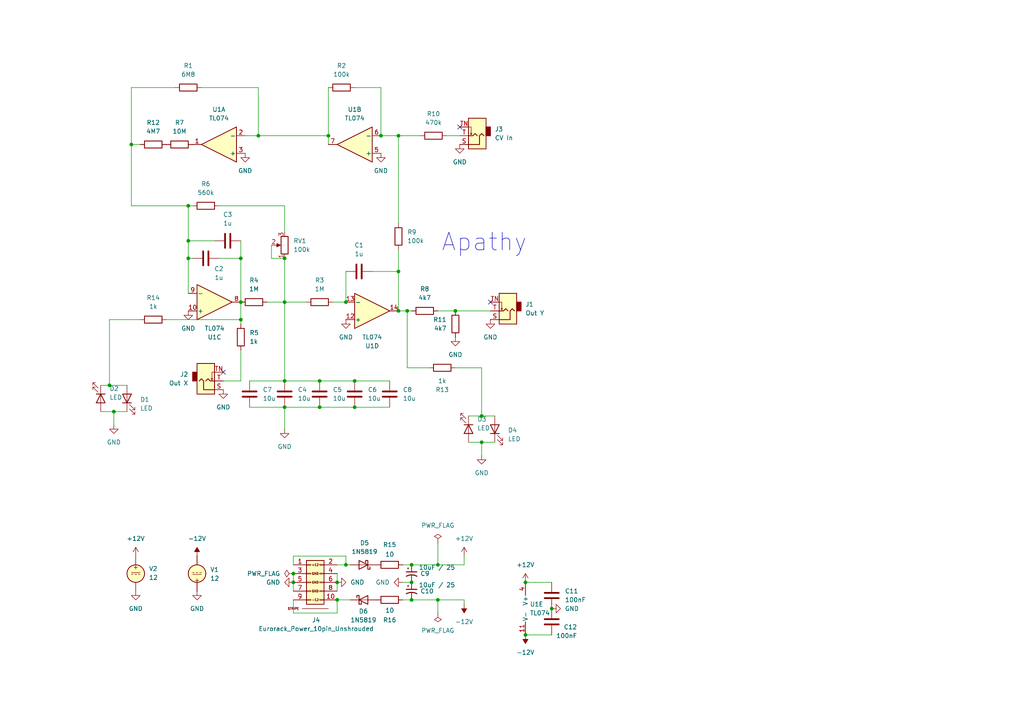
<source format=kicad_sch>
(kicad_sch
	(version 20231120)
	(generator "eeschema")
	(generator_version "8.0")
	(uuid "208f7342-4cb3-4bfa-ba51-7c275cd9c0c2")
	(paper "A4")
	(lib_symbols
		(symbol "Amplifier_Operational:TL074"
			(pin_names
				(offset 0.127)
			)
			(exclude_from_sim no)
			(in_bom yes)
			(on_board yes)
			(property "Reference" "U"
				(at 0 5.08 0)
				(effects
					(font
						(size 1.27 1.27)
					)
					(justify left)
				)
			)
			(property "Value" "TL074"
				(at 0 -5.08 0)
				(effects
					(font
						(size 1.27 1.27)
					)
					(justify left)
				)
			)
			(property "Footprint" ""
				(at -1.27 2.54 0)
				(effects
					(font
						(size 1.27 1.27)
					)
					(hide yes)
				)
			)
			(property "Datasheet" "http://www.ti.com/lit/ds/symlink/tl071.pdf"
				(at 1.27 5.08 0)
				(effects
					(font
						(size 1.27 1.27)
					)
					(hide yes)
				)
			)
			(property "Description" "Quad Low-Noise JFET-Input Operational Amplifiers, DIP-14/SOIC-14"
				(at 0 0 0)
				(effects
					(font
						(size 1.27 1.27)
					)
					(hide yes)
				)
			)
			(property "ki_locked" ""
				(at 0 0 0)
				(effects
					(font
						(size 1.27 1.27)
					)
				)
			)
			(property "ki_keywords" "quad opamp"
				(at 0 0 0)
				(effects
					(font
						(size 1.27 1.27)
					)
					(hide yes)
				)
			)
			(property "ki_fp_filters" "SOIC*3.9x8.7mm*P1.27mm* DIP*W7.62mm* TSSOP*4.4x5mm*P0.65mm* SSOP*5.3x6.2mm*P0.65mm* MSOP*3x3mm*P0.5mm*"
				(at 0 0 0)
				(effects
					(font
						(size 1.27 1.27)
					)
					(hide yes)
				)
			)
			(symbol "TL074_1_1"
				(polyline
					(pts
						(xy -5.08 5.08) (xy 5.08 0) (xy -5.08 -5.08) (xy -5.08 5.08)
					)
					(stroke
						(width 0.254)
						(type default)
					)
					(fill
						(type background)
					)
				)
				(pin output line
					(at 7.62 0 180)
					(length 2.54)
					(name "~"
						(effects
							(font
								(size 1.27 1.27)
							)
						)
					)
					(number "1"
						(effects
							(font
								(size 1.27 1.27)
							)
						)
					)
				)
				(pin input line
					(at -7.62 -2.54 0)
					(length 2.54)
					(name "-"
						(effects
							(font
								(size 1.27 1.27)
							)
						)
					)
					(number "2"
						(effects
							(font
								(size 1.27 1.27)
							)
						)
					)
				)
				(pin input line
					(at -7.62 2.54 0)
					(length 2.54)
					(name "+"
						(effects
							(font
								(size 1.27 1.27)
							)
						)
					)
					(number "3"
						(effects
							(font
								(size 1.27 1.27)
							)
						)
					)
				)
			)
			(symbol "TL074_2_1"
				(polyline
					(pts
						(xy -5.08 5.08) (xy 5.08 0) (xy -5.08 -5.08) (xy -5.08 5.08)
					)
					(stroke
						(width 0.254)
						(type default)
					)
					(fill
						(type background)
					)
				)
				(pin input line
					(at -7.62 2.54 0)
					(length 2.54)
					(name "+"
						(effects
							(font
								(size 1.27 1.27)
							)
						)
					)
					(number "5"
						(effects
							(font
								(size 1.27 1.27)
							)
						)
					)
				)
				(pin input line
					(at -7.62 -2.54 0)
					(length 2.54)
					(name "-"
						(effects
							(font
								(size 1.27 1.27)
							)
						)
					)
					(number "6"
						(effects
							(font
								(size 1.27 1.27)
							)
						)
					)
				)
				(pin output line
					(at 7.62 0 180)
					(length 2.54)
					(name "~"
						(effects
							(font
								(size 1.27 1.27)
							)
						)
					)
					(number "7"
						(effects
							(font
								(size 1.27 1.27)
							)
						)
					)
				)
			)
			(symbol "TL074_3_1"
				(polyline
					(pts
						(xy -5.08 5.08) (xy 5.08 0) (xy -5.08 -5.08) (xy -5.08 5.08)
					)
					(stroke
						(width 0.254)
						(type default)
					)
					(fill
						(type background)
					)
				)
				(pin input line
					(at -7.62 2.54 0)
					(length 2.54)
					(name "+"
						(effects
							(font
								(size 1.27 1.27)
							)
						)
					)
					(number "10"
						(effects
							(font
								(size 1.27 1.27)
							)
						)
					)
				)
				(pin output line
					(at 7.62 0 180)
					(length 2.54)
					(name "~"
						(effects
							(font
								(size 1.27 1.27)
							)
						)
					)
					(number "8"
						(effects
							(font
								(size 1.27 1.27)
							)
						)
					)
				)
				(pin input line
					(at -7.62 -2.54 0)
					(length 2.54)
					(name "-"
						(effects
							(font
								(size 1.27 1.27)
							)
						)
					)
					(number "9"
						(effects
							(font
								(size 1.27 1.27)
							)
						)
					)
				)
			)
			(symbol "TL074_4_1"
				(polyline
					(pts
						(xy -5.08 5.08) (xy 5.08 0) (xy -5.08 -5.08) (xy -5.08 5.08)
					)
					(stroke
						(width 0.254)
						(type default)
					)
					(fill
						(type background)
					)
				)
				(pin input line
					(at -7.62 2.54 0)
					(length 2.54)
					(name "+"
						(effects
							(font
								(size 1.27 1.27)
							)
						)
					)
					(number "12"
						(effects
							(font
								(size 1.27 1.27)
							)
						)
					)
				)
				(pin input line
					(at -7.62 -2.54 0)
					(length 2.54)
					(name "-"
						(effects
							(font
								(size 1.27 1.27)
							)
						)
					)
					(number "13"
						(effects
							(font
								(size 1.27 1.27)
							)
						)
					)
				)
				(pin output line
					(at 7.62 0 180)
					(length 2.54)
					(name "~"
						(effects
							(font
								(size 1.27 1.27)
							)
						)
					)
					(number "14"
						(effects
							(font
								(size 1.27 1.27)
							)
						)
					)
				)
			)
			(symbol "TL074_5_1"
				(pin power_in line
					(at -2.54 -7.62 90)
					(length 3.81)
					(name "V-"
						(effects
							(font
								(size 1.27 1.27)
							)
						)
					)
					(number "11"
						(effects
							(font
								(size 1.27 1.27)
							)
						)
					)
				)
				(pin power_in line
					(at -2.54 7.62 270)
					(length 3.81)
					(name "V+"
						(effects
							(font
								(size 1.27 1.27)
							)
						)
					)
					(number "4"
						(effects
							(font
								(size 1.27 1.27)
							)
						)
					)
				)
			)
		)
		(symbol "Connector_Audio:AudioJack2_SwitchT"
			(exclude_from_sim no)
			(in_bom yes)
			(on_board yes)
			(property "Reference" "J"
				(at 0 8.89 0)
				(effects
					(font
						(size 1.27 1.27)
					)
				)
			)
			(property "Value" "AudioJack2_SwitchT"
				(at 0 6.35 0)
				(effects
					(font
						(size 1.27 1.27)
					)
				)
			)
			(property "Footprint" ""
				(at 0 0 0)
				(effects
					(font
						(size 1.27 1.27)
					)
					(hide yes)
				)
			)
			(property "Datasheet" "~"
				(at 0 0 0)
				(effects
					(font
						(size 1.27 1.27)
					)
					(hide yes)
				)
			)
			(property "Description" "Audio Jack, 2 Poles (Mono / TS), Switched T Pole (Normalling)"
				(at 0 0 0)
				(effects
					(font
						(size 1.27 1.27)
					)
					(hide yes)
				)
			)
			(property "ki_keywords" "audio jack receptacle mono headphones phone TS connector"
				(at 0 0 0)
				(effects
					(font
						(size 1.27 1.27)
					)
					(hide yes)
				)
			)
			(property "ki_fp_filters" "Jack*"
				(at 0 0 0)
				(effects
					(font
						(size 1.27 1.27)
					)
					(hide yes)
				)
			)
			(symbol "AudioJack2_SwitchT_0_1"
				(rectangle
					(start -2.54 0)
					(end -3.81 -2.54)
					(stroke
						(width 0.254)
						(type default)
					)
					(fill
						(type outline)
					)
				)
				(polyline
					(pts
						(xy 1.778 -0.254) (xy 2.032 -0.762)
					)
					(stroke
						(width 0)
						(type default)
					)
					(fill
						(type none)
					)
				)
				(polyline
					(pts
						(xy 0 0) (xy 0.635 -0.635) (xy 1.27 0) (xy 2.54 0)
					)
					(stroke
						(width 0.254)
						(type default)
					)
					(fill
						(type none)
					)
				)
				(polyline
					(pts
						(xy 2.54 -2.54) (xy 1.778 -2.54) (xy 1.778 -0.254) (xy 1.524 -0.762)
					)
					(stroke
						(width 0)
						(type default)
					)
					(fill
						(type none)
					)
				)
				(polyline
					(pts
						(xy 2.54 2.54) (xy -0.635 2.54) (xy -0.635 0) (xy -1.27 -0.635) (xy -1.905 0)
					)
					(stroke
						(width 0.254)
						(type default)
					)
					(fill
						(type none)
					)
				)
				(rectangle
					(start 2.54 3.81)
					(end -2.54 -5.08)
					(stroke
						(width 0.254)
						(type default)
					)
					(fill
						(type background)
					)
				)
			)
			(symbol "AudioJack2_SwitchT_1_1"
				(pin passive line
					(at 5.08 2.54 180)
					(length 2.54)
					(name "~"
						(effects
							(font
								(size 1.27 1.27)
							)
						)
					)
					(number "S"
						(effects
							(font
								(size 1.27 1.27)
							)
						)
					)
				)
				(pin passive line
					(at 5.08 0 180)
					(length 2.54)
					(name "~"
						(effects
							(font
								(size 1.27 1.27)
							)
						)
					)
					(number "T"
						(effects
							(font
								(size 1.27 1.27)
							)
						)
					)
				)
				(pin passive line
					(at 5.08 -2.54 180)
					(length 2.54)
					(name "~"
						(effects
							(font
								(size 1.27 1.27)
							)
						)
					)
					(number "TN"
						(effects
							(font
								(size 1.27 1.27)
							)
						)
					)
				)
			)
		)
		(symbol "Device:C"
			(pin_numbers hide)
			(pin_names
				(offset 0.254)
			)
			(exclude_from_sim no)
			(in_bom yes)
			(on_board yes)
			(property "Reference" "C"
				(at 0.635 2.54 0)
				(effects
					(font
						(size 1.27 1.27)
					)
					(justify left)
				)
			)
			(property "Value" "C"
				(at 0.635 -2.54 0)
				(effects
					(font
						(size 1.27 1.27)
					)
					(justify left)
				)
			)
			(property "Footprint" ""
				(at 0.9652 -3.81 0)
				(effects
					(font
						(size 1.27 1.27)
					)
					(hide yes)
				)
			)
			(property "Datasheet" "~"
				(at 0 0 0)
				(effects
					(font
						(size 1.27 1.27)
					)
					(hide yes)
				)
			)
			(property "Description" "Unpolarized capacitor"
				(at 0 0 0)
				(effects
					(font
						(size 1.27 1.27)
					)
					(hide yes)
				)
			)
			(property "ki_keywords" "cap capacitor"
				(at 0 0 0)
				(effects
					(font
						(size 1.27 1.27)
					)
					(hide yes)
				)
			)
			(property "ki_fp_filters" "C_*"
				(at 0 0 0)
				(effects
					(font
						(size 1.27 1.27)
					)
					(hide yes)
				)
			)
			(symbol "C_0_1"
				(polyline
					(pts
						(xy -2.032 -0.762) (xy 2.032 -0.762)
					)
					(stroke
						(width 0.508)
						(type default)
					)
					(fill
						(type none)
					)
				)
				(polyline
					(pts
						(xy -2.032 0.762) (xy 2.032 0.762)
					)
					(stroke
						(width 0.508)
						(type default)
					)
					(fill
						(type none)
					)
				)
			)
			(symbol "C_1_1"
				(pin passive line
					(at 0 3.81 270)
					(length 2.794)
					(name "~"
						(effects
							(font
								(size 1.27 1.27)
							)
						)
					)
					(number "1"
						(effects
							(font
								(size 1.27 1.27)
							)
						)
					)
				)
				(pin passive line
					(at 0 -3.81 90)
					(length 2.794)
					(name "~"
						(effects
							(font
								(size 1.27 1.27)
							)
						)
					)
					(number "2"
						(effects
							(font
								(size 1.27 1.27)
							)
						)
					)
				)
			)
		)
		(symbol "Device:LED"
			(pin_numbers hide)
			(pin_names
				(offset 1.016) hide)
			(exclude_from_sim no)
			(in_bom yes)
			(on_board yes)
			(property "Reference" "D"
				(at 0 2.54 0)
				(effects
					(font
						(size 1.27 1.27)
					)
				)
			)
			(property "Value" "LED"
				(at 0 -2.54 0)
				(effects
					(font
						(size 1.27 1.27)
					)
				)
			)
			(property "Footprint" ""
				(at 0 0 0)
				(effects
					(font
						(size 1.27 1.27)
					)
					(hide yes)
				)
			)
			(property "Datasheet" "~"
				(at 0 0 0)
				(effects
					(font
						(size 1.27 1.27)
					)
					(hide yes)
				)
			)
			(property "Description" "Light emitting diode"
				(at 0 0 0)
				(effects
					(font
						(size 1.27 1.27)
					)
					(hide yes)
				)
			)
			(property "ki_keywords" "LED diode"
				(at 0 0 0)
				(effects
					(font
						(size 1.27 1.27)
					)
					(hide yes)
				)
			)
			(property "ki_fp_filters" "LED* LED_SMD:* LED_THT:*"
				(at 0 0 0)
				(effects
					(font
						(size 1.27 1.27)
					)
					(hide yes)
				)
			)
			(symbol "LED_0_1"
				(polyline
					(pts
						(xy -1.27 -1.27) (xy -1.27 1.27)
					)
					(stroke
						(width 0.254)
						(type default)
					)
					(fill
						(type none)
					)
				)
				(polyline
					(pts
						(xy -1.27 0) (xy 1.27 0)
					)
					(stroke
						(width 0)
						(type default)
					)
					(fill
						(type none)
					)
				)
				(polyline
					(pts
						(xy 1.27 -1.27) (xy 1.27 1.27) (xy -1.27 0) (xy 1.27 -1.27)
					)
					(stroke
						(width 0.254)
						(type default)
					)
					(fill
						(type none)
					)
				)
				(polyline
					(pts
						(xy -3.048 -0.762) (xy -4.572 -2.286) (xy -3.81 -2.286) (xy -4.572 -2.286) (xy -4.572 -1.524)
					)
					(stroke
						(width 0)
						(type default)
					)
					(fill
						(type none)
					)
				)
				(polyline
					(pts
						(xy -1.778 -0.762) (xy -3.302 -2.286) (xy -2.54 -2.286) (xy -3.302 -2.286) (xy -3.302 -1.524)
					)
					(stroke
						(width 0)
						(type default)
					)
					(fill
						(type none)
					)
				)
			)
			(symbol "LED_1_1"
				(pin passive line
					(at -3.81 0 0)
					(length 2.54)
					(name "K"
						(effects
							(font
								(size 1.27 1.27)
							)
						)
					)
					(number "1"
						(effects
							(font
								(size 1.27 1.27)
							)
						)
					)
				)
				(pin passive line
					(at 3.81 0 180)
					(length 2.54)
					(name "A"
						(effects
							(font
								(size 1.27 1.27)
							)
						)
					)
					(number "2"
						(effects
							(font
								(size 1.27 1.27)
							)
						)
					)
				)
			)
		)
		(symbol "Device:R"
			(pin_numbers hide)
			(pin_names
				(offset 0)
			)
			(exclude_from_sim no)
			(in_bom yes)
			(on_board yes)
			(property "Reference" "R"
				(at 2.032 0 90)
				(effects
					(font
						(size 1.27 1.27)
					)
				)
			)
			(property "Value" "R"
				(at 0 0 90)
				(effects
					(font
						(size 1.27 1.27)
					)
				)
			)
			(property "Footprint" ""
				(at -1.778 0 90)
				(effects
					(font
						(size 1.27 1.27)
					)
					(hide yes)
				)
			)
			(property "Datasheet" "~"
				(at 0 0 0)
				(effects
					(font
						(size 1.27 1.27)
					)
					(hide yes)
				)
			)
			(property "Description" "Resistor"
				(at 0 0 0)
				(effects
					(font
						(size 1.27 1.27)
					)
					(hide yes)
				)
			)
			(property "ki_keywords" "R res resistor"
				(at 0 0 0)
				(effects
					(font
						(size 1.27 1.27)
					)
					(hide yes)
				)
			)
			(property "ki_fp_filters" "R_*"
				(at 0 0 0)
				(effects
					(font
						(size 1.27 1.27)
					)
					(hide yes)
				)
			)
			(symbol "R_0_1"
				(rectangle
					(start -1.016 -2.54)
					(end 1.016 2.54)
					(stroke
						(width 0.254)
						(type default)
					)
					(fill
						(type none)
					)
				)
			)
			(symbol "R_1_1"
				(pin passive line
					(at 0 3.81 270)
					(length 1.27)
					(name "~"
						(effects
							(font
								(size 1.27 1.27)
							)
						)
					)
					(number "1"
						(effects
							(font
								(size 1.27 1.27)
							)
						)
					)
				)
				(pin passive line
					(at 0 -3.81 90)
					(length 1.27)
					(name "~"
						(effects
							(font
								(size 1.27 1.27)
							)
						)
					)
					(number "2"
						(effects
							(font
								(size 1.27 1.27)
							)
						)
					)
				)
			)
		)
		(symbol "Device:R_Potentiometer"
			(pin_names
				(offset 1.016) hide)
			(exclude_from_sim no)
			(in_bom yes)
			(on_board yes)
			(property "Reference" "RV"
				(at -4.445 0 90)
				(effects
					(font
						(size 1.27 1.27)
					)
				)
			)
			(property "Value" "R_Potentiometer"
				(at -2.54 0 90)
				(effects
					(font
						(size 1.27 1.27)
					)
				)
			)
			(property "Footprint" ""
				(at 0 0 0)
				(effects
					(font
						(size 1.27 1.27)
					)
					(hide yes)
				)
			)
			(property "Datasheet" "~"
				(at 0 0 0)
				(effects
					(font
						(size 1.27 1.27)
					)
					(hide yes)
				)
			)
			(property "Description" "Potentiometer"
				(at 0 0 0)
				(effects
					(font
						(size 1.27 1.27)
					)
					(hide yes)
				)
			)
			(property "ki_keywords" "resistor variable"
				(at 0 0 0)
				(effects
					(font
						(size 1.27 1.27)
					)
					(hide yes)
				)
			)
			(property "ki_fp_filters" "Potentiometer*"
				(at 0 0 0)
				(effects
					(font
						(size 1.27 1.27)
					)
					(hide yes)
				)
			)
			(symbol "R_Potentiometer_0_1"
				(polyline
					(pts
						(xy 2.54 0) (xy 1.524 0)
					)
					(stroke
						(width 0)
						(type default)
					)
					(fill
						(type none)
					)
				)
				(polyline
					(pts
						(xy 1.143 0) (xy 2.286 0.508) (xy 2.286 -0.508) (xy 1.143 0)
					)
					(stroke
						(width 0)
						(type default)
					)
					(fill
						(type outline)
					)
				)
				(rectangle
					(start 1.016 2.54)
					(end -1.016 -2.54)
					(stroke
						(width 0.254)
						(type default)
					)
					(fill
						(type none)
					)
				)
			)
			(symbol "R_Potentiometer_1_1"
				(pin passive line
					(at 0 3.81 270)
					(length 1.27)
					(name "1"
						(effects
							(font
								(size 1.27 1.27)
							)
						)
					)
					(number "1"
						(effects
							(font
								(size 1.27 1.27)
							)
						)
					)
				)
				(pin passive line
					(at 3.81 0 180)
					(length 1.27)
					(name "2"
						(effects
							(font
								(size 1.27 1.27)
							)
						)
					)
					(number "2"
						(effects
							(font
								(size 1.27 1.27)
							)
						)
					)
				)
				(pin passive line
					(at 0 -3.81 90)
					(length 1.27)
					(name "3"
						(effects
							(font
								(size 1.27 1.27)
							)
						)
					)
					(number "3"
						(effects
							(font
								(size 1.27 1.27)
							)
						)
					)
				)
			)
		)
		(symbol "Diode:1N5819"
			(pin_numbers hide)
			(pin_names
				(offset 1.016) hide)
			(exclude_from_sim no)
			(in_bom yes)
			(on_board yes)
			(property "Reference" "D"
				(at 0 2.54 0)
				(effects
					(font
						(size 1.27 1.27)
					)
				)
			)
			(property "Value" "1N5819"
				(at 0 -2.54 0)
				(effects
					(font
						(size 1.27 1.27)
					)
				)
			)
			(property "Footprint" "Diode_THT:D_DO-41_SOD81_P10.16mm_Horizontal"
				(at 0 -4.445 0)
				(effects
					(font
						(size 1.27 1.27)
					)
					(hide yes)
				)
			)
			(property "Datasheet" "http://www.vishay.com/docs/88525/1n5817.pdf"
				(at 0 0 0)
				(effects
					(font
						(size 1.27 1.27)
					)
					(hide yes)
				)
			)
			(property "Description" "40V 1A Schottky Barrier Rectifier Diode, DO-41"
				(at 0 0 0)
				(effects
					(font
						(size 1.27 1.27)
					)
					(hide yes)
				)
			)
			(property "ki_keywords" "diode Schottky"
				(at 0 0 0)
				(effects
					(font
						(size 1.27 1.27)
					)
					(hide yes)
				)
			)
			(property "ki_fp_filters" "D*DO?41*"
				(at 0 0 0)
				(effects
					(font
						(size 1.27 1.27)
					)
					(hide yes)
				)
			)
			(symbol "1N5819_0_1"
				(polyline
					(pts
						(xy 1.27 0) (xy -1.27 0)
					)
					(stroke
						(width 0)
						(type default)
					)
					(fill
						(type none)
					)
				)
				(polyline
					(pts
						(xy 1.27 1.27) (xy 1.27 -1.27) (xy -1.27 0) (xy 1.27 1.27)
					)
					(stroke
						(width 0.254)
						(type default)
					)
					(fill
						(type none)
					)
				)
				(polyline
					(pts
						(xy -1.905 0.635) (xy -1.905 1.27) (xy -1.27 1.27) (xy -1.27 -1.27) (xy -0.635 -1.27) (xy -0.635 -0.635)
					)
					(stroke
						(width 0.254)
						(type default)
					)
					(fill
						(type none)
					)
				)
			)
			(symbol "1N5819_1_1"
				(pin passive line
					(at -3.81 0 0)
					(length 2.54)
					(name "K"
						(effects
							(font
								(size 1.27 1.27)
							)
						)
					)
					(number "1"
						(effects
							(font
								(size 1.27 1.27)
							)
						)
					)
				)
				(pin passive line
					(at 3.81 0 180)
					(length 2.54)
					(name "A"
						(effects
							(font
								(size 1.27 1.27)
							)
						)
					)
					(number "2"
						(effects
							(font
								(size 1.27 1.27)
							)
						)
					)
				)
			)
		)
		(symbol "PCM_4ms_Capacitor:47uF_5x5.3_16V"
			(pin_numbers hide)
			(pin_names
				(offset 0.254) hide)
			(exclude_from_sim no)
			(in_bom yes)
			(on_board yes)
			(property "Reference" "C"
				(at 1.905 1.27 0)
				(effects
					(font
						(size 1.27 1.27)
					)
					(justify left)
				)
			)
			(property "Value" "47uF_5x5.3_16V"
				(at 0 3.81 0)
				(effects
					(font
						(size 1.27 1.27)
					)
					(hide yes)
				)
			)
			(property "Footprint" "4ms_Capacitor:CP_Elec_5x5.3"
				(at -1.905 -4.445 0)
				(effects
					(font
						(size 1.27 1.27)
					)
					(justify left)
					(hide yes)
				)
			)
			(property "Datasheet" ""
				(at 0 0 0)
				(effects
					(font
						(size 1.27 1.27)
					)
					(hide yes)
				)
			)
			(property "Description" "47uF, 16V, 20%, 5.00mmD*5.30mmH, 2000Hrs@85℃"
				(at 0 0 0)
				(effects
					(font
						(size 1.27 1.27)
					)
					(hide yes)
				)
			)
			(property "Specifications" "47uF, 16V, 20%, 5.00mmD*5.30mmH, 2000Hrs@85℃"
				(at -2.54 -7.874 0)
				(effects
					(font
						(size 1.27 1.27)
					)
					(justify left)
					(hide yes)
				)
			)
			(property "Manufacturer" "Lelon"
				(at -2.54 -9.398 0)
				(effects
					(font
						(size 1.27 1.27)
					)
					(justify left)
					(hide yes)
				)
			)
			(property "Part Number" "VE-470M1CTR-0505"
				(at -2.54 -10.922 0)
				(effects
					(font
						(size 1.27 1.27)
					)
					(justify left)
					(hide yes)
				)
			)
			(property "Display" "47uF/16V"
				(at 1.905 -1.27 0)
				(effects
					(font
						(size 1.27 1.27)
					)
					(justify left)
				)
			)
			(property "JLCPCB ID" "C134798"
				(at 0 -12.7 0)
				(effects
					(font
						(size 1.27 1.27)
					)
					(hide yes)
				)
			)
			(property "ki_keywords" "47uF_5x5.3_16V"
				(at 0 0 0)
				(effects
					(font
						(size 1.27 1.27)
					)
					(hide yes)
				)
			)
			(property "ki_fp_filters" "CP_*"
				(at 0 0 0)
				(effects
					(font
						(size 1.27 1.27)
					)
					(hide yes)
				)
			)
			(symbol "47uF_5x5.3_16V_0_1"
				(polyline
					(pts
						(xy -1.524 0.508) (xy 1.524 0.508)
					)
					(stroke
						(width 0.3048)
						(type default)
					)
					(fill
						(type none)
					)
				)
				(polyline
					(pts
						(xy -1.27 1.524) (xy -0.762 1.524)
					)
					(stroke
						(width 0)
						(type default)
					)
					(fill
						(type none)
					)
				)
				(polyline
					(pts
						(xy -1.016 1.27) (xy -1.016 1.778)
					)
					(stroke
						(width 0)
						(type default)
					)
					(fill
						(type none)
					)
				)
				(arc
					(start 1.524 -0.762)
					(mid 0 -0.3734)
					(end -1.524 -0.762)
					(stroke
						(width 0.3048)
						(type default)
					)
					(fill
						(type none)
					)
				)
			)
			(symbol "47uF_5x5.3_16V_1_1"
				(pin passive line
					(at 0 2.54 270)
					(length 2.032)
					(name "~"
						(effects
							(font
								(size 1.27 1.27)
							)
						)
					)
					(number "1"
						(effects
							(font
								(size 1.27 1.27)
							)
						)
					)
				)
				(pin passive line
					(at 0 -2.54 90)
					(length 2.032)
					(name "~"
						(effects
							(font
								(size 1.27 1.27)
							)
						)
					)
					(number "2"
						(effects
							(font
								(size 1.27 1.27)
							)
						)
					)
				)
			)
		)
		(symbol "PCM_4ms_Connector:Eurorack_Power_10pin_Unshrouded"
			(pin_names
				(offset 0.0254) hide)
			(exclude_from_sim no)
			(in_bom yes)
			(on_board yes)
			(property "Reference" "J"
				(at 0 3.81 0)
				(effects
					(font
						(size 1.27 1.27)
					)
				)
			)
			(property "Value" "Eurorack_Power_10pin_Unshrouded"
				(at 0 6.35 0)
				(effects
					(font
						(size 1.27 1.27)
					)
				)
			)
			(property "Footprint" "4ms_Connector:Pins_2x05_2.54mm_TH_Europower"
				(at 2.54 -13.97 0)
				(effects
					(font
						(size 1.27 1.27)
					)
					(hide yes)
				)
			)
			(property "Datasheet" ""
				(at 0 -30.48 0)
				(effects
					(font
						(size 1.27 1.27)
					)
					(hide yes)
				)
			)
			(property "Description" "HEADER 2x5 MALE PINS 0.100” 180deg"
				(at 0 0 0)
				(effects
					(font
						(size 1.27 1.27)
					)
					(hide yes)
				)
			)
			(property "Specifications" "HEADER 2x5 MALE PINS 0.100” 180deg"
				(at 0 -21.59 0)
				(effects
					(font
						(size 1.27 1.27)
					)
					(justify left)
					(hide yes)
				)
			)
			(property "Manufacturer" "TAD"
				(at 0 -19.05 0)
				(effects
					(font
						(size 1.27 1.27)
					)
					(justify left)
					(hide yes)
				)
			)
			(property "Part Number" "1-1002FBV0T"
				(at 0 -16.51 0)
				(effects
					(font
						(size 1.27 1.27)
					)
					(justify left)
					(hide yes)
				)
			)
			(property "ki_keywords" "Eurorack_Power_10pin_Unshrouded"
				(at 0 0 0)
				(effects
					(font
						(size 1.27 1.27)
					)
					(hide yes)
				)
			)
			(property "ki_fp_filters" "Pin_Header_Straight_2X* Pin_Header_Angled_2X* Socket_Strip_Straight_2X* Socket_Strip_Angled_2X* IDC_Header_Straight_*"
				(at 0 0 0)
				(effects
					(font
						(size 1.27 1.27)
					)
					(hide yes)
				)
			)
			(symbol "Eurorack_Power_10pin_Unshrouded_0_0"
				(text "+12"
					(at 0 1.27 0)
					(effects
						(font
							(size 0.635 0.635)
						)
					)
				)
				(text "-12"
					(at 0 -8.89 0)
					(effects
						(font
							(size 0.635 0.635)
						)
					)
				)
				(text "GND"
					(at 0 -6.35 0)
					(effects
						(font
							(size 0.635 0.635)
						)
					)
				)
				(text "GND"
					(at 0 -3.81 0)
					(effects
						(font
							(size 0.635 0.635)
						)
					)
				)
				(text "GND"
					(at 0 -1.27 0)
					(effects
						(font
							(size 0.635 0.635)
						)
					)
				)
				(text "STRIPE"
					(at -6.35 -11.43 0)
					(effects
						(font
							(size 0.635 0.635)
						)
					)
				)
			)
			(symbol "Eurorack_Power_10pin_Unshrouded_0_1"
				(rectangle
					(start -2.54 -10.16)
					(end 2.54 2.54)
					(stroke
						(width 0.254)
						(type default)
					)
					(fill
						(type background)
					)
				)
				(rectangle
					(start -2.54 -8.763)
					(end -1.27 -9.017)
					(stroke
						(width 0)
						(type default)
					)
					(fill
						(type none)
					)
				)
				(rectangle
					(start -2.54 -6.223)
					(end -1.27 -6.477)
					(stroke
						(width 0)
						(type default)
					)
					(fill
						(type none)
					)
				)
				(rectangle
					(start -2.54 -3.683)
					(end -1.27 -3.937)
					(stroke
						(width 0)
						(type default)
					)
					(fill
						(type none)
					)
				)
				(rectangle
					(start -2.54 -1.143)
					(end -1.27 -1.397)
					(stroke
						(width 0)
						(type default)
					)
					(fill
						(type none)
					)
				)
				(rectangle
					(start -2.54 1.397)
					(end -1.27 1.143)
					(stroke
						(width 0)
						(type default)
					)
					(fill
						(type none)
					)
				)
				(polyline
					(pts
						(xy -3.81 -11.43) (xy 3.81 -11.43) (xy 1.27 -11.43)
					)
					(stroke
						(width 0)
						(type default)
					)
					(fill
						(type none)
					)
				)
				(rectangle
					(start 1.27 -8.763)
					(end 2.54 -9.017)
					(stroke
						(width 0)
						(type default)
					)
					(fill
						(type none)
					)
				)
				(rectangle
					(start 1.27 -6.223)
					(end 2.54 -6.477)
					(stroke
						(width 0)
						(type default)
					)
					(fill
						(type none)
					)
				)
				(rectangle
					(start 1.27 -3.683)
					(end 2.54 -3.937)
					(stroke
						(width 0)
						(type default)
					)
					(fill
						(type none)
					)
				)
				(rectangle
					(start 1.27 -1.143)
					(end 2.54 -1.397)
					(stroke
						(width 0)
						(type default)
					)
					(fill
						(type none)
					)
				)
				(rectangle
					(start 1.27 1.397)
					(end 2.54 1.143)
					(stroke
						(width 0)
						(type default)
					)
					(fill
						(type none)
					)
				)
			)
			(symbol "Eurorack_Power_10pin_Unshrouded_1_1"
				(pin passive line
					(at -6.35 1.27 0)
					(length 3.81)
					(name "+12V"
						(effects
							(font
								(size 1.27 1.27)
							)
						)
					)
					(number "1"
						(effects
							(font
								(size 1.27 1.27)
							)
						)
					)
				)
				(pin passive line
					(at 6.35 -8.89 180)
					(length 3.81)
					(name "-12V"
						(effects
							(font
								(size 1.27 1.27)
							)
						)
					)
					(number "10"
						(effects
							(font
								(size 1.27 1.27)
							)
						)
					)
				)
				(pin passive line
					(at 6.35 1.27 180)
					(length 3.81)
					(name "+12V"
						(effects
							(font
								(size 1.27 1.27)
							)
						)
					)
					(number "2"
						(effects
							(font
								(size 1.27 1.27)
							)
						)
					)
				)
				(pin passive line
					(at -6.35 -1.27 0)
					(length 3.81)
					(name "GND"
						(effects
							(font
								(size 1.27 1.27)
							)
						)
					)
					(number "3"
						(effects
							(font
								(size 1.27 1.27)
							)
						)
					)
				)
				(pin passive line
					(at 6.35 -1.27 180)
					(length 3.81)
					(name "GND"
						(effects
							(font
								(size 1.27 1.27)
							)
						)
					)
					(number "4"
						(effects
							(font
								(size 1.27 1.27)
							)
						)
					)
				)
				(pin passive line
					(at -6.35 -3.81 0)
					(length 3.81)
					(name "GND"
						(effects
							(font
								(size 1.27 1.27)
							)
						)
					)
					(number "5"
						(effects
							(font
								(size 1.27 1.27)
							)
						)
					)
				)
				(pin passive line
					(at 6.35 -3.81 180)
					(length 3.81)
					(name "GND"
						(effects
							(font
								(size 1.27 1.27)
							)
						)
					)
					(number "6"
						(effects
							(font
								(size 1.27 1.27)
							)
						)
					)
				)
				(pin passive line
					(at -6.35 -6.35 0)
					(length 3.81)
					(name "GND"
						(effects
							(font
								(size 1.27 1.27)
							)
						)
					)
					(number "7"
						(effects
							(font
								(size 1.27 1.27)
							)
						)
					)
				)
				(pin passive line
					(at 6.35 -6.35 180)
					(length 3.81)
					(name "GND"
						(effects
							(font
								(size 1.27 1.27)
							)
						)
					)
					(number "8"
						(effects
							(font
								(size 1.27 1.27)
							)
						)
					)
				)
				(pin passive line
					(at -6.35 -8.89 0)
					(length 3.81)
					(name "-12V"
						(effects
							(font
								(size 1.27 1.27)
							)
						)
					)
					(number "9"
						(effects
							(font
								(size 1.27 1.27)
							)
						)
					)
				)
			)
		)
		(symbol "PCM_4ms_Power-symbol:+12V"
			(power)
			(pin_names
				(offset 0)
			)
			(exclude_from_sim no)
			(in_bom yes)
			(on_board yes)
			(property "Reference" "#PWR"
				(at 0 -3.81 0)
				(effects
					(font
						(size 1.27 1.27)
					)
					(hide yes)
				)
			)
			(property "Value" "+12V"
				(at 0 3.556 0)
				(effects
					(font
						(size 1.27 1.27)
					)
				)
			)
			(property "Footprint" ""
				(at 0 0 0)
				(effects
					(font
						(size 1.27 1.27)
					)
					(hide yes)
				)
			)
			(property "Datasheet" ""
				(at 0 0 0)
				(effects
					(font
						(size 1.27 1.27)
					)
					(hide yes)
				)
			)
			(property "Description" ""
				(at 0 0 0)
				(effects
					(font
						(size 1.27 1.27)
					)
					(hide yes)
				)
			)
			(symbol "+12V_0_1"
				(polyline
					(pts
						(xy -0.762 1.27) (xy 0 2.54)
					)
					(stroke
						(width 0)
						(type default)
					)
					(fill
						(type none)
					)
				)
				(polyline
					(pts
						(xy 0 0) (xy 0 2.54)
					)
					(stroke
						(width 0)
						(type default)
					)
					(fill
						(type none)
					)
				)
				(polyline
					(pts
						(xy 0 2.54) (xy 0.762 1.27)
					)
					(stroke
						(width 0)
						(type default)
					)
					(fill
						(type none)
					)
				)
			)
			(symbol "+12V_1_1"
				(pin power_in line
					(at 0 0 90)
					(length 0) hide
					(name "+12V"
						(effects
							(font
								(size 1.27 1.27)
							)
						)
					)
					(number "1"
						(effects
							(font
								(size 1.27 1.27)
							)
						)
					)
				)
			)
		)
		(symbol "PCM_4ms_Power-symbol:GND"
			(power)
			(pin_names
				(offset 0)
			)
			(exclude_from_sim no)
			(in_bom yes)
			(on_board yes)
			(property "Reference" "#PWR"
				(at 0 -6.35 0)
				(effects
					(font
						(size 1.27 1.27)
					)
					(hide yes)
				)
			)
			(property "Value" "GND"
				(at 0 -3.81 0)
				(effects
					(font
						(size 1.27 1.27)
					)
				)
			)
			(property "Footprint" ""
				(at 0 0 0)
				(effects
					(font
						(size 1.27 1.27)
					)
					(hide yes)
				)
			)
			(property "Datasheet" ""
				(at 0 0 0)
				(effects
					(font
						(size 1.27 1.27)
					)
					(hide yes)
				)
			)
			(property "Description" ""
				(at 0 0 0)
				(effects
					(font
						(size 1.27 1.27)
					)
					(hide yes)
				)
			)
			(symbol "GND_0_1"
				(polyline
					(pts
						(xy 0 0) (xy 0 -1.27) (xy 1.27 -1.27) (xy 0 -2.54) (xy -1.27 -1.27) (xy 0 -1.27)
					)
					(stroke
						(width 0)
						(type default)
					)
					(fill
						(type none)
					)
				)
			)
			(symbol "GND_1_1"
				(pin power_in line
					(at 0 0 270)
					(length 0) hide
					(name "GND"
						(effects
							(font
								(size 1.27 1.27)
							)
						)
					)
					(number "1"
						(effects
							(font
								(size 1.27 1.27)
							)
						)
					)
				)
			)
		)
		(symbol "Simulation_SPICE:VDC"
			(pin_numbers hide)
			(pin_names
				(offset 0.0254)
			)
			(exclude_from_sim no)
			(in_bom yes)
			(on_board yes)
			(property "Reference" "V"
				(at 2.54 2.54 0)
				(effects
					(font
						(size 1.27 1.27)
					)
					(justify left)
				)
			)
			(property "Value" "1"
				(at 2.54 0 0)
				(effects
					(font
						(size 1.27 1.27)
					)
					(justify left)
				)
			)
			(property "Footprint" ""
				(at 0 0 0)
				(effects
					(font
						(size 1.27 1.27)
					)
					(hide yes)
				)
			)
			(property "Datasheet" "https://ngspice.sourceforge.io/docs/ngspice-html-manual/manual.xhtml#sec_Independent_Sources_for"
				(at 0 0 0)
				(effects
					(font
						(size 1.27 1.27)
					)
					(hide yes)
				)
			)
			(property "Description" "Voltage source, DC"
				(at 0 0 0)
				(effects
					(font
						(size 1.27 1.27)
					)
					(hide yes)
				)
			)
			(property "Sim.Pins" "1=+ 2=-"
				(at 0 0 0)
				(effects
					(font
						(size 1.27 1.27)
					)
					(hide yes)
				)
			)
			(property "Sim.Type" "DC"
				(at 0 0 0)
				(effects
					(font
						(size 1.27 1.27)
					)
					(hide yes)
				)
			)
			(property "Sim.Device" "V"
				(at 0 0 0)
				(effects
					(font
						(size 1.27 1.27)
					)
					(justify left)
					(hide yes)
				)
			)
			(property "ki_keywords" "simulation"
				(at 0 0 0)
				(effects
					(font
						(size 1.27 1.27)
					)
					(hide yes)
				)
			)
			(symbol "VDC_0_0"
				(polyline
					(pts
						(xy -1.27 0.254) (xy 1.27 0.254)
					)
					(stroke
						(width 0)
						(type default)
					)
					(fill
						(type none)
					)
				)
				(polyline
					(pts
						(xy -0.762 -0.254) (xy -1.27 -0.254)
					)
					(stroke
						(width 0)
						(type default)
					)
					(fill
						(type none)
					)
				)
				(polyline
					(pts
						(xy 0.254 -0.254) (xy -0.254 -0.254)
					)
					(stroke
						(width 0)
						(type default)
					)
					(fill
						(type none)
					)
				)
				(polyline
					(pts
						(xy 1.27 -0.254) (xy 0.762 -0.254)
					)
					(stroke
						(width 0)
						(type default)
					)
					(fill
						(type none)
					)
				)
				(text "+"
					(at 0 1.905 0)
					(effects
						(font
							(size 1.27 1.27)
						)
					)
				)
			)
			(symbol "VDC_0_1"
				(circle
					(center 0 0)
					(radius 2.54)
					(stroke
						(width 0.254)
						(type default)
					)
					(fill
						(type background)
					)
				)
			)
			(symbol "VDC_1_1"
				(pin passive line
					(at 0 5.08 270)
					(length 2.54)
					(name "~"
						(effects
							(font
								(size 1.27 1.27)
							)
						)
					)
					(number "1"
						(effects
							(font
								(size 1.27 1.27)
							)
						)
					)
				)
				(pin passive line
					(at 0 -5.08 90)
					(length 2.54)
					(name "~"
						(effects
							(font
								(size 1.27 1.27)
							)
						)
					)
					(number "2"
						(effects
							(font
								(size 1.27 1.27)
							)
						)
					)
				)
			)
		)
		(symbol "power:+12V"
			(power)
			(pin_numbers hide)
			(pin_names
				(offset 0) hide)
			(exclude_from_sim no)
			(in_bom yes)
			(on_board yes)
			(property "Reference" "#PWR"
				(at 0 -3.81 0)
				(effects
					(font
						(size 1.27 1.27)
					)
					(hide yes)
				)
			)
			(property "Value" "+12V"
				(at 0 3.556 0)
				(effects
					(font
						(size 1.27 1.27)
					)
				)
			)
			(property "Footprint" ""
				(at 0 0 0)
				(effects
					(font
						(size 1.27 1.27)
					)
					(hide yes)
				)
			)
			(property "Datasheet" ""
				(at 0 0 0)
				(effects
					(font
						(size 1.27 1.27)
					)
					(hide yes)
				)
			)
			(property "Description" "Power symbol creates a global label with name \"+12V\""
				(at 0 0 0)
				(effects
					(font
						(size 1.27 1.27)
					)
					(hide yes)
				)
			)
			(property "ki_keywords" "global power"
				(at 0 0 0)
				(effects
					(font
						(size 1.27 1.27)
					)
					(hide yes)
				)
			)
			(symbol "+12V_0_1"
				(polyline
					(pts
						(xy -0.762 1.27) (xy 0 2.54)
					)
					(stroke
						(width 0)
						(type default)
					)
					(fill
						(type none)
					)
				)
				(polyline
					(pts
						(xy 0 0) (xy 0 2.54)
					)
					(stroke
						(width 0)
						(type default)
					)
					(fill
						(type none)
					)
				)
				(polyline
					(pts
						(xy 0 2.54) (xy 0.762 1.27)
					)
					(stroke
						(width 0)
						(type default)
					)
					(fill
						(type none)
					)
				)
			)
			(symbol "+12V_1_1"
				(pin power_in line
					(at 0 0 90)
					(length 0)
					(name "~"
						(effects
							(font
								(size 1.27 1.27)
							)
						)
					)
					(number "1"
						(effects
							(font
								(size 1.27 1.27)
							)
						)
					)
				)
			)
		)
		(symbol "power:-12V"
			(power)
			(pin_numbers hide)
			(pin_names
				(offset 0) hide)
			(exclude_from_sim no)
			(in_bom yes)
			(on_board yes)
			(property "Reference" "#PWR"
				(at 0 -3.81 0)
				(effects
					(font
						(size 1.27 1.27)
					)
					(hide yes)
				)
			)
			(property "Value" "-12V"
				(at 0 3.556 0)
				(effects
					(font
						(size 1.27 1.27)
					)
				)
			)
			(property "Footprint" ""
				(at 0 0 0)
				(effects
					(font
						(size 1.27 1.27)
					)
					(hide yes)
				)
			)
			(property "Datasheet" ""
				(at 0 0 0)
				(effects
					(font
						(size 1.27 1.27)
					)
					(hide yes)
				)
			)
			(property "Description" "Power symbol creates a global label with name \"-12V\""
				(at 0 0 0)
				(effects
					(font
						(size 1.27 1.27)
					)
					(hide yes)
				)
			)
			(property "ki_keywords" "global power"
				(at 0 0 0)
				(effects
					(font
						(size 1.27 1.27)
					)
					(hide yes)
				)
			)
			(symbol "-12V_0_0"
				(pin power_in line
					(at 0 0 90)
					(length 0)
					(name "~"
						(effects
							(font
								(size 1.27 1.27)
							)
						)
					)
					(number "1"
						(effects
							(font
								(size 1.27 1.27)
							)
						)
					)
				)
			)
			(symbol "-12V_0_1"
				(polyline
					(pts
						(xy 0 0) (xy 0 1.27) (xy 0.762 1.27) (xy 0 2.54) (xy -0.762 1.27) (xy 0 1.27)
					)
					(stroke
						(width 0)
						(type default)
					)
					(fill
						(type outline)
					)
				)
			)
		)
		(symbol "power:GND"
			(power)
			(pin_numbers hide)
			(pin_names
				(offset 0) hide)
			(exclude_from_sim no)
			(in_bom yes)
			(on_board yes)
			(property "Reference" "#PWR"
				(at 0 -6.35 0)
				(effects
					(font
						(size 1.27 1.27)
					)
					(hide yes)
				)
			)
			(property "Value" "GND"
				(at 0 -3.81 0)
				(effects
					(font
						(size 1.27 1.27)
					)
				)
			)
			(property "Footprint" ""
				(at 0 0 0)
				(effects
					(font
						(size 1.27 1.27)
					)
					(hide yes)
				)
			)
			(property "Datasheet" ""
				(at 0 0 0)
				(effects
					(font
						(size 1.27 1.27)
					)
					(hide yes)
				)
			)
			(property "Description" "Power symbol creates a global label with name \"GND\" , ground"
				(at 0 0 0)
				(effects
					(font
						(size 1.27 1.27)
					)
					(hide yes)
				)
			)
			(property "ki_keywords" "global power"
				(at 0 0 0)
				(effects
					(font
						(size 1.27 1.27)
					)
					(hide yes)
				)
			)
			(symbol "GND_0_1"
				(polyline
					(pts
						(xy 0 0) (xy 0 -1.27) (xy 1.27 -1.27) (xy 0 -2.54) (xy -1.27 -1.27) (xy 0 -1.27)
					)
					(stroke
						(width 0)
						(type default)
					)
					(fill
						(type none)
					)
				)
			)
			(symbol "GND_1_1"
				(pin power_in line
					(at 0 0 270)
					(length 0)
					(name "~"
						(effects
							(font
								(size 1.27 1.27)
							)
						)
					)
					(number "1"
						(effects
							(font
								(size 1.27 1.27)
							)
						)
					)
				)
			)
		)
		(symbol "power:PWR_FLAG"
			(power)
			(pin_numbers hide)
			(pin_names
				(offset 0) hide)
			(exclude_from_sim no)
			(in_bom yes)
			(on_board yes)
			(property "Reference" "#FLG"
				(at 0 1.905 0)
				(effects
					(font
						(size 1.27 1.27)
					)
					(hide yes)
				)
			)
			(property "Value" "PWR_FLAG"
				(at 0 3.81 0)
				(effects
					(font
						(size 1.27 1.27)
					)
				)
			)
			(property "Footprint" ""
				(at 0 0 0)
				(effects
					(font
						(size 1.27 1.27)
					)
					(hide yes)
				)
			)
			(property "Datasheet" "~"
				(at 0 0 0)
				(effects
					(font
						(size 1.27 1.27)
					)
					(hide yes)
				)
			)
			(property "Description" "Special symbol for telling ERC where power comes from"
				(at 0 0 0)
				(effects
					(font
						(size 1.27 1.27)
					)
					(hide yes)
				)
			)
			(property "ki_keywords" "flag power"
				(at 0 0 0)
				(effects
					(font
						(size 1.27 1.27)
					)
					(hide yes)
				)
			)
			(symbol "PWR_FLAG_0_0"
				(pin power_out line
					(at 0 0 90)
					(length 0)
					(name "~"
						(effects
							(font
								(size 1.27 1.27)
							)
						)
					)
					(number "1"
						(effects
							(font
								(size 1.27 1.27)
							)
						)
					)
				)
			)
			(symbol "PWR_FLAG_0_1"
				(polyline
					(pts
						(xy 0 0) (xy 0 1.27) (xy -1.016 1.905) (xy 0 2.54) (xy 1.016 1.905) (xy 0 1.27)
					)
					(stroke
						(width 0)
						(type default)
					)
					(fill
						(type none)
					)
				)
			)
		)
	)
	(junction
		(at 119.38 163.83)
		(diameter 0)
		(color 0 0 0 0)
		(uuid "10c3466b-0715-439d-b470-35cf67dc8568")
	)
	(junction
		(at 54.61 74.93)
		(diameter 0)
		(color 0 0 0 0)
		(uuid "11f642cf-aa83-409c-99c9-1b7d837f5af4")
	)
	(junction
		(at 95.25 39.37)
		(diameter 0)
		(color 0 0 0 0)
		(uuid "163ab225-b68c-4813-8fe5-5244aa2f05ec")
	)
	(junction
		(at 82.55 74.93)
		(diameter 0)
		(color 0 0 0 0)
		(uuid "19fc5467-b471-499e-b7d0-124d29c05530")
	)
	(junction
		(at 127 163.83)
		(diameter 0)
		(color 0 0 0 0)
		(uuid "1bd06dc5-d088-4e9c-8dde-eefb97349e99")
	)
	(junction
		(at 85.09 168.91)
		(diameter 0)
		(color 0 0 0 0)
		(uuid "1e8064cc-30d7-4c4c-8f6f-6469fb7baaf6")
	)
	(junction
		(at 100.33 87.63)
		(diameter 0)
		(color 0 0 0 0)
		(uuid "2c1c05bf-e44e-44b7-a52e-1861ebff4d88")
	)
	(junction
		(at 82.55 87.63)
		(diameter 0)
		(color 0 0 0 0)
		(uuid "2c4bf564-5403-4991-ac24-c496f152c30e")
	)
	(junction
		(at 152.4 184.15)
		(diameter 0)
		(color 0 0 0 0)
		(uuid "2e6787ed-99ea-4b98-9259-b7897638f4d8")
	)
	(junction
		(at 82.55 110.49)
		(diameter 0)
		(color 0 0 0 0)
		(uuid "2f7aed67-9232-4790-9d1d-48df72d5998f")
	)
	(junction
		(at 82.55 118.11)
		(diameter 0)
		(color 0 0 0 0)
		(uuid "30f7d32e-7c54-4b26-9f28-1d578731a61e")
	)
	(junction
		(at 92.71 118.11)
		(diameter 0)
		(color 0 0 0 0)
		(uuid "33124b5a-767e-4663-897c-657d2ab7f2cf")
	)
	(junction
		(at 139.7 120.65)
		(diameter 0)
		(color 0 0 0 0)
		(uuid "360c4f90-349a-489d-ba28-3d87ffd06fb7")
	)
	(junction
		(at 31.75 111.76)
		(diameter 0)
		(color 0 0 0 0)
		(uuid "372212c4-6e58-4743-a0bd-b1b3413b3c15")
	)
	(junction
		(at 38.1 41.91)
		(diameter 0)
		(color 0 0 0 0)
		(uuid "3b94278c-dcea-42a0-a21b-a7da490ae828")
	)
	(junction
		(at 119.38 173.99)
		(diameter 0)
		(color 0 0 0 0)
		(uuid "3ff88a6a-42aa-4899-b772-4f8cc59ec724")
	)
	(junction
		(at 119.38 168.91)
		(diameter 0)
		(color 0 0 0 0)
		(uuid "4dc62987-56f6-44a8-aadc-ab691c2ee629")
	)
	(junction
		(at 97.79 173.99)
		(diameter 0)
		(color 0 0 0 0)
		(uuid "4f62dd77-3e10-4608-90c8-6e231c90436a")
	)
	(junction
		(at 152.4 168.91)
		(diameter 0)
		(color 0 0 0 0)
		(uuid "54d3e1de-90d0-409b-92e6-4f50daa281d4")
	)
	(junction
		(at 102.87 118.11)
		(diameter 0)
		(color 0 0 0 0)
		(uuid "628b9553-9953-4165-bfc6-212f7e966fd6")
	)
	(junction
		(at 127 173.99)
		(diameter 0)
		(color 0 0 0 0)
		(uuid "7504b0f3-ac68-47ff-bdfc-67c9217ef77a")
	)
	(junction
		(at 160.02 176.53)
		(diameter 0)
		(color 0 0 0 0)
		(uuid "778d149b-5f09-4200-b5db-e81671ee693b")
	)
	(junction
		(at 69.85 74.93)
		(diameter 0)
		(color 0 0 0 0)
		(uuid "810976b3-d3c0-4c60-a8c5-842f31f047b1")
	)
	(junction
		(at 33.02 119.38)
		(diameter 0)
		(color 0 0 0 0)
		(uuid "8eb275f1-170f-49fe-a115-b44ff90fe376")
	)
	(junction
		(at 74.93 39.37)
		(diameter 0)
		(color 0 0 0 0)
		(uuid "90c38a76-256e-4baf-90c2-f6ac3a57cd60")
	)
	(junction
		(at 69.85 92.71)
		(diameter 0)
		(color 0 0 0 0)
		(uuid "96914421-0e93-4af6-aae8-a24316cbadd9")
	)
	(junction
		(at 54.61 69.85)
		(diameter 0)
		(color 0 0 0 0)
		(uuid "9d857d4c-f763-4da3-a543-60d78be59eca")
	)
	(junction
		(at 115.57 39.37)
		(diameter 0)
		(color 0 0 0 0)
		(uuid "b245b16d-0cd1-4841-b869-fc2bd143b641")
	)
	(junction
		(at 85.09 166.37)
		(diameter 0)
		(color 0 0 0 0)
		(uuid "b3670201-156f-4d40-bf5b-954402748a35")
	)
	(junction
		(at 115.57 90.17)
		(diameter 0)
		(color 0 0 0 0)
		(uuid "b4f1aa73-7a74-4788-8f6e-9ce2cc0ec257")
	)
	(junction
		(at 118.11 90.17)
		(diameter 0)
		(color 0 0 0 0)
		(uuid "b5b55b14-70f7-4e7f-8135-5b610dc2edf2")
	)
	(junction
		(at 54.61 59.69)
		(diameter 0)
		(color 0 0 0 0)
		(uuid "b8917be9-d526-4eeb-8819-a43b1afe4c0d")
	)
	(junction
		(at 115.57 78.74)
		(diameter 0)
		(color 0 0 0 0)
		(uuid "c4f272b6-2294-4411-8114-e6dec2685ec7")
	)
	(junction
		(at 102.87 110.49)
		(diameter 0)
		(color 0 0 0 0)
		(uuid "cdafae01-0cf1-4d0c-82a7-18d4fe382983")
	)
	(junction
		(at 132.08 90.17)
		(diameter 0)
		(color 0 0 0 0)
		(uuid "d86aa940-2f82-47f2-88b3-f0a83850c948")
	)
	(junction
		(at 69.85 87.63)
		(diameter 0)
		(color 0 0 0 0)
		(uuid "d8fa9f30-bfc3-46fb-b23d-1f5aa8930e99")
	)
	(junction
		(at 110.49 39.37)
		(diameter 0)
		(color 0 0 0 0)
		(uuid "d90cfa78-9947-46cb-8cda-df586a3dceba")
	)
	(junction
		(at 97.79 168.91)
		(diameter 0)
		(color 0 0 0 0)
		(uuid "e4ed0bb8-a894-46e2-b2ab-217c4a3359cc")
	)
	(junction
		(at 139.7 128.27)
		(diameter 0)
		(color 0 0 0 0)
		(uuid "e6441986-60cf-420b-ad5d-d89a87e44a32")
	)
	(junction
		(at 100.33 163.83)
		(diameter 0)
		(color 0 0 0 0)
		(uuid "eeb80b03-a8d7-47c0-bf13-8b38716c87bf")
	)
	(junction
		(at 92.71 110.49)
		(diameter 0)
		(color 0 0 0 0)
		(uuid "f55cbeb3-324b-4ad9-abf2-a18d664b184c")
	)
	(no_connect
		(at 133.35 36.83)
		(uuid "25e6bf41-e04b-48a5-a63d-a89230031bdb")
	)
	(no_connect
		(at 142.24 87.63)
		(uuid "53e3bb3e-f98d-4a1b-bb78-c375c0ef5197")
	)
	(no_connect
		(at 64.77 107.95)
		(uuid "83381bb4-f2c4-4815-9798-e07489b546a4")
	)
	(wire
		(pts
			(xy 110.49 25.4) (xy 110.49 39.37)
		)
		(stroke
			(width 0)
			(type default)
		)
		(uuid "01fc62c1-018a-48fc-a2ad-27a2857b5a36")
	)
	(wire
		(pts
			(xy 115.57 78.74) (xy 115.57 90.17)
		)
		(stroke
			(width 0)
			(type default)
		)
		(uuid "0465d14f-2eb3-4df1-ab1b-208706aac0b3")
	)
	(wire
		(pts
			(xy 152.4 168.91) (xy 160.02 168.91)
		)
		(stroke
			(width 0)
			(type default)
		)
		(uuid "05c2b112-89c7-4044-ab31-215142e10f6a")
	)
	(wire
		(pts
			(xy 96.52 87.63) (xy 100.33 87.63)
		)
		(stroke
			(width 0)
			(type default)
		)
		(uuid "0ad475ab-9964-4f0e-b552-98990dbbb3dc")
	)
	(wire
		(pts
			(xy 63.5 74.93) (xy 69.85 74.93)
		)
		(stroke
			(width 0)
			(type default)
		)
		(uuid "0b7a65c6-7fde-4dcd-a59a-4bce2921ffd0")
	)
	(wire
		(pts
			(xy 97.79 166.37) (xy 97.79 168.91)
		)
		(stroke
			(width 0)
			(type default)
		)
		(uuid "0e185f27-02a4-47a4-acd5-de444232890a")
	)
	(wire
		(pts
			(xy 82.55 87.63) (xy 88.9 87.63)
		)
		(stroke
			(width 0)
			(type default)
		)
		(uuid "0f329cfc-5adc-4661-86a0-2791e7d432f4")
	)
	(wire
		(pts
			(xy 139.7 128.27) (xy 143.51 128.27)
		)
		(stroke
			(width 0)
			(type default)
		)
		(uuid "0f9eea7e-0b07-46b6-bb00-cca6ebb903a2")
	)
	(wire
		(pts
			(xy 31.75 111.76) (xy 36.83 111.76)
		)
		(stroke
			(width 0)
			(type default)
		)
		(uuid "112d0c28-74aa-4009-a3bf-89e99ea644b5")
	)
	(wire
		(pts
			(xy 152.4 184.15) (xy 160.02 184.15)
		)
		(stroke
			(width 0)
			(type default)
		)
		(uuid "124f1383-e7d9-4ca0-9dbf-a2ca179b1f18")
	)
	(wire
		(pts
			(xy 115.57 72.39) (xy 115.57 78.74)
		)
		(stroke
			(width 0)
			(type default)
		)
		(uuid "15ad779d-b0bc-46e0-bbc9-e1239e57e6dc")
	)
	(wire
		(pts
			(xy 54.61 74.93) (xy 54.61 69.85)
		)
		(stroke
			(width 0)
			(type default)
		)
		(uuid "15ce98f1-55b7-428f-b7d7-40a7c130d176")
	)
	(wire
		(pts
			(xy 139.7 128.27) (xy 135.89 128.27)
		)
		(stroke
			(width 0)
			(type default)
		)
		(uuid "1670485f-361c-4c68-9bba-8302ab2d6a08")
	)
	(wire
		(pts
			(xy 132.08 90.17) (xy 142.24 90.17)
		)
		(stroke
			(width 0)
			(type default)
		)
		(uuid "1760e72a-667c-4814-ba17-86bb1aedf24f")
	)
	(wire
		(pts
			(xy 127 163.83) (xy 134.62 163.83)
		)
		(stroke
			(width 0)
			(type default)
		)
		(uuid "231aa618-3378-4aa1-ab7e-358fd6c203c1")
	)
	(wire
		(pts
			(xy 119.38 173.99) (xy 127 173.99)
		)
		(stroke
			(width 0)
			(type default)
		)
		(uuid "23517bc9-5342-4509-bf76-98ab9052560b")
	)
	(wire
		(pts
			(xy 31.75 92.71) (xy 40.64 92.71)
		)
		(stroke
			(width 0)
			(type default)
		)
		(uuid "2546fca5-68bc-4dce-9ab0-d10dc767f8ab")
	)
	(wire
		(pts
			(xy 69.85 110.49) (xy 64.77 110.49)
		)
		(stroke
			(width 0)
			(type default)
		)
		(uuid "32749a55-07be-443c-92a6-a382515d8340")
	)
	(wire
		(pts
			(xy 54.61 74.93) (xy 55.88 74.93)
		)
		(stroke
			(width 0)
			(type default)
		)
		(uuid "32be5d41-867e-468f-9ce7-6c433b4be75a")
	)
	(wire
		(pts
			(xy 69.85 69.85) (xy 69.85 74.93)
		)
		(stroke
			(width 0)
			(type default)
		)
		(uuid "34e6808c-a805-44e4-9396-1daf1e0c8024")
	)
	(wire
		(pts
			(xy 74.93 25.4) (xy 74.93 39.37)
		)
		(stroke
			(width 0)
			(type default)
		)
		(uuid "3539ae24-2352-4eed-bd8a-c4043a1c7fb6")
	)
	(wire
		(pts
			(xy 54.61 85.09) (xy 54.61 74.93)
		)
		(stroke
			(width 0)
			(type default)
		)
		(uuid "365aecc7-06fc-4e23-8f39-f40f48bc59c5")
	)
	(wire
		(pts
			(xy 127 90.17) (xy 132.08 90.17)
		)
		(stroke
			(width 0)
			(type default)
		)
		(uuid "39b8f456-dc8b-4bb6-8ffd-078cfd102f8f")
	)
	(wire
		(pts
			(xy 118.11 106.68) (xy 124.46 106.68)
		)
		(stroke
			(width 0)
			(type default)
		)
		(uuid "3b19c2c0-3759-4db8-90fc-cdf2c4072b5d")
	)
	(wire
		(pts
			(xy 116.84 168.91) (xy 119.38 168.91)
		)
		(stroke
			(width 0)
			(type default)
		)
		(uuid "3b57e12c-4f37-46c7-a756-6d4b33547f02")
	)
	(wire
		(pts
			(xy 118.11 90.17) (xy 119.38 90.17)
		)
		(stroke
			(width 0)
			(type default)
		)
		(uuid "3b5d0fb5-4c95-4dde-a5b3-6f734242ef3f")
	)
	(wire
		(pts
			(xy 85.09 173.99) (xy 85.09 177.8)
		)
		(stroke
			(width 0)
			(type default)
		)
		(uuid "3d28997c-7456-42a2-a04e-132573f840ad")
	)
	(wire
		(pts
			(xy 100.33 163.83) (xy 101.6 163.83)
		)
		(stroke
			(width 0)
			(type default)
		)
		(uuid "3e9b2bb1-1053-4878-8459-27ddb442dc76")
	)
	(wire
		(pts
			(xy 54.61 69.85) (xy 62.23 69.85)
		)
		(stroke
			(width 0)
			(type default)
		)
		(uuid "402e2e60-6f4e-45f7-82d6-98c54a7c72f4")
	)
	(wire
		(pts
			(xy 72.39 110.49) (xy 82.55 110.49)
		)
		(stroke
			(width 0)
			(type default)
		)
		(uuid "45ea12ab-ec0d-464b-9c35-7f6c11bbd87d")
	)
	(wire
		(pts
			(xy 102.87 110.49) (xy 113.03 110.49)
		)
		(stroke
			(width 0)
			(type default)
		)
		(uuid "4793301a-dce8-46e2-b141-676c8ac710e6")
	)
	(wire
		(pts
			(xy 129.54 39.37) (xy 133.35 39.37)
		)
		(stroke
			(width 0)
			(type default)
		)
		(uuid "4a67550e-328b-4751-a285-56ddde1c84ec")
	)
	(wire
		(pts
			(xy 115.57 39.37) (xy 110.49 39.37)
		)
		(stroke
			(width 0)
			(type default)
		)
		(uuid "4c3f6174-5f8d-4ea9-b178-a5c95e441df8")
	)
	(wire
		(pts
			(xy 82.55 74.93) (xy 82.55 87.63)
		)
		(stroke
			(width 0)
			(type default)
		)
		(uuid "4d50eed1-5cd9-41d8-83dc-e1763097bd20")
	)
	(wire
		(pts
			(xy 40.64 41.91) (xy 38.1 41.91)
		)
		(stroke
			(width 0)
			(type default)
		)
		(uuid "4e29c2de-ada7-4ce5-9bc9-7c2feadaa765")
	)
	(wire
		(pts
			(xy 100.33 78.74) (xy 100.33 87.63)
		)
		(stroke
			(width 0)
			(type default)
		)
		(uuid "518e101e-c96b-4054-8a60-353bfe55dbcb")
	)
	(wire
		(pts
			(xy 127 157.48) (xy 127 163.83)
		)
		(stroke
			(width 0)
			(type default)
		)
		(uuid "536b0668-7a98-48ea-b444-898be8ff42d2")
	)
	(wire
		(pts
			(xy 100.33 163.83) (xy 97.79 163.83)
		)
		(stroke
			(width 0)
			(type default)
		)
		(uuid "56451e05-06ed-49f6-bb30-1df3a3d6df5f")
	)
	(wire
		(pts
			(xy 82.55 87.63) (xy 82.55 110.49)
		)
		(stroke
			(width 0)
			(type default)
		)
		(uuid "5670ecef-498a-4c56-9ab5-b81bfd25752f")
	)
	(wire
		(pts
			(xy 33.02 119.38) (xy 29.21 119.38)
		)
		(stroke
			(width 0)
			(type default)
		)
		(uuid "66e156d8-e857-4400-a940-e12d10baaa85")
	)
	(wire
		(pts
			(xy 139.7 132.08) (xy 139.7 128.27)
		)
		(stroke
			(width 0)
			(type default)
		)
		(uuid "67ae21ab-018c-4580-87ca-8874b1c6afd1")
	)
	(wire
		(pts
			(xy 85.09 177.8) (xy 97.79 177.8)
		)
		(stroke
			(width 0)
			(type default)
		)
		(uuid "6839ab89-c35a-42bc-9d03-46b7a5643be7")
	)
	(wire
		(pts
			(xy 82.55 67.31) (xy 82.55 59.69)
		)
		(stroke
			(width 0)
			(type default)
		)
		(uuid "6a8c22a0-b852-4ea2-b2da-6bd7243ea4af")
	)
	(wire
		(pts
			(xy 132.08 106.68) (xy 139.7 106.68)
		)
		(stroke
			(width 0)
			(type default)
		)
		(uuid "6b9925d4-54d7-412a-99b0-b5b62dfe378d")
	)
	(wire
		(pts
			(xy 33.02 119.38) (xy 36.83 119.38)
		)
		(stroke
			(width 0)
			(type default)
		)
		(uuid "6dc6f677-d958-476f-a3fa-abc582b13fa2")
	)
	(wire
		(pts
			(xy 77.47 87.63) (xy 82.55 87.63)
		)
		(stroke
			(width 0)
			(type default)
		)
		(uuid "6edc9415-8522-4722-8475-03e733d2f708")
	)
	(wire
		(pts
			(xy 85.09 168.91) (xy 85.09 171.45)
		)
		(stroke
			(width 0)
			(type default)
		)
		(uuid "6ef1a8e4-c867-485c-a6b8-2a7fe9838866")
	)
	(wire
		(pts
			(xy 82.55 118.11) (xy 82.55 124.46)
		)
		(stroke
			(width 0)
			(type default)
		)
		(uuid "703a42d1-41e5-4d9c-a0a6-318c8fb838bb")
	)
	(wire
		(pts
			(xy 85.09 166.37) (xy 85.09 168.91)
		)
		(stroke
			(width 0)
			(type default)
		)
		(uuid "755c7271-f7fe-468e-be18-078bbccce37d")
	)
	(wire
		(pts
			(xy 78.74 71.12) (xy 78.74 74.93)
		)
		(stroke
			(width 0)
			(type default)
		)
		(uuid "776bb4ee-c065-4ae7-9e18-e84cadaa5a9c")
	)
	(wire
		(pts
			(xy 95.25 25.4) (xy 95.25 39.37)
		)
		(stroke
			(width 0)
			(type default)
		)
		(uuid "7ab604cf-4063-435f-ad28-2a0da169b353")
	)
	(wire
		(pts
			(xy 127 173.99) (xy 127 177.8)
		)
		(stroke
			(width 0)
			(type default)
		)
		(uuid "7e2b6768-c90a-452d-aaff-ba9a826650f8")
	)
	(wire
		(pts
			(xy 97.79 177.8) (xy 97.79 173.99)
		)
		(stroke
			(width 0)
			(type default)
		)
		(uuid "8926051a-92d8-4d56-b848-371f76f831af")
	)
	(wire
		(pts
			(xy 69.85 87.63) (xy 69.85 92.71)
		)
		(stroke
			(width 0)
			(type default)
		)
		(uuid "8fd991d5-f638-4217-8f86-cb3a64dac2ab")
	)
	(wire
		(pts
			(xy 92.71 118.11) (xy 82.55 118.11)
		)
		(stroke
			(width 0)
			(type default)
		)
		(uuid "9527d481-0c17-4483-a12c-a19fbbdae3bf")
	)
	(wire
		(pts
			(xy 82.55 110.49) (xy 92.71 110.49)
		)
		(stroke
			(width 0)
			(type default)
		)
		(uuid "993168d3-8bb1-4b11-969e-8ebc3fb5a941")
	)
	(wire
		(pts
			(xy 115.57 90.17) (xy 118.11 90.17)
		)
		(stroke
			(width 0)
			(type default)
		)
		(uuid "99479123-0ac7-47db-ba09-2682df9166e8")
	)
	(wire
		(pts
			(xy 134.62 173.99) (xy 134.62 175.26)
		)
		(stroke
			(width 0)
			(type default)
		)
		(uuid "9cca7a57-5858-41e3-93dd-d800d10c63c3")
	)
	(wire
		(pts
			(xy 54.61 59.69) (xy 55.88 59.69)
		)
		(stroke
			(width 0)
			(type default)
		)
		(uuid "a0e73741-cf3e-4719-8a40-5012ceea3085")
	)
	(wire
		(pts
			(xy 97.79 173.99) (xy 101.6 173.99)
		)
		(stroke
			(width 0)
			(type default)
		)
		(uuid "a1810016-52b7-40a8-924c-0c222b561f37")
	)
	(wire
		(pts
			(xy 85.09 161.29) (xy 100.33 161.29)
		)
		(stroke
			(width 0)
			(type default)
		)
		(uuid "a4847ea6-6c78-49ad-9771-33d597dcdfc6")
	)
	(wire
		(pts
			(xy 119.38 163.83) (xy 127 163.83)
		)
		(stroke
			(width 0)
			(type default)
		)
		(uuid "a749b311-5101-49cc-ae80-60031b1b7ef6")
	)
	(wire
		(pts
			(xy 100.33 161.29) (xy 100.33 163.83)
		)
		(stroke
			(width 0)
			(type default)
		)
		(uuid "a7b680a7-95af-4b34-a866-2b922724e829")
	)
	(wire
		(pts
			(xy 74.93 39.37) (xy 71.12 39.37)
		)
		(stroke
			(width 0)
			(type default)
		)
		(uuid "a7dd21cb-9b66-45a5-9eaa-576d5752ac96")
	)
	(wire
		(pts
			(xy 38.1 41.91) (xy 38.1 25.4)
		)
		(stroke
			(width 0)
			(type default)
		)
		(uuid "a91068ea-9b4d-44e2-95cc-62cde2d9a525")
	)
	(wire
		(pts
			(xy 115.57 39.37) (xy 115.57 64.77)
		)
		(stroke
			(width 0)
			(type default)
		)
		(uuid "aaa3c615-5d11-4f1d-a0f9-715cb1e2de74")
	)
	(wire
		(pts
			(xy 134.62 161.29) (xy 134.62 163.83)
		)
		(stroke
			(width 0)
			(type default)
		)
		(uuid "ae3869c1-ab84-4d3b-8bec-db916e5c501b")
	)
	(wire
		(pts
			(xy 78.74 74.93) (xy 82.55 74.93)
		)
		(stroke
			(width 0)
			(type default)
		)
		(uuid "b34668ea-39eb-4432-8682-aa91bcaa6a14")
	)
	(wire
		(pts
			(xy 139.7 120.65) (xy 139.7 106.68)
		)
		(stroke
			(width 0)
			(type default)
		)
		(uuid "b40c5bea-dd60-421d-9a09-8d5a3e0fbbdf")
	)
	(wire
		(pts
			(xy 85.09 163.83) (xy 85.09 161.29)
		)
		(stroke
			(width 0)
			(type default)
		)
		(uuid "b435baf3-8683-485c-aabe-0e8882772c96")
	)
	(wire
		(pts
			(xy 102.87 25.4) (xy 110.49 25.4)
		)
		(stroke
			(width 0)
			(type default)
		)
		(uuid "b8a33c5b-b96b-4bda-8dd9-5f1d85aa964f")
	)
	(wire
		(pts
			(xy 69.85 101.6) (xy 69.85 110.49)
		)
		(stroke
			(width 0)
			(type default)
		)
		(uuid "bb93070d-0433-4512-8ac4-98e94af3d7d5")
	)
	(wire
		(pts
			(xy 48.26 92.71) (xy 69.85 92.71)
		)
		(stroke
			(width 0)
			(type default)
		)
		(uuid "bd0af003-ab31-4c4b-a357-94348b8e919d")
	)
	(wire
		(pts
			(xy 92.71 110.49) (xy 102.87 110.49)
		)
		(stroke
			(width 0)
			(type default)
		)
		(uuid "c499f627-c827-4086-b3bd-cfbfa7b1ee60")
	)
	(wire
		(pts
			(xy 54.61 69.85) (xy 54.61 59.69)
		)
		(stroke
			(width 0)
			(type default)
		)
		(uuid "c82da188-6493-403e-b750-f6a85f6ec46d")
	)
	(wire
		(pts
			(xy 97.79 168.91) (xy 97.79 171.45)
		)
		(stroke
			(width 0)
			(type default)
		)
		(uuid "c9661ff4-413c-45bf-95cb-03a11606ee5b")
	)
	(wire
		(pts
			(xy 82.55 59.69) (xy 63.5 59.69)
		)
		(stroke
			(width 0)
			(type default)
		)
		(uuid "c982f5a2-7acb-4b54-8f41-b539c29d5593")
	)
	(wire
		(pts
			(xy 69.85 74.93) (xy 69.85 87.63)
		)
		(stroke
			(width 0)
			(type default)
		)
		(uuid "ca46e1ea-c3d7-4ffd-91e3-73604634cb28")
	)
	(wire
		(pts
			(xy 115.57 39.37) (xy 121.92 39.37)
		)
		(stroke
			(width 0)
			(type default)
		)
		(uuid "cb90813a-bcac-4e98-8059-df099f584ce1")
	)
	(wire
		(pts
			(xy 58.42 25.4) (xy 74.93 25.4)
		)
		(stroke
			(width 0)
			(type default)
		)
		(uuid "cc619d9b-9032-4f0e-8ac3-08ec8b9ad208")
	)
	(wire
		(pts
			(xy 139.7 120.65) (xy 143.51 120.65)
		)
		(stroke
			(width 0)
			(type default)
		)
		(uuid "cde8945d-e651-4209-8313-8c34961e7652")
	)
	(wire
		(pts
			(xy 127 173.99) (xy 134.62 173.99)
		)
		(stroke
			(width 0)
			(type default)
		)
		(uuid "cf5cf500-286e-4605-ac12-0e5789db1ab1")
	)
	(wire
		(pts
			(xy 107.95 78.74) (xy 115.57 78.74)
		)
		(stroke
			(width 0)
			(type default)
		)
		(uuid "d1d6c62d-8cd0-468c-8247-698e6646ecee")
	)
	(wire
		(pts
			(xy 118.11 106.68) (xy 118.11 90.17)
		)
		(stroke
			(width 0)
			(type default)
		)
		(uuid "d4ace08c-65bb-4390-a652-7d5dd11726f3")
	)
	(wire
		(pts
			(xy 38.1 41.91) (xy 38.1 59.69)
		)
		(stroke
			(width 0)
			(type default)
		)
		(uuid "d9b047b6-0777-4a45-8c5e-3a843af7b1fa")
	)
	(wire
		(pts
			(xy 102.87 118.11) (xy 92.71 118.11)
		)
		(stroke
			(width 0)
			(type default)
		)
		(uuid "e0f0e9b5-e0d9-4092-8a98-c5c48764b344")
	)
	(wire
		(pts
			(xy 54.61 59.69) (xy 38.1 59.69)
		)
		(stroke
			(width 0)
			(type default)
		)
		(uuid "e126180b-ac08-46e8-8912-fb598ae207e8")
	)
	(wire
		(pts
			(xy 116.84 173.99) (xy 119.38 173.99)
		)
		(stroke
			(width 0)
			(type default)
		)
		(uuid "e59a30ff-f223-4d4c-b974-4ec80e54efac")
	)
	(wire
		(pts
			(xy 69.85 92.71) (xy 69.85 93.98)
		)
		(stroke
			(width 0)
			(type default)
		)
		(uuid "e884df28-1efe-46f6-bf16-1f3914f6dfbf")
	)
	(wire
		(pts
			(xy 135.89 120.65) (xy 139.7 120.65)
		)
		(stroke
			(width 0)
			(type default)
		)
		(uuid "e9ac64fb-3912-484c-ac8d-149b977e080b")
	)
	(wire
		(pts
			(xy 116.84 163.83) (xy 119.38 163.83)
		)
		(stroke
			(width 0)
			(type default)
		)
		(uuid "ebba5d62-8ebb-4346-bb82-d716e2fa54b9")
	)
	(wire
		(pts
			(xy 33.02 123.19) (xy 33.02 119.38)
		)
		(stroke
			(width 0)
			(type default)
		)
		(uuid "ee0cd5a1-583f-4557-9865-a0a87fd0d9e4")
	)
	(wire
		(pts
			(xy 95.25 41.91) (xy 95.25 39.37)
		)
		(stroke
			(width 0)
			(type default)
		)
		(uuid "f008a7d3-a7c9-490d-ab93-66a4b48ba620")
	)
	(wire
		(pts
			(xy 72.39 118.11) (xy 82.55 118.11)
		)
		(stroke
			(width 0)
			(type default)
		)
		(uuid "f0875c40-8492-4e1a-adf9-9e4177a30c81")
	)
	(wire
		(pts
			(xy 31.75 92.71) (xy 31.75 111.76)
		)
		(stroke
			(width 0)
			(type default)
		)
		(uuid "f0f6430b-a7fe-48f8-b98b-53453cbe410d")
	)
	(wire
		(pts
			(xy 95.25 39.37) (xy 74.93 39.37)
		)
		(stroke
			(width 0)
			(type default)
		)
		(uuid "f3562b99-3ec6-4565-bd65-766ae4bf12e4")
	)
	(wire
		(pts
			(xy 102.87 118.11) (xy 113.03 118.11)
		)
		(stroke
			(width 0)
			(type default)
		)
		(uuid "f4fbe41f-fcc9-4179-8290-7d1c0c3e2e85")
	)
	(wire
		(pts
			(xy 29.21 111.76) (xy 31.75 111.76)
		)
		(stroke
			(width 0)
			(type default)
		)
		(uuid "f779f4af-99b0-46ae-8d17-ffb31ff3602b")
	)
	(wire
		(pts
			(xy 38.1 25.4) (xy 50.8 25.4)
		)
		(stroke
			(width 0)
			(type default)
		)
		(uuid "f7b52056-5e80-45e9-b04f-ac544ae7cc67")
	)
	(text "Apathy"
		(exclude_from_sim no)
		(at 140.462 70.358 0)
		(effects
			(font
				(size 5.08 5.08)
			)
		)
		(uuid "9b857c43-0b60-420a-a70d-ca8068f178d1")
	)
	(symbol
		(lib_id "PCM_4ms_Power-symbol:GND")
		(at 160.02 176.53 90)
		(unit 1)
		(exclude_from_sim no)
		(in_bom yes)
		(on_board yes)
		(dnp no)
		(fields_autoplaced yes)
		(uuid "038356ad-0325-4a56-8670-7f8659c6c3b1")
		(property "Reference" "#PWR023"
			(at 166.37 176.53 0)
			(effects
				(font
					(size 1.27 1.27)
				)
				(hide yes)
			)
		)
		(property "Value" "GND"
			(at 163.83 176.5299 90)
			(effects
				(font
					(size 1.27 1.27)
				)
				(justify right)
			)
		)
		(property "Footprint" ""
			(at 160.02 176.53 0)
			(effects
				(font
					(size 1.27 1.27)
				)
				(hide yes)
			)
		)
		(property "Datasheet" ""
			(at 160.02 176.53 0)
			(effects
				(font
					(size 1.27 1.27)
				)
				(hide yes)
			)
		)
		(property "Description" ""
			(at 160.02 176.53 0)
			(effects
				(font
					(size 1.27 1.27)
				)
				(hide yes)
			)
		)
		(pin "1"
			(uuid "dfdbe93d-5790-43bf-aca0-30e507d6a420")
		)
		(instances
			(project "Sloth"
				(path "/208f7342-4cb3-4bfa-ba51-7c275cd9c0c2"
					(reference "#PWR023")
					(unit 1)
				)
			)
		)
	)
	(symbol
		(lib_id "Device:R")
		(at 52.07 41.91 90)
		(unit 1)
		(exclude_from_sim no)
		(in_bom yes)
		(on_board yes)
		(dnp no)
		(fields_autoplaced yes)
		(uuid "03fc18a3-fddd-44f5-87f9-c5411aec46a0")
		(property "Reference" "R7"
			(at 52.07 35.56 90)
			(effects
				(font
					(size 1.27 1.27)
				)
			)
		)
		(property "Value" "10M"
			(at 52.07 38.1 90)
			(effects
				(font
					(size 1.27 1.27)
				)
			)
		)
		(property "Footprint" "Resistor_SMD:R_0805_2012Metric_Pad1.20x1.40mm_HandSolder"
			(at 52.07 43.688 90)
			(effects
				(font
					(size 1.27 1.27)
				)
				(hide yes)
			)
		)
		(property "Datasheet" "~"
			(at 52.07 41.91 0)
			(effects
				(font
					(size 1.27 1.27)
				)
				(hide yes)
			)
		)
		(property "Description" "Resistor"
			(at 52.07 41.91 0)
			(effects
				(font
					(size 1.27 1.27)
				)
				(hide yes)
			)
		)
		(pin "2"
			(uuid "917dee01-c260-4b1a-9355-0e1411bcb22f")
		)
		(pin "1"
			(uuid "6782971a-36af-4d0a-937f-320506ff423f")
		)
		(instances
			(project "Sloth"
				(path "/208f7342-4cb3-4bfa-ba51-7c275cd9c0c2"
					(reference "R7")
					(unit 1)
				)
			)
		)
	)
	(symbol
		(lib_id "power:GND")
		(at 82.55 124.46 0)
		(unit 1)
		(exclude_from_sim no)
		(in_bom yes)
		(on_board yes)
		(dnp no)
		(fields_autoplaced yes)
		(uuid "05160821-2387-40da-8027-acb244cb07ec")
		(property "Reference" "#PWR05"
			(at 82.55 130.81 0)
			(effects
				(font
					(size 1.27 1.27)
				)
				(hide yes)
			)
		)
		(property "Value" "GND"
			(at 82.55 129.54 0)
			(effects
				(font
					(size 1.27 1.27)
				)
			)
		)
		(property "Footprint" ""
			(at 82.55 124.46 0)
			(effects
				(font
					(size 1.27 1.27)
				)
				(hide yes)
			)
		)
		(property "Datasheet" ""
			(at 82.55 124.46 0)
			(effects
				(font
					(size 1.27 1.27)
				)
				(hide yes)
			)
		)
		(property "Description" "Power symbol creates a global label with name \"GND\" , ground"
			(at 82.55 124.46 0)
			(effects
				(font
					(size 1.27 1.27)
				)
				(hide yes)
			)
		)
		(pin "1"
			(uuid "84ed81fa-58bc-47b9-ac29-bf63fa3bc7ed")
		)
		(instances
			(project "Sloth"
				(path "/208f7342-4cb3-4bfa-ba51-7c275cd9c0c2"
					(reference "#PWR05")
					(unit 1)
				)
			)
		)
	)
	(symbol
		(lib_id "power:-12V")
		(at 152.4 184.15 180)
		(unit 1)
		(exclude_from_sim no)
		(in_bom yes)
		(on_board yes)
		(dnp no)
		(fields_autoplaced yes)
		(uuid "0709cdb0-271e-4048-b4c9-a2690e14cf96")
		(property "Reference" "#PWR011"
			(at 152.4 180.34 0)
			(effects
				(font
					(size 1.27 1.27)
				)
				(hide yes)
			)
		)
		(property "Value" "-12V"
			(at 152.4 189.23 0)
			(effects
				(font
					(size 1.27 1.27)
				)
			)
		)
		(property "Footprint" ""
			(at 152.4 184.15 0)
			(effects
				(font
					(size 1.27 1.27)
				)
				(hide yes)
			)
		)
		(property "Datasheet" ""
			(at 152.4 184.15 0)
			(effects
				(font
					(size 1.27 1.27)
				)
				(hide yes)
			)
		)
		(property "Description" "Power symbol creates a global label with name \"-12V\""
			(at 152.4 184.15 0)
			(effects
				(font
					(size 1.27 1.27)
				)
				(hide yes)
			)
		)
		(pin "1"
			(uuid "be75a40b-0737-4f16-99dd-d8679918b825")
		)
		(instances
			(project "Sloth"
				(path "/208f7342-4cb3-4bfa-ba51-7c275cd9c0c2"
					(reference "#PWR011")
					(unit 1)
				)
			)
		)
	)
	(symbol
		(lib_id "Connector_Audio:AudioJack2_SwitchT")
		(at 147.32 90.17 180)
		(unit 1)
		(exclude_from_sim yes)
		(in_bom yes)
		(on_board yes)
		(dnp no)
		(fields_autoplaced yes)
		(uuid "0c8d4ec7-65d1-4d4f-8d1c-165739ab975e")
		(property "Reference" "J1"
			(at 152.4 88.2649 0)
			(effects
				(font
					(size 1.27 1.27)
				)
				(justify right)
			)
		)
		(property "Value" "Out Y"
			(at 152.4 90.8049 0)
			(effects
				(font
					(size 1.27 1.27)
				)
				(justify right)
			)
		)
		(property "Footprint" "mort_mix:PJ398SM"
			(at 147.32 90.17 0)
			(effects
				(font
					(size 1.27 1.27)
				)
				(hide yes)
			)
		)
		(property "Datasheet" "~"
			(at 147.32 90.17 0)
			(effects
				(font
					(size 1.27 1.27)
				)
				(hide yes)
			)
		)
		(property "Description" "Audio Jack, 2 Poles (Mono / TS), Switched T Pole (Normalling)"
			(at 147.32 90.17 0)
			(effects
				(font
					(size 1.27 1.27)
				)
				(hide yes)
			)
		)
		(pin "T"
			(uuid "2c7ff485-f58c-41c7-82ba-f3645e39adb3")
		)
		(pin "TN"
			(uuid "80c9486a-4107-4611-b0d8-4c81cbb1d21d")
		)
		(pin "S"
			(uuid "fd820723-3148-46f5-b2a6-d98e4a575304")
		)
		(instances
			(project "Sloth"
				(path "/208f7342-4cb3-4bfa-ba51-7c275cd9c0c2"
					(reference "J1")
					(unit 1)
				)
			)
		)
	)
	(symbol
		(lib_id "PCM_4ms_Capacitor:47uF_5x5.3_16V")
		(at 119.38 171.45 0)
		(unit 1)
		(exclude_from_sim no)
		(in_bom yes)
		(on_board yes)
		(dnp no)
		(uuid "0c996a99-b463-42f4-9531-eba50cdd0f73")
		(property "Reference" "C10"
			(at 121.92 171.45 0)
			(effects
				(font
					(size 1.27 1.27)
				)
				(justify left)
			)
		)
		(property "Value" "10uF / 25"
			(at 126.746 169.672 0)
			(effects
				(font
					(size 1.27 1.27)
				)
			)
		)
		(property "Footprint" "Capacitor_THT:CP_Radial_D4.0mm_P2.00mm"
			(at 117.475 175.895 0)
			(effects
				(font
					(size 1.27 1.27)
				)
				(justify left)
				(hide yes)
			)
		)
		(property "Datasheet" ""
			(at 119.38 171.45 0)
			(effects
				(font
					(size 1.27 1.27)
				)
				(hide yes)
			)
		)
		(property "Description" "47uF, 16V, 20%, 5.00mmD*5.30mmH, 2000Hrs@85℃"
			(at 119.38 171.45 0)
			(effects
				(font
					(size 1.27 1.27)
				)
				(hide yes)
			)
		)
		(property "Specifications" "47uF, 16V, 20%, 5.00mmD*5.30mmH, 2000Hrs@85℃"
			(at 116.84 179.324 0)
			(effects
				(font
					(size 1.27 1.27)
				)
				(justify left)
				(hide yes)
			)
		)
		(property "Manufacturer" "Lelon"
			(at 116.84 180.848 0)
			(effects
				(font
					(size 1.27 1.27)
				)
				(justify left)
				(hide yes)
			)
		)
		(property "Part Number" "VE-470M1CTR-0505"
			(at 116.84 182.372 0)
			(effects
				(font
					(size 1.27 1.27)
				)
				(justify left)
				(hide yes)
			)
		)
		(property "Display" "47uF/16V"
			(at 121.92 172.2881 0)
			(effects
				(font
					(size 1.27 1.27)
				)
				(justify left)
				(hide yes)
			)
		)
		(property "JLCPCB ID" "C134798"
			(at 119.38 184.15 0)
			(effects
				(font
					(size 1.27 1.27)
				)
				(hide yes)
			)
		)
		(pin "2"
			(uuid "d182bc73-80ef-4a06-a090-1506f0faf734")
		)
		(pin "1"
			(uuid "6ff5e6f3-1dee-45d6-9601-8a523627029f")
		)
		(instances
			(project "Sloth"
				(path "/208f7342-4cb3-4bfa-ba51-7c275cd9c0c2"
					(reference "C10")
					(unit 1)
				)
			)
		)
	)
	(symbol
		(lib_id "Device:C")
		(at 113.03 114.3 180)
		(unit 1)
		(exclude_from_sim no)
		(in_bom yes)
		(on_board yes)
		(dnp no)
		(fields_autoplaced yes)
		(uuid "116aad24-39df-47df-b588-5811f416a482")
		(property "Reference" "C8"
			(at 116.84 113.0299 0)
			(effects
				(font
					(size 1.27 1.27)
				)
				(justify right)
			)
		)
		(property "Value" "10u"
			(at 116.84 115.5699 0)
			(effects
				(font
					(size 1.27 1.27)
				)
				(justify right)
			)
		)
		(property "Footprint" "Capacitor_SMD:C_0805_2012Metric_Pad1.18x1.45mm_HandSolder"
			(at 112.0648 110.49 0)
			(effects
				(font
					(size 1.27 1.27)
				)
				(hide yes)
			)
		)
		(property "Datasheet" "~"
			(at 113.03 114.3 0)
			(effects
				(font
					(size 1.27 1.27)
				)
				(hide yes)
			)
		)
		(property "Description" "Unpolarized capacitor"
			(at 113.03 114.3 0)
			(effects
				(font
					(size 1.27 1.27)
				)
				(hide yes)
			)
		)
		(pin "2"
			(uuid "f7f77201-0fad-4215-888e-5423c8c1d119")
		)
		(pin "1"
			(uuid "094e0082-7adb-4f78-bec0-7ea16df10e37")
		)
		(instances
			(project "Sloth"
				(path "/208f7342-4cb3-4bfa-ba51-7c275cd9c0c2"
					(reference "C8")
					(unit 1)
				)
			)
		)
	)
	(symbol
		(lib_id "Amplifier_Operational:TL074")
		(at 63.5 41.91 180)
		(unit 1)
		(exclude_from_sim no)
		(in_bom yes)
		(on_board yes)
		(dnp no)
		(fields_autoplaced yes)
		(uuid "1c0b298a-5fc5-494d-bd26-030a958f2d05")
		(property "Reference" "U1"
			(at 63.5 31.75 0)
			(effects
				(font
					(size 1.27 1.27)
				)
			)
		)
		(property "Value" "TL074"
			(at 63.5 34.29 0)
			(effects
				(font
					(size 1.27 1.27)
				)
			)
		)
		(property "Footprint" "Package_SO:SO-14_3.9x8.65mm_P1.27mm"
			(at 64.77 44.45 0)
			(effects
				(font
					(size 1.27 1.27)
				)
				(hide yes)
			)
		)
		(property "Datasheet" "http://www.ti.com/lit/ds/symlink/tl071.pdf"
			(at 62.23 46.99 0)
			(effects
				(font
					(size 1.27 1.27)
				)
				(hide yes)
			)
		)
		(property "Description" "Quad Low-Noise JFET-Input Operational Amplifiers, DIP-14/SOIC-14"
			(at 63.5 41.91 0)
			(effects
				(font
					(size 1.27 1.27)
				)
				(hide yes)
			)
		)
		(property "Sim.Library" "D:\\Zeug\\clandestine_circutry\\spice_models\\TL074-quad.lib"
			(at 63.5 41.91 0)
			(effects
				(font
					(size 1.27 1.27)
				)
				(hide yes)
			)
		)
		(property "Sim.Name" "TL074c"
			(at 63.5 41.91 0)
			(effects
				(font
					(size 1.27 1.27)
				)
				(hide yes)
			)
		)
		(property "Sim.Device" "SUBCKT"
			(at 63.5 41.91 0)
			(effects
				(font
					(size 1.27 1.27)
				)
				(hide yes)
			)
		)
		(property "Sim.Pins" "1=1out 2=1in- 3=1in+ 4=vcc+ 5=2in+ 6=2in- 7=2out 8=3out 9=3in- 10=3in+ 11=vcc- 12=4in+ 13=4in- 14=4out"
			(at 63.5 41.91 0)
			(effects
				(font
					(size 1.27 1.27)
				)
				(hide yes)
			)
		)
		(pin "5"
			(uuid "06f2928a-f300-419d-a05e-fc62a8c6e7a4")
		)
		(pin "9"
			(uuid "4cc5ca14-fc44-4c24-9687-a955086d84b6")
		)
		(pin "13"
			(uuid "f04e6f93-9529-4bd0-bd88-4fa5cd02701b")
		)
		(pin "12"
			(uuid "7fe55447-e553-453f-9ea1-b0fc8f1dcce8")
		)
		(pin "14"
			(uuid "d86e420d-7e20-460e-9c1b-1259436adc4b")
		)
		(pin "10"
			(uuid "99e36ba8-5eb2-4308-bbf6-9827681c1166")
		)
		(pin "4"
			(uuid "73aeb5f3-d306-45ba-a41f-d773d25b9178")
		)
		(pin "7"
			(uuid "3e7140a4-b18c-4d94-afc3-55b829c026d4")
		)
		(pin "6"
			(uuid "d888fc8e-d7db-41f6-88d1-bf628f664a5e")
		)
		(pin "8"
			(uuid "4b62d1af-829b-40b0-a3d4-706daf543f99")
		)
		(pin "11"
			(uuid "881a40ff-b5bc-4437-bd9b-b63c3078b265")
		)
		(pin "1"
			(uuid "08f2ccd3-4e71-4c9b-8179-98c5bfdcdf05")
		)
		(pin "2"
			(uuid "ff134df9-09c8-407b-88c6-878640622996")
		)
		(pin "3"
			(uuid "86bfad61-b5c6-4ef8-b748-6cf21bac635f")
		)
		(instances
			(project "Sloth"
				(path "/208f7342-4cb3-4bfa-ba51-7c275cd9c0c2"
					(reference "U1")
					(unit 1)
				)
			)
		)
	)
	(symbol
		(lib_id "power:GND")
		(at 54.61 90.17 0)
		(unit 1)
		(exclude_from_sim no)
		(in_bom yes)
		(on_board yes)
		(dnp no)
		(fields_autoplaced yes)
		(uuid "1c720122-6672-4dca-9da2-7aef8e5982aa")
		(property "Reference" "#PWR01"
			(at 54.61 96.52 0)
			(effects
				(font
					(size 1.27 1.27)
				)
				(hide yes)
			)
		)
		(property "Value" "GND"
			(at 54.61 95.25 0)
			(effects
				(font
					(size 1.27 1.27)
				)
			)
		)
		(property "Footprint" ""
			(at 54.61 90.17 0)
			(effects
				(font
					(size 1.27 1.27)
				)
				(hide yes)
			)
		)
		(property "Datasheet" ""
			(at 54.61 90.17 0)
			(effects
				(font
					(size 1.27 1.27)
				)
				(hide yes)
			)
		)
		(property "Description" "Power symbol creates a global label with name \"GND\" , ground"
			(at 54.61 90.17 0)
			(effects
				(font
					(size 1.27 1.27)
				)
				(hide yes)
			)
		)
		(pin "1"
			(uuid "3995a91b-7e66-4463-99d5-65ce15b23521")
		)
		(instances
			(project "Sloth"
				(path "/208f7342-4cb3-4bfa-ba51-7c275cd9c0c2"
					(reference "#PWR01")
					(unit 1)
				)
			)
		)
	)
	(symbol
		(lib_id "Device:R")
		(at 125.73 39.37 270)
		(unit 1)
		(exclude_from_sim no)
		(in_bom yes)
		(on_board yes)
		(dnp no)
		(fields_autoplaced yes)
		(uuid "1fd16d96-0775-402a-a3ca-1a37b167f017")
		(property "Reference" "R10"
			(at 125.73 33.02 90)
			(effects
				(font
					(size 1.27 1.27)
				)
			)
		)
		(property "Value" "470k"
			(at 125.73 35.56 90)
			(effects
				(font
					(size 1.27 1.27)
				)
			)
		)
		(property "Footprint" "Resistor_SMD:R_0805_2012Metric_Pad1.20x1.40mm_HandSolder"
			(at 125.73 37.592 90)
			(effects
				(font
					(size 1.27 1.27)
				)
				(hide yes)
			)
		)
		(property "Datasheet" "~"
			(at 125.73 39.37 0)
			(effects
				(font
					(size 1.27 1.27)
				)
				(hide yes)
			)
		)
		(property "Description" "Resistor"
			(at 125.73 39.37 0)
			(effects
				(font
					(size 1.27 1.27)
				)
				(hide yes)
			)
		)
		(pin "2"
			(uuid "e18dd006-af46-47d3-9134-4466ed792637")
		)
		(pin "1"
			(uuid "c47fd3e0-813f-4aae-849f-ecee3c8fed4a")
		)
		(instances
			(project "Sloth"
				(path "/208f7342-4cb3-4bfa-ba51-7c275cd9c0c2"
					(reference "R10")
					(unit 1)
				)
			)
		)
	)
	(symbol
		(lib_id "Amplifier_Operational:TL074")
		(at 62.23 87.63 0)
		(mirror x)
		(unit 3)
		(exclude_from_sim no)
		(in_bom yes)
		(on_board yes)
		(dnp no)
		(uuid "22d058a7-18f0-44e1-b162-38929db20086")
		(property "Reference" "U1"
			(at 62.23 97.79 0)
			(effects
				(font
					(size 1.27 1.27)
				)
			)
		)
		(property "Value" "TL074"
			(at 62.23 95.25 0)
			(effects
				(font
					(size 1.27 1.27)
				)
			)
		)
		(property "Footprint" "Package_SO:SO-14_3.9x8.65mm_P1.27mm"
			(at 60.96 90.17 0)
			(effects
				(font
					(size 1.27 1.27)
				)
				(hide yes)
			)
		)
		(property "Datasheet" "http://www.ti.com/lit/ds/symlink/tl071.pdf"
			(at 63.5 92.71 0)
			(effects
				(font
					(size 1.27 1.27)
				)
				(hide yes)
			)
		)
		(property "Description" "Quad Low-Noise JFET-Input Operational Amplifiers, DIP-14/SOIC-14"
			(at 62.23 87.63 0)
			(effects
				(font
					(size 1.27 1.27)
				)
				(hide yes)
			)
		)
		(property "Sim.Library" "D:\\Zeug\\clandestine_circutry\\spice_models\\TL074-quad.lib"
			(at 62.23 87.63 0)
			(effects
				(font
					(size 1.27 1.27)
				)
				(hide yes)
			)
		)
		(property "Sim.Name" "TL074c"
			(at 62.23 87.63 0)
			(effects
				(font
					(size 1.27 1.27)
				)
				(hide yes)
			)
		)
		(property "Sim.Device" "SUBCKT"
			(at 62.23 87.63 0)
			(effects
				(font
					(size 1.27 1.27)
				)
				(hide yes)
			)
		)
		(property "Sim.Pins" "1=1out 2=1in- 3=1in+ 4=vcc+ 5=2in+ 6=2in- 7=2out 8=3out 9=3in- 10=3in+ 11=vcc- 12=4in+ 13=4in- 14=4out"
			(at 62.23 87.63 0)
			(effects
				(font
					(size 1.27 1.27)
				)
				(hide yes)
			)
		)
		(pin "5"
			(uuid "06f2928a-f300-419d-a05e-fc62a8c6e7a5")
		)
		(pin "9"
			(uuid "4cc5ca14-fc44-4c24-9687-a955086d84b7")
		)
		(pin "13"
			(uuid "f04e6f93-9529-4bd0-bd88-4fa5cd02701c")
		)
		(pin "12"
			(uuid "7fe55447-e553-453f-9ea1-b0fc8f1dcce9")
		)
		(pin "14"
			(uuid "d86e420d-7e20-460e-9c1b-1259436adc4c")
		)
		(pin "10"
			(uuid "99e36ba8-5eb2-4308-bbf6-9827681c1167")
		)
		(pin "4"
			(uuid "73aeb5f3-d306-45ba-a41f-d773d25b9179")
		)
		(pin "7"
			(uuid "3e7140a4-b18c-4d94-afc3-55b829c026d5")
		)
		(pin "6"
			(uuid "d888fc8e-d7db-41f6-88d1-bf628f664a5f")
		)
		(pin "8"
			(uuid "4b62d1af-829b-40b0-a3d4-706daf543f9a")
		)
		(pin "11"
			(uuid "881a40ff-b5bc-4437-bd9b-b63c3078b266")
		)
		(pin "1"
			(uuid "08f2ccd3-4e71-4c9b-8179-98c5bfdcdf06")
		)
		(pin "2"
			(uuid "ff134df9-09c8-407b-88c6-878640622997")
		)
		(pin "3"
			(uuid "86bfad61-b5c6-4ef8-b748-6cf21bac6360")
		)
		(instances
			(project "Sloth"
				(path "/208f7342-4cb3-4bfa-ba51-7c275cd9c0c2"
					(reference "U1")
					(unit 3)
				)
			)
		)
	)
	(symbol
		(lib_id "Device:R")
		(at 69.85 97.79 180)
		(unit 1)
		(exclude_from_sim no)
		(in_bom yes)
		(on_board yes)
		(dnp no)
		(fields_autoplaced yes)
		(uuid "28665481-6dce-4ac4-a8a7-dc1dbf67e6d3")
		(property "Reference" "R5"
			(at 72.39 96.5199 0)
			(effects
				(font
					(size 1.27 1.27)
				)
				(justify right)
			)
		)
		(property "Value" "1k"
			(at 72.39 99.0599 0)
			(effects
				(font
					(size 1.27 1.27)
				)
				(justify right)
			)
		)
		(property "Footprint" "Resistor_SMD:R_0805_2012Metric_Pad1.20x1.40mm_HandSolder"
			(at 71.628 97.79 90)
			(effects
				(font
					(size 1.27 1.27)
				)
				(hide yes)
			)
		)
		(property "Datasheet" "~"
			(at 69.85 97.79 0)
			(effects
				(font
					(size 1.27 1.27)
				)
				(hide yes)
			)
		)
		(property "Description" "Resistor"
			(at 69.85 97.79 0)
			(effects
				(font
					(size 1.27 1.27)
				)
				(hide yes)
			)
		)
		(pin "2"
			(uuid "c84d75f3-57ba-4a9a-b8ce-eaa3efa6183b")
		)
		(pin "1"
			(uuid "fd958cd0-bfef-47cb-9318-6f8246cf9f94")
		)
		(instances
			(project "Sloth"
				(path "/208f7342-4cb3-4bfa-ba51-7c275cd9c0c2"
					(reference "R5")
					(unit 1)
				)
			)
		)
	)
	(symbol
		(lib_id "Device:C")
		(at 160.02 172.72 180)
		(unit 1)
		(exclude_from_sim no)
		(in_bom yes)
		(on_board yes)
		(dnp no)
		(fields_autoplaced yes)
		(uuid "2b903c9d-7c2b-4864-9026-d294ea60447c")
		(property "Reference" "C11"
			(at 163.83 171.4499 0)
			(effects
				(font
					(size 1.27 1.27)
				)
				(justify right)
			)
		)
		(property "Value" "100nF"
			(at 163.83 173.9899 0)
			(effects
				(font
					(size 1.27 1.27)
				)
				(justify right)
			)
		)
		(property "Footprint" "Capacitor_SMD:C_0805_2012Metric_Pad1.18x1.45mm_HandSolder"
			(at 159.0548 168.91 0)
			(effects
				(font
					(size 1.27 1.27)
				)
				(hide yes)
			)
		)
		(property "Datasheet" "~"
			(at 160.02 172.72 0)
			(effects
				(font
					(size 1.27 1.27)
				)
				(hide yes)
			)
		)
		(property "Description" "Unpolarized capacitor"
			(at 160.02 172.72 0)
			(effects
				(font
					(size 1.27 1.27)
				)
				(hide yes)
			)
		)
		(pin "1"
			(uuid "9e6f3d55-67b1-4338-8e85-2da5e52dfc4c")
		)
		(pin "2"
			(uuid "662c805d-1242-4f94-93d9-d4461681c8dd")
		)
		(instances
			(project "Sloth"
				(path "/208f7342-4cb3-4bfa-ba51-7c275cd9c0c2"
					(reference "C11")
					(unit 1)
				)
			)
		)
	)
	(symbol
		(lib_id "Connector_Audio:AudioJack2_SwitchT")
		(at 59.69 110.49 0)
		(mirror x)
		(unit 1)
		(exclude_from_sim yes)
		(in_bom yes)
		(on_board yes)
		(dnp no)
		(uuid "2be2871d-f2d8-42f8-9317-3d7d8e993a55")
		(property "Reference" "J2"
			(at 54.61 108.5849 0)
			(effects
				(font
					(size 1.27 1.27)
				)
				(justify right)
			)
		)
		(property "Value" "Out X"
			(at 54.61 111.1249 0)
			(effects
				(font
					(size 1.27 1.27)
				)
				(justify right)
			)
		)
		(property "Footprint" "mort_mix:PJ398SM"
			(at 59.69 110.49 0)
			(effects
				(font
					(size 1.27 1.27)
				)
				(hide yes)
			)
		)
		(property "Datasheet" "~"
			(at 59.69 110.49 0)
			(effects
				(font
					(size 1.27 1.27)
				)
				(hide yes)
			)
		)
		(property "Description" "Audio Jack, 2 Poles (Mono / TS), Switched T Pole (Normalling)"
			(at 59.69 110.49 0)
			(effects
				(font
					(size 1.27 1.27)
				)
				(hide yes)
			)
		)
		(pin "T"
			(uuid "10ec6b75-92ed-4b62-9164-c704229cac8c")
		)
		(pin "TN"
			(uuid "d13bba05-a42a-420c-bab3-abe83e8d1e3b")
		)
		(pin "S"
			(uuid "1d5cbbaf-d9fc-40fd-be24-e7a297598ea8")
		)
		(instances
			(project "Sloth"
				(path "/208f7342-4cb3-4bfa-ba51-7c275cd9c0c2"
					(reference "J2")
					(unit 1)
				)
			)
		)
	)
	(symbol
		(lib_id "Device:R")
		(at 44.45 92.71 270)
		(unit 1)
		(exclude_from_sim no)
		(in_bom yes)
		(on_board yes)
		(dnp no)
		(fields_autoplaced yes)
		(uuid "315b49cf-99d1-4cb9-9215-ced19958cc03")
		(property "Reference" "R14"
			(at 44.45 86.36 90)
			(effects
				(font
					(size 1.27 1.27)
				)
			)
		)
		(property "Value" "1k"
			(at 44.45 88.9 90)
			(effects
				(font
					(size 1.27 1.27)
				)
			)
		)
		(property "Footprint" "Resistor_SMD:R_0805_2012Metric_Pad1.20x1.40mm_HandSolder"
			(at 44.45 90.932 90)
			(effects
				(font
					(size 1.27 1.27)
				)
				(hide yes)
			)
		)
		(property "Datasheet" "~"
			(at 44.45 92.71 0)
			(effects
				(font
					(size 1.27 1.27)
				)
				(hide yes)
			)
		)
		(property "Description" "Resistor"
			(at 44.45 92.71 0)
			(effects
				(font
					(size 1.27 1.27)
				)
				(hide yes)
			)
		)
		(pin "2"
			(uuid "9c416e72-8800-4475-8567-0ef6af87c718")
		)
		(pin "1"
			(uuid "cd77d85a-8a23-493b-8620-24c4889047a3")
		)
		(instances
			(project "Sloth"
				(path "/208f7342-4cb3-4bfa-ba51-7c275cd9c0c2"
					(reference "R14")
					(unit 1)
				)
			)
		)
	)
	(symbol
		(lib_id "Device:R")
		(at 132.08 93.98 0)
		(mirror y)
		(unit 1)
		(exclude_from_sim no)
		(in_bom yes)
		(on_board yes)
		(dnp no)
		(uuid "34fad3d6-779a-4faa-8e2b-00009d02dbb2")
		(property "Reference" "R11"
			(at 129.54 92.7099 0)
			(effects
				(font
					(size 1.27 1.27)
				)
				(justify left)
			)
		)
		(property "Value" "4k7"
			(at 129.54 95.2499 0)
			(effects
				(font
					(size 1.27 1.27)
				)
				(justify left)
			)
		)
		(property "Footprint" "Resistor_SMD:R_0805_2012Metric_Pad1.20x1.40mm_HandSolder"
			(at 133.858 93.98 90)
			(effects
				(font
					(size 1.27 1.27)
				)
				(hide yes)
			)
		)
		(property "Datasheet" "~"
			(at 132.08 93.98 0)
			(effects
				(font
					(size 1.27 1.27)
				)
				(hide yes)
			)
		)
		(property "Description" "Resistor"
			(at 132.08 93.98 0)
			(effects
				(font
					(size 1.27 1.27)
				)
				(hide yes)
			)
		)
		(pin "2"
			(uuid "28a4c6d9-322f-4493-9939-135ea0edc9e6")
		)
		(pin "1"
			(uuid "9b6f7f9c-7736-4174-8df0-794c389fa389")
		)
		(instances
			(project "Sloth"
				(path "/208f7342-4cb3-4bfa-ba51-7c275cd9c0c2"
					(reference "R11")
					(unit 1)
				)
			)
		)
	)
	(symbol
		(lib_id "Device:R")
		(at 54.61 25.4 90)
		(unit 1)
		(exclude_from_sim no)
		(in_bom yes)
		(on_board yes)
		(dnp no)
		(fields_autoplaced yes)
		(uuid "358869f7-6d4d-440a-bfbc-2be30546023b")
		(property "Reference" "R1"
			(at 54.61 19.05 90)
			(effects
				(font
					(size 1.27 1.27)
				)
			)
		)
		(property "Value" "6M8"
			(at 54.61 21.59 90)
			(effects
				(font
					(size 1.27 1.27)
				)
			)
		)
		(property "Footprint" "Resistor_SMD:R_0805_2012Metric_Pad1.20x1.40mm_HandSolder"
			(at 54.61 27.178 90)
			(effects
				(font
					(size 1.27 1.27)
				)
				(hide yes)
			)
		)
		(property "Datasheet" "~"
			(at 54.61 25.4 0)
			(effects
				(font
					(size 1.27 1.27)
				)
				(hide yes)
			)
		)
		(property "Description" "Resistor"
			(at 54.61 25.4 0)
			(effects
				(font
					(size 1.27 1.27)
				)
				(hide yes)
			)
		)
		(pin "2"
			(uuid "d67e72f8-14cc-48fe-b1d4-4b97a5bb4640")
		)
		(pin "1"
			(uuid "d83a2153-4c05-4a02-9495-2055f620b1ea")
		)
		(instances
			(project "Sloth"
				(path "/208f7342-4cb3-4bfa-ba51-7c275cd9c0c2"
					(reference "R1")
					(unit 1)
				)
			)
		)
	)
	(symbol
		(lib_id "power:+12V")
		(at 152.4 168.91 0)
		(unit 1)
		(exclude_from_sim no)
		(in_bom yes)
		(on_board yes)
		(dnp no)
		(fields_autoplaced yes)
		(uuid "374a00f7-9e54-4692-9813-09ce0365710c")
		(property "Reference" "#PWR010"
			(at 152.4 172.72 0)
			(effects
				(font
					(size 1.27 1.27)
				)
				(hide yes)
			)
		)
		(property "Value" "+12V"
			(at 152.4 163.83 0)
			(effects
				(font
					(size 1.27 1.27)
				)
			)
		)
		(property "Footprint" ""
			(at 152.4 168.91 0)
			(effects
				(font
					(size 1.27 1.27)
				)
				(hide yes)
			)
		)
		(property "Datasheet" ""
			(at 152.4 168.91 0)
			(effects
				(font
					(size 1.27 1.27)
				)
				(hide yes)
			)
		)
		(property "Description" "Power symbol creates a global label with name \"+12V\""
			(at 152.4 168.91 0)
			(effects
				(font
					(size 1.27 1.27)
				)
				(hide yes)
			)
		)
		(pin "1"
			(uuid "2aa5c753-eb32-4a1a-8a2c-62fe86afb952")
		)
		(instances
			(project "Sloth"
				(path "/208f7342-4cb3-4bfa-ba51-7c275cd9c0c2"
					(reference "#PWR010")
					(unit 1)
				)
			)
		)
	)
	(symbol
		(lib_id "Device:C")
		(at 92.71 114.3 180)
		(unit 1)
		(exclude_from_sim no)
		(in_bom yes)
		(on_board yes)
		(dnp no)
		(fields_autoplaced yes)
		(uuid "39a5c6f9-eb95-409c-9654-c4923cb5ac2d")
		(property "Reference" "C5"
			(at 96.52 113.0299 0)
			(effects
				(font
					(size 1.27 1.27)
				)
				(justify right)
			)
		)
		(property "Value" "10u"
			(at 96.52 115.5699 0)
			(effects
				(font
					(size 1.27 1.27)
				)
				(justify right)
			)
		)
		(property "Footprint" "Capacitor_SMD:C_0805_2012Metric_Pad1.18x1.45mm_HandSolder"
			(at 91.7448 110.49 0)
			(effects
				(font
					(size 1.27 1.27)
				)
				(hide yes)
			)
		)
		(property "Datasheet" "~"
			(at 92.71 114.3 0)
			(effects
				(font
					(size 1.27 1.27)
				)
				(hide yes)
			)
		)
		(property "Description" "Unpolarized capacitor"
			(at 92.71 114.3 0)
			(effects
				(font
					(size 1.27 1.27)
				)
				(hide yes)
			)
		)
		(pin "2"
			(uuid "e7c04ccf-6912-42aa-a092-f27eeafb450d")
		)
		(pin "1"
			(uuid "4118ea27-0606-4b35-b7bb-93d0e3fa5712")
		)
		(instances
			(project "Sloth"
				(path "/208f7342-4cb3-4bfa-ba51-7c275cd9c0c2"
					(reference "C5")
					(unit 1)
				)
			)
		)
	)
	(symbol
		(lib_id "power:GND")
		(at 71.12 44.45 0)
		(unit 1)
		(exclude_from_sim no)
		(in_bom yes)
		(on_board yes)
		(dnp no)
		(fields_autoplaced yes)
		(uuid "3b373c5e-c102-42a1-a893-af420b167814")
		(property "Reference" "#PWR04"
			(at 71.12 50.8 0)
			(effects
				(font
					(size 1.27 1.27)
				)
				(hide yes)
			)
		)
		(property "Value" "GND"
			(at 71.12 49.53 0)
			(effects
				(font
					(size 1.27 1.27)
				)
			)
		)
		(property "Footprint" ""
			(at 71.12 44.45 0)
			(effects
				(font
					(size 1.27 1.27)
				)
				(hide yes)
			)
		)
		(property "Datasheet" ""
			(at 71.12 44.45 0)
			(effects
				(font
					(size 1.27 1.27)
				)
				(hide yes)
			)
		)
		(property "Description" "Power symbol creates a global label with name \"GND\" , ground"
			(at 71.12 44.45 0)
			(effects
				(font
					(size 1.27 1.27)
				)
				(hide yes)
			)
		)
		(pin "1"
			(uuid "6734fd8d-0bd5-4017-8c36-96fab7b21924")
		)
		(instances
			(project "Sloth"
				(path "/208f7342-4cb3-4bfa-ba51-7c275cd9c0c2"
					(reference "#PWR04")
					(unit 1)
				)
			)
		)
	)
	(symbol
		(lib_id "Device:C")
		(at 160.02 180.34 0)
		(mirror x)
		(unit 1)
		(exclude_from_sim no)
		(in_bom yes)
		(on_board yes)
		(dnp no)
		(uuid "3b9cd8f4-c3d3-4cc7-9523-d0713fb5e049")
		(property "Reference" "C12"
			(at 167.386 181.864 0)
			(effects
				(font
					(size 1.27 1.27)
				)
				(justify right)
			)
		)
		(property "Value" "100nF"
			(at 167.386 184.404 0)
			(effects
				(font
					(size 1.27 1.27)
				)
				(justify right)
			)
		)
		(property "Footprint" "Capacitor_SMD:C_0805_2012Metric_Pad1.18x1.45mm_HandSolder"
			(at 160.9852 176.53 0)
			(effects
				(font
					(size 1.27 1.27)
				)
				(hide yes)
			)
		)
		(property "Datasheet" "~"
			(at 160.02 180.34 0)
			(effects
				(font
					(size 1.27 1.27)
				)
				(hide yes)
			)
		)
		(property "Description" "Unpolarized capacitor"
			(at 160.02 180.34 0)
			(effects
				(font
					(size 1.27 1.27)
				)
				(hide yes)
			)
		)
		(pin "1"
			(uuid "9175582e-6f74-4080-a80b-444e2df142a8")
		)
		(pin "2"
			(uuid "2d1c6331-d51b-4088-b2e4-ffa39e19b7c7")
		)
		(instances
			(project "Sloth"
				(path "/208f7342-4cb3-4bfa-ba51-7c275cd9c0c2"
					(reference "C12")
					(unit 1)
				)
			)
		)
	)
	(symbol
		(lib_id "Connector_Audio:AudioJack2_SwitchT")
		(at 138.43 39.37 180)
		(unit 1)
		(exclude_from_sim yes)
		(in_bom yes)
		(on_board yes)
		(dnp no)
		(fields_autoplaced yes)
		(uuid "3c598ed9-ef0f-4006-a47e-4d246476f5df")
		(property "Reference" "J3"
			(at 143.51 37.4649 0)
			(effects
				(font
					(size 1.27 1.27)
				)
				(justify right)
			)
		)
		(property "Value" "CV In"
			(at 143.51 40.0049 0)
			(effects
				(font
					(size 1.27 1.27)
				)
				(justify right)
			)
		)
		(property "Footprint" "mort_mix:PJ398SM"
			(at 138.43 39.37 0)
			(effects
				(font
					(size 1.27 1.27)
				)
				(hide yes)
			)
		)
		(property "Datasheet" "~"
			(at 138.43 39.37 0)
			(effects
				(font
					(size 1.27 1.27)
				)
				(hide yes)
			)
		)
		(property "Description" "CV In"
			(at 138.43 39.37 0)
			(effects
				(font
					(size 1.27 1.27)
				)
				(hide yes)
			)
		)
		(pin "T"
			(uuid "f9736f8e-ca8d-48fc-9ab5-491c8121af6f")
		)
		(pin "TN"
			(uuid "8059f96b-6f3b-466d-95d4-253c675b49bc")
		)
		(pin "S"
			(uuid "bd39ebc2-426c-4360-85af-3331630bf9f7")
		)
		(instances
			(project "Sloth"
				(path "/208f7342-4cb3-4bfa-ba51-7c275cd9c0c2"
					(reference "J3")
					(unit 1)
				)
			)
		)
	)
	(symbol
		(lib_id "PCM_4ms_Connector:Eurorack_Power_10pin_Unshrouded")
		(at 91.44 165.1 0)
		(unit 1)
		(exclude_from_sim no)
		(in_bom yes)
		(on_board yes)
		(dnp no)
		(uuid "41512d99-d799-4fe7-9bcf-e3adcc641186")
		(property "Reference" "J4"
			(at 91.694 179.832 0)
			(effects
				(font
					(size 1.27 1.27)
				)
			)
		)
		(property "Value" "Eurorack_Power_10pin_Unshrouded"
			(at 91.694 182.372 0)
			(effects
				(font
					(size 1.27 1.27)
				)
			)
		)
		(property "Footprint" "mort_mix:PinHeader_2x05_P2.54mm_Vertical_shrouded"
			(at 93.98 179.07 0)
			(effects
				(font
					(size 1.27 1.27)
				)
				(hide yes)
			)
		)
		(property "Datasheet" ""
			(at 91.44 195.58 0)
			(effects
				(font
					(size 1.27 1.27)
				)
				(hide yes)
			)
		)
		(property "Description" "HEADER 2x5 MALE PINS 0.100” 180deg"
			(at 91.44 165.1 0)
			(effects
				(font
					(size 1.27 1.27)
				)
				(hide yes)
			)
		)
		(property "Specifications" "HEADER 2x5 MALE PINS 0.100” 180deg"
			(at 91.44 186.69 0)
			(effects
				(font
					(size 1.27 1.27)
				)
				(justify left)
				(hide yes)
			)
		)
		(property "Manufacturer" "TAD"
			(at 91.44 184.15 0)
			(effects
				(font
					(size 1.27 1.27)
				)
				(justify left)
				(hide yes)
			)
		)
		(property "Part Number" "1-1002FBV0T"
			(at 91.44 181.61 0)
			(effects
				(font
					(size 1.27 1.27)
				)
				(justify left)
				(hide yes)
			)
		)
		(pin "7"
			(uuid "51420f30-e0ef-446a-b11d-cfaf6b6f148c")
		)
		(pin "2"
			(uuid "e2eb6d45-4f26-4ba4-9968-0c5d67d16717")
		)
		(pin "4"
			(uuid "18a70192-b3a5-4bd3-9a74-99a5f43f0478")
		)
		(pin "6"
			(uuid "6d507b9b-41a4-434b-8aba-183000f0372d")
		)
		(pin "9"
			(uuid "13a1a539-46c0-49be-8ce1-2c76c499c53e")
		)
		(pin "3"
			(uuid "016b29be-278f-4f63-9295-4889b67802e1")
		)
		(pin "1"
			(uuid "9c6a6f16-f288-4874-a5d0-43ce5076d67a")
		)
		(pin "8"
			(uuid "ea12621e-329c-4b5d-b598-910145f8de8a")
		)
		(pin "10"
			(uuid "339e3f95-5a24-4beb-98b2-ddeee53d072d")
		)
		(pin "5"
			(uuid "d5455f7e-0c10-46c8-96b9-1ea64015663c")
		)
		(instances
			(project "Sloth"
				(path "/208f7342-4cb3-4bfa-ba51-7c275cd9c0c2"
					(reference "J4")
					(unit 1)
				)
			)
		)
	)
	(symbol
		(lib_id "power:PWR_FLAG")
		(at 127 157.48 0)
		(unit 1)
		(exclude_from_sim no)
		(in_bom yes)
		(on_board yes)
		(dnp no)
		(fields_autoplaced yes)
		(uuid "45b5855b-e78a-4f57-80ab-d99e0f0c0afb")
		(property "Reference" "#FLG01"
			(at 127 155.575 0)
			(effects
				(font
					(size 1.27 1.27)
				)
				(hide yes)
			)
		)
		(property "Value" "PWR_FLAG"
			(at 127 152.4 0)
			(effects
				(font
					(size 1.27 1.27)
				)
			)
		)
		(property "Footprint" ""
			(at 127 157.48 0)
			(effects
				(font
					(size 1.27 1.27)
				)
				(hide yes)
			)
		)
		(property "Datasheet" "~"
			(at 127 157.48 0)
			(effects
				(font
					(size 1.27 1.27)
				)
				(hide yes)
			)
		)
		(property "Description" "Special symbol for telling ERC where power comes from"
			(at 127 157.48 0)
			(effects
				(font
					(size 1.27 1.27)
				)
				(hide yes)
			)
		)
		(pin "1"
			(uuid "daacfc97-4312-40aa-841a-d0a004570314")
		)
		(instances
			(project "Sloth"
				(path "/208f7342-4cb3-4bfa-ba51-7c275cd9c0c2"
					(reference "#FLG01")
					(unit 1)
				)
			)
		)
	)
	(symbol
		(lib_id "PCM_4ms_Power-symbol:GND")
		(at 116.84 168.91 270)
		(unit 1)
		(exclude_from_sim no)
		(in_bom yes)
		(on_board yes)
		(dnp no)
		(fields_autoplaced yes)
		(uuid "45d7033f-f0fb-4de6-9b90-bab1b7cfa22c")
		(property "Reference" "#PWR021"
			(at 110.49 168.91 0)
			(effects
				(font
					(size 1.27 1.27)
				)
				(hide yes)
			)
		)
		(property "Value" "GND"
			(at 113.03 168.9099 90)
			(effects
				(font
					(size 1.27 1.27)
				)
				(justify right)
			)
		)
		(property "Footprint" ""
			(at 116.84 168.91 0)
			(effects
				(font
					(size 1.27 1.27)
				)
				(hide yes)
			)
		)
		(property "Datasheet" ""
			(at 116.84 168.91 0)
			(effects
				(font
					(size 1.27 1.27)
				)
				(hide yes)
			)
		)
		(property "Description" ""
			(at 116.84 168.91 0)
			(effects
				(font
					(size 1.27 1.27)
				)
				(hide yes)
			)
		)
		(pin "1"
			(uuid "fc18a4d3-9045-4bcd-852c-c9b3f583198a")
		)
		(instances
			(project "Sloth"
				(path "/208f7342-4cb3-4bfa-ba51-7c275cd9c0c2"
					(reference "#PWR021")
					(unit 1)
				)
			)
		)
	)
	(symbol
		(lib_id "power:PWR_FLAG")
		(at 85.09 166.37 90)
		(unit 1)
		(exclude_from_sim no)
		(in_bom yes)
		(on_board yes)
		(dnp no)
		(fields_autoplaced yes)
		(uuid "487cf70d-0fe9-46d2-8f99-107e62a88cf9")
		(property "Reference" "#FLG02"
			(at 83.185 166.37 0)
			(effects
				(font
					(size 1.27 1.27)
				)
				(hide yes)
			)
		)
		(property "Value" "PWR_FLAG"
			(at 81.28 166.3699 90)
			(effects
				(font
					(size 1.27 1.27)
				)
				(justify left)
			)
		)
		(property "Footprint" ""
			(at 85.09 166.37 0)
			(effects
				(font
					(size 1.27 1.27)
				)
				(hide yes)
			)
		)
		(property "Datasheet" "~"
			(at 85.09 166.37 0)
			(effects
				(font
					(size 1.27 1.27)
				)
				(hide yes)
			)
		)
		(property "Description" "Special symbol for telling ERC where power comes from"
			(at 85.09 166.37 0)
			(effects
				(font
					(size 1.27 1.27)
				)
				(hide yes)
			)
		)
		(pin "1"
			(uuid "ab7866fd-7e7a-4f5c-9626-9b33b58e9e07")
		)
		(instances
			(project "Sloth"
				(path "/208f7342-4cb3-4bfa-ba51-7c275cd9c0c2"
					(reference "#FLG02")
					(unit 1)
				)
			)
		)
	)
	(symbol
		(lib_id "Device:C")
		(at 82.55 114.3 180)
		(unit 1)
		(exclude_from_sim no)
		(in_bom yes)
		(on_board yes)
		(dnp no)
		(fields_autoplaced yes)
		(uuid "4ba03996-c200-4d79-a003-6d31969fa585")
		(property "Reference" "C4"
			(at 86.36 113.0299 0)
			(effects
				(font
					(size 1.27 1.27)
				)
				(justify right)
			)
		)
		(property "Value" "10u"
			(at 86.36 115.5699 0)
			(effects
				(font
					(size 1.27 1.27)
				)
				(justify right)
			)
		)
		(property "Footprint" "Capacitor_SMD:C_0805_2012Metric_Pad1.18x1.45mm_HandSolder"
			(at 81.5848 110.49 0)
			(effects
				(font
					(size 1.27 1.27)
				)
				(hide yes)
			)
		)
		(property "Datasheet" "~"
			(at 82.55 114.3 0)
			(effects
				(font
					(size 1.27 1.27)
				)
				(hide yes)
			)
		)
		(property "Description" "Unpolarized capacitor"
			(at 82.55 114.3 0)
			(effects
				(font
					(size 1.27 1.27)
				)
				(hide yes)
			)
		)
		(pin "2"
			(uuid "9fb00d57-2a13-489c-bf45-9a66a4e8cb8a")
		)
		(pin "1"
			(uuid "142ada2e-bdcd-4f8b-b714-98a1107f5bd5")
		)
		(instances
			(project "Sloth"
				(path "/208f7342-4cb3-4bfa-ba51-7c275cd9c0c2"
					(reference "C4")
					(unit 1)
				)
			)
		)
	)
	(symbol
		(lib_id "Device:R")
		(at 128.27 106.68 90)
		(mirror x)
		(unit 1)
		(exclude_from_sim no)
		(in_bom yes)
		(on_board yes)
		(dnp no)
		(uuid "4de12842-cc33-4f78-833f-d422c8cbfee9")
		(property "Reference" "R13"
			(at 128.27 113.03 90)
			(effects
				(font
					(size 1.27 1.27)
				)
			)
		)
		(property "Value" "1k"
			(at 128.27 110.49 90)
			(effects
				(font
					(size 1.27 1.27)
				)
			)
		)
		(property "Footprint" "Resistor_SMD:R_0805_2012Metric_Pad1.20x1.40mm_HandSolder"
			(at 128.27 104.902 90)
			(effects
				(font
					(size 1.27 1.27)
				)
				(hide yes)
			)
		)
		(property "Datasheet" "~"
			(at 128.27 106.68 0)
			(effects
				(font
					(size 1.27 1.27)
				)
				(hide yes)
			)
		)
		(property "Description" "Resistor"
			(at 128.27 106.68 0)
			(effects
				(font
					(size 1.27 1.27)
				)
				(hide yes)
			)
		)
		(pin "2"
			(uuid "e60c4ccb-3d79-4f03-940f-998331d081de")
		)
		(pin "1"
			(uuid "1ab44bed-78d3-4e97-8cd6-46050917d936")
		)
		(instances
			(project "Sloth"
				(path "/208f7342-4cb3-4bfa-ba51-7c275cd9c0c2"
					(reference "R13")
					(unit 1)
				)
			)
		)
	)
	(symbol
		(lib_id "Amplifier_Operational:TL074")
		(at 154.94 176.53 0)
		(unit 5)
		(exclude_from_sim no)
		(in_bom yes)
		(on_board yes)
		(dnp no)
		(fields_autoplaced yes)
		(uuid "527645b0-b0ac-4d5f-9ecd-99f447838403")
		(property "Reference" "U1"
			(at 153.67 175.2599 0)
			(effects
				(font
					(size 1.27 1.27)
				)
				(justify left)
			)
		)
		(property "Value" "TL074"
			(at 153.67 177.7999 0)
			(effects
				(font
					(size 1.27 1.27)
				)
				(justify left)
			)
		)
		(property "Footprint" "Package_SO:SO-14_3.9x8.65mm_P1.27mm"
			(at 153.67 173.99 0)
			(effects
				(font
					(size 1.27 1.27)
				)
				(hide yes)
			)
		)
		(property "Datasheet" "http://www.ti.com/lit/ds/symlink/tl071.pdf"
			(at 156.21 171.45 0)
			(effects
				(font
					(size 1.27 1.27)
				)
				(hide yes)
			)
		)
		(property "Description" "Quad Low-Noise JFET-Input Operational Amplifiers, DIP-14/SOIC-14"
			(at 154.94 176.53 0)
			(effects
				(font
					(size 1.27 1.27)
				)
				(hide yes)
			)
		)
		(property "Sim.Library" "D:\\Zeug\\clandestine_circutry\\spice_models\\TL074-quad.lib"
			(at 154.94 176.53 0)
			(effects
				(font
					(size 1.27 1.27)
				)
				(hide yes)
			)
		)
		(property "Sim.Name" "TL074c"
			(at 154.94 176.53 0)
			(effects
				(font
					(size 1.27 1.27)
				)
				(hide yes)
			)
		)
		(property "Sim.Device" "SUBCKT"
			(at 154.94 176.53 0)
			(effects
				(font
					(size 1.27 1.27)
				)
				(hide yes)
			)
		)
		(property "Sim.Pins" "1=1out 2=1in- 3=1in+ 4=vcc+ 5=2in+ 6=2in- 7=2out 8=3out 9=3in- 10=3in+ 11=vcc- 12=4in+ 13=4in- 14=4out"
			(at 154.94 176.53 0)
			(effects
				(font
					(size 1.27 1.27)
				)
				(hide yes)
			)
		)
		(pin "5"
			(uuid "06f2928a-f300-419d-a05e-fc62a8c6e7a6")
		)
		(pin "9"
			(uuid "4cc5ca14-fc44-4c24-9687-a955086d84b8")
		)
		(pin "13"
			(uuid "f04e6f93-9529-4bd0-bd88-4fa5cd02701d")
		)
		(pin "12"
			(uuid "7fe55447-e553-453f-9ea1-b0fc8f1dccea")
		)
		(pin "14"
			(uuid "d86e420d-7e20-460e-9c1b-1259436adc4d")
		)
		(pin "10"
			(uuid "99e36ba8-5eb2-4308-bbf6-9827681c1168")
		)
		(pin "4"
			(uuid "73aeb5f3-d306-45ba-a41f-d773d25b917a")
		)
		(pin "7"
			(uuid "3e7140a4-b18c-4d94-afc3-55b829c026d6")
		)
		(pin "6"
			(uuid "d888fc8e-d7db-41f6-88d1-bf628f664a60")
		)
		(pin "8"
			(uuid "4b62d1af-829b-40b0-a3d4-706daf543f9b")
		)
		(pin "11"
			(uuid "881a40ff-b5bc-4437-bd9b-b63c3078b267")
		)
		(pin "1"
			(uuid "08f2ccd3-4e71-4c9b-8179-98c5bfdcdf07")
		)
		(pin "2"
			(uuid "ff134df9-09c8-407b-88c6-878640622998")
		)
		(pin "3"
			(uuid "86bfad61-b5c6-4ef8-b748-6cf21bac6361")
		)
		(instances
			(project "Sloth"
				(path "/208f7342-4cb3-4bfa-ba51-7c275cd9c0c2"
					(reference "U1")
					(unit 5)
				)
			)
		)
	)
	(symbol
		(lib_id "PCM_4ms_Power-symbol:+12V")
		(at 134.62 161.29 0)
		(unit 1)
		(exclude_from_sim no)
		(in_bom yes)
		(on_board yes)
		(dnp no)
		(fields_autoplaced yes)
		(uuid "5e17fde6-121e-4bf1-9528-10f579682143")
		(property "Reference" "#PWR018"
			(at 134.62 165.1 0)
			(effects
				(font
					(size 1.27 1.27)
				)
				(hide yes)
			)
		)
		(property "Value" "+12V"
			(at 134.62 156.21 0)
			(effects
				(font
					(size 1.27 1.27)
				)
			)
		)
		(property "Footprint" ""
			(at 134.62 161.29 0)
			(effects
				(font
					(size 1.27 1.27)
				)
				(hide yes)
			)
		)
		(property "Datasheet" ""
			(at 134.62 161.29 0)
			(effects
				(font
					(size 1.27 1.27)
				)
				(hide yes)
			)
		)
		(property "Description" ""
			(at 134.62 161.29 0)
			(effects
				(font
					(size 1.27 1.27)
				)
				(hide yes)
			)
		)
		(pin "1"
			(uuid "9e054bc0-c8d4-462b-90d5-a902373efd08")
		)
		(instances
			(project "Sloth"
				(path "/208f7342-4cb3-4bfa-ba51-7c275cd9c0c2"
					(reference "#PWR018")
					(unit 1)
				)
			)
		)
	)
	(symbol
		(lib_id "power:+12V")
		(at 39.37 161.29 0)
		(unit 1)
		(exclude_from_sim no)
		(in_bom yes)
		(on_board yes)
		(dnp no)
		(fields_autoplaced yes)
		(uuid "5e996f35-db2e-40dc-919e-9de85a24bb01")
		(property "Reference" "#PWR012"
			(at 39.37 165.1 0)
			(effects
				(font
					(size 1.27 1.27)
				)
				(hide yes)
			)
		)
		(property "Value" "+12V"
			(at 39.37 156.21 0)
			(effects
				(font
					(size 1.27 1.27)
				)
			)
		)
		(property "Footprint" ""
			(at 39.37 161.29 0)
			(effects
				(font
					(size 1.27 1.27)
				)
				(hide yes)
			)
		)
		(property "Datasheet" ""
			(at 39.37 161.29 0)
			(effects
				(font
					(size 1.27 1.27)
				)
				(hide yes)
			)
		)
		(property "Description" "Power symbol creates a global label with name \"+12V\""
			(at 39.37 161.29 0)
			(effects
				(font
					(size 1.27 1.27)
				)
				(hide yes)
			)
		)
		(pin "1"
			(uuid "25e7d0fd-b3f5-4bac-aa11-30618b4f1b60")
		)
		(instances
			(project "Sloth"
				(path "/208f7342-4cb3-4bfa-ba51-7c275cd9c0c2"
					(reference "#PWR012")
					(unit 1)
				)
			)
		)
	)
	(symbol
		(lib_id "PCM_4ms_Power-symbol:GND")
		(at 97.79 168.91 90)
		(unit 1)
		(exclude_from_sim no)
		(in_bom yes)
		(on_board yes)
		(dnp no)
		(fields_autoplaced yes)
		(uuid "6a34fd15-fc22-400c-ab1f-1a4bbfa6b39f")
		(property "Reference" "#PWR020"
			(at 104.14 168.91 0)
			(effects
				(font
					(size 1.27 1.27)
				)
				(hide yes)
			)
		)
		(property "Value" "GND"
			(at 101.6 168.9099 90)
			(effects
				(font
					(size 1.27 1.27)
				)
				(justify right)
			)
		)
		(property "Footprint" ""
			(at 97.79 168.91 0)
			(effects
				(font
					(size 1.27 1.27)
				)
				(hide yes)
			)
		)
		(property "Datasheet" ""
			(at 97.79 168.91 0)
			(effects
				(font
					(size 1.27 1.27)
				)
				(hide yes)
			)
		)
		(property "Description" ""
			(at 97.79 168.91 0)
			(effects
				(font
					(size 1.27 1.27)
				)
				(hide yes)
			)
		)
		(pin "1"
			(uuid "f34270e9-4e85-4c24-a92e-2632b23bd298")
		)
		(instances
			(project "Sloth"
				(path "/208f7342-4cb3-4bfa-ba51-7c275cd9c0c2"
					(reference "#PWR020")
					(unit 1)
				)
			)
		)
	)
	(symbol
		(lib_id "power:GND")
		(at 110.49 44.45 0)
		(unit 1)
		(exclude_from_sim no)
		(in_bom yes)
		(on_board yes)
		(dnp no)
		(fields_autoplaced yes)
		(uuid "6aef48de-166a-4499-adf5-14fa9de31bf4")
		(property "Reference" "#PWR03"
			(at 110.49 50.8 0)
			(effects
				(font
					(size 1.27 1.27)
				)
				(hide yes)
			)
		)
		(property "Value" "GND"
			(at 110.49 49.53 0)
			(effects
				(font
					(size 1.27 1.27)
				)
			)
		)
		(property "Footprint" ""
			(at 110.49 44.45 0)
			(effects
				(font
					(size 1.27 1.27)
				)
				(hide yes)
			)
		)
		(property "Datasheet" ""
			(at 110.49 44.45 0)
			(effects
				(font
					(size 1.27 1.27)
				)
				(hide yes)
			)
		)
		(property "Description" "Power symbol creates a global label with name \"GND\" , ground"
			(at 110.49 44.45 0)
			(effects
				(font
					(size 1.27 1.27)
				)
				(hide yes)
			)
		)
		(pin "1"
			(uuid "16936d80-b48d-4f6c-a155-f45985901061")
		)
		(instances
			(project "Sloth"
				(path "/208f7342-4cb3-4bfa-ba51-7c275cd9c0c2"
					(reference "#PWR03")
					(unit 1)
				)
			)
		)
	)
	(symbol
		(lib_id "Device:C")
		(at 59.69 74.93 90)
		(unit 1)
		(exclude_from_sim no)
		(in_bom yes)
		(on_board yes)
		(dnp no)
		(uuid "72b4c34f-1210-4b33-ba5e-4510603ff908")
		(property "Reference" "C2"
			(at 63.5 77.978 90)
			(effects
				(font
					(size 1.27 1.27)
				)
			)
		)
		(property "Value" "1u"
			(at 63.5 80.518 90)
			(effects
				(font
					(size 1.27 1.27)
				)
			)
		)
		(property "Footprint" "Capacitor_SMD:C_0805_2012Metric_Pad1.18x1.45mm_HandSolder"
			(at 63.5 73.9648 0)
			(effects
				(font
					(size 1.27 1.27)
				)
				(hide yes)
			)
		)
		(property "Datasheet" "~"
			(at 59.69 74.93 0)
			(effects
				(font
					(size 1.27 1.27)
				)
				(hide yes)
			)
		)
		(property "Description" "Unpolarized capacitor"
			(at 59.69 74.93 0)
			(effects
				(font
					(size 1.27 1.27)
				)
				(hide yes)
			)
		)
		(pin "2"
			(uuid "58dd6ed1-1fce-48bc-9204-47949fb52d15")
		)
		(pin "1"
			(uuid "ce5b4b52-b07a-4225-9d0f-22bfb7e27c72")
		)
		(instances
			(project "Sloth"
				(path "/208f7342-4cb3-4bfa-ba51-7c275cd9c0c2"
					(reference "C2")
					(unit 1)
				)
			)
		)
	)
	(symbol
		(lib_id "Device:LED")
		(at 29.21 115.57 270)
		(unit 1)
		(exclude_from_sim no)
		(in_bom yes)
		(on_board yes)
		(dnp no)
		(fields_autoplaced yes)
		(uuid "760b37b9-2d5f-4604-b27f-f0706d96a783")
		(property "Reference" "D2"
			(at 31.75 112.7124 90)
			(effects
				(font
					(size 1.27 1.27)
				)
				(justify left)
			)
		)
		(property "Value" "LED"
			(at 31.75 115.2524 90)
			(effects
				(font
					(size 1.27 1.27)
				)
				(justify left)
			)
		)
		(property "Footprint" "LED_THT:LED_D3.0mm"
			(at 29.21 115.57 0)
			(effects
				(font
					(size 1.27 1.27)
				)
				(hide yes)
			)
		)
		(property "Datasheet" "~"
			(at 29.21 115.57 0)
			(effects
				(font
					(size 1.27 1.27)
				)
				(hide yes)
			)
		)
		(property "Description" "Light emitting diode"
			(at 29.21 115.57 0)
			(effects
				(font
					(size 1.27 1.27)
				)
				(hide yes)
			)
		)
		(property "Sim.Library" "D:\\Zeug\\clandestine_circutry\\spice_models\\led.txt"
			(at 29.21 115.57 0)
			(effects
				(font
					(size 1.27 1.27)
				)
				(hide yes)
			)
		)
		(property "Sim.Name" "Dled_test"
			(at 29.21 115.57 0)
			(effects
				(font
					(size 1.27 1.27)
				)
				(hide yes)
			)
		)
		(property "Sim.Device" "D"
			(at 29.21 115.57 0)
			(effects
				(font
					(size 1.27 1.27)
				)
				(hide yes)
			)
		)
		(property "Sim.Pins" "1=K 2=A"
			(at 29.21 115.57 0)
			(effects
				(font
					(size 1.27 1.27)
				)
				(hide yes)
			)
		)
		(pin "2"
			(uuid "84104de9-75e0-4539-8106-9246e595af01")
		)
		(pin "1"
			(uuid "8ba436a1-d089-4b8a-b9f8-801a2b8f6cd0")
		)
		(instances
			(project "Sloth"
				(path "/208f7342-4cb3-4bfa-ba51-7c275cd9c0c2"
					(reference "D2")
					(unit 1)
				)
			)
		)
	)
	(symbol
		(lib_id "power:GND")
		(at 57.15 171.45 0)
		(unit 1)
		(exclude_from_sim no)
		(in_bom yes)
		(on_board yes)
		(dnp no)
		(fields_autoplaced yes)
		(uuid "7aae763e-50c5-4fca-8b62-a930bb0cdc7a")
		(property "Reference" "#PWR015"
			(at 57.15 177.8 0)
			(effects
				(font
					(size 1.27 1.27)
				)
				(hide yes)
			)
		)
		(property "Value" "GND"
			(at 57.15 176.53 0)
			(effects
				(font
					(size 1.27 1.27)
				)
			)
		)
		(property "Footprint" ""
			(at 57.15 171.45 0)
			(effects
				(font
					(size 1.27 1.27)
				)
				(hide yes)
			)
		)
		(property "Datasheet" ""
			(at 57.15 171.45 0)
			(effects
				(font
					(size 1.27 1.27)
				)
				(hide yes)
			)
		)
		(property "Description" "Power symbol creates a global label with name \"GND\" , ground"
			(at 57.15 171.45 0)
			(effects
				(font
					(size 1.27 1.27)
				)
				(hide yes)
			)
		)
		(pin "1"
			(uuid "78f65fc0-3db2-4bf9-906c-48411b1ef57f")
		)
		(instances
			(project "Sloth"
				(path "/208f7342-4cb3-4bfa-ba51-7c275cd9c0c2"
					(reference "#PWR015")
					(unit 1)
				)
			)
		)
	)
	(symbol
		(lib_id "Device:C")
		(at 72.39 114.3 180)
		(unit 1)
		(exclude_from_sim no)
		(in_bom yes)
		(on_board yes)
		(dnp no)
		(fields_autoplaced yes)
		(uuid "8a7ee1f1-13b0-44c2-98fd-54fe80367b3d")
		(property "Reference" "C7"
			(at 76.2 113.0299 0)
			(effects
				(font
					(size 1.27 1.27)
				)
				(justify right)
			)
		)
		(property "Value" "10u"
			(at 76.2 115.5699 0)
			(effects
				(font
					(size 1.27 1.27)
				)
				(justify right)
			)
		)
		(property "Footprint" "Capacitor_SMD:C_0805_2012Metric_Pad1.18x1.45mm_HandSolder"
			(at 71.4248 110.49 0)
			(effects
				(font
					(size 1.27 1.27)
				)
				(hide yes)
			)
		)
		(property "Datasheet" "~"
			(at 72.39 114.3 0)
			(effects
				(font
					(size 1.27 1.27)
				)
				(hide yes)
			)
		)
		(property "Description" "Unpolarized capacitor"
			(at 72.39 114.3 0)
			(effects
				(font
					(size 1.27 1.27)
				)
				(hide yes)
			)
		)
		(pin "2"
			(uuid "c55f1ee2-00a6-48e4-810b-e0f1c73807c6")
		)
		(pin "1"
			(uuid "057d0d87-0e8f-4880-9dd6-3eb9f4bb2ac7")
		)
		(instances
			(project "Sloth"
				(path "/208f7342-4cb3-4bfa-ba51-7c275cd9c0c2"
					(reference "C7")
					(unit 1)
				)
			)
		)
	)
	(symbol
		(lib_id "power:-12V")
		(at 134.62 175.26 180)
		(unit 1)
		(exclude_from_sim no)
		(in_bom yes)
		(on_board yes)
		(dnp no)
		(fields_autoplaced yes)
		(uuid "8aa92eb3-ad41-4af2-bf9c-0c3978861d53")
		(property "Reference" "#PWR022"
			(at 134.62 171.45 0)
			(effects
				(font
					(size 1.27 1.27)
				)
				(hide yes)
			)
		)
		(property "Value" "-12V"
			(at 134.62 180.34 0)
			(effects
				(font
					(size 1.27 1.27)
				)
			)
		)
		(property "Footprint" ""
			(at 134.62 175.26 0)
			(effects
				(font
					(size 1.27 1.27)
				)
				(hide yes)
			)
		)
		(property "Datasheet" ""
			(at 134.62 175.26 0)
			(effects
				(font
					(size 1.27 1.27)
				)
				(hide yes)
			)
		)
		(property "Description" "Power symbol creates a global label with name \"-12V\""
			(at 134.62 175.26 0)
			(effects
				(font
					(size 1.27 1.27)
				)
				(hide yes)
			)
		)
		(pin "1"
			(uuid "4d75bb89-a329-495f-bacb-c5a006a43716")
		)
		(instances
			(project "Sloth"
				(path "/208f7342-4cb3-4bfa-ba51-7c275cd9c0c2"
					(reference "#PWR022")
					(unit 1)
				)
			)
		)
	)
	(symbol
		(lib_id "Diode:1N5819")
		(at 105.41 173.99 0)
		(unit 1)
		(exclude_from_sim no)
		(in_bom yes)
		(on_board yes)
		(dnp no)
		(uuid "8d75164d-011b-4eec-85cc-b2264205c51d")
		(property "Reference" "D6"
			(at 105.41 177.292 0)
			(effects
				(font
					(size 1.27 1.27)
				)
			)
		)
		(property "Value" "1N5819"
			(at 105.41 179.832 0)
			(effects
				(font
					(size 1.27 1.27)
				)
			)
		)
		(property "Footprint" "Diode_THT:D_DO-41_SOD81_P2.54mm_Vertical_AnodeUp"
			(at 105.41 178.435 0)
			(effects
				(font
					(size 1.27 1.27)
				)
				(hide yes)
			)
		)
		(property "Datasheet" "http://www.vishay.com/docs/88525/1n5817.pdf"
			(at 105.41 173.99 0)
			(effects
				(font
					(size 1.27 1.27)
				)
				(hide yes)
			)
		)
		(property "Description" "40V 1A Schottky Barrier Rectifier Diode, DO-41"
			(at 105.41 173.99 0)
			(effects
				(font
					(size 1.27 1.27)
				)
				(hide yes)
			)
		)
		(pin "1"
			(uuid "92e21f70-9ffe-4c9b-ae96-ab9fa282a62a")
		)
		(pin "2"
			(uuid "65960e48-65c4-4318-9f8c-a17db4587134")
		)
		(instances
			(project "Sloth"
				(path "/208f7342-4cb3-4bfa-ba51-7c275cd9c0c2"
					(reference "D6")
					(unit 1)
				)
			)
		)
	)
	(symbol
		(lib_id "Diode:1N5819")
		(at 105.41 163.83 180)
		(unit 1)
		(exclude_from_sim no)
		(in_bom yes)
		(on_board yes)
		(dnp no)
		(fields_autoplaced yes)
		(uuid "8fe8a1ca-58c3-4be1-919e-18ce73c0eca7")
		(property "Reference" "D5"
			(at 105.7275 157.48 0)
			(effects
				(font
					(size 1.27 1.27)
				)
			)
		)
		(property "Value" "1N5819"
			(at 105.7275 160.02 0)
			(effects
				(font
					(size 1.27 1.27)
				)
			)
		)
		(property "Footprint" "Diode_THT:D_DO-41_SOD81_P2.54mm_Vertical_AnodeUp"
			(at 105.41 159.385 0)
			(effects
				(font
					(size 1.27 1.27)
				)
				(hide yes)
			)
		)
		(property "Datasheet" "http://www.vishay.com/docs/88525/1n5817.pdf"
			(at 105.41 163.83 0)
			(effects
				(font
					(size 1.27 1.27)
				)
				(hide yes)
			)
		)
		(property "Description" "40V 1A Schottky Barrier Rectifier Diode, DO-41"
			(at 105.41 163.83 0)
			(effects
				(font
					(size 1.27 1.27)
				)
				(hide yes)
			)
		)
		(pin "1"
			(uuid "9861a028-cd59-4799-af9e-04f81f320498")
		)
		(pin "2"
			(uuid "70dff0cd-36ab-45d2-b188-ce1a96950bd4")
		)
		(instances
			(project "Sloth"
				(path "/208f7342-4cb3-4bfa-ba51-7c275cd9c0c2"
					(reference "D5")
					(unit 1)
				)
			)
		)
	)
	(symbol
		(lib_id "Device:R")
		(at 59.69 59.69 90)
		(unit 1)
		(exclude_from_sim no)
		(in_bom yes)
		(on_board yes)
		(dnp no)
		(fields_autoplaced yes)
		(uuid "91ab5053-d4f2-4143-aecf-90280d28c82d")
		(property "Reference" "R6"
			(at 59.69 53.34 90)
			(effects
				(font
					(size 1.27 1.27)
				)
			)
		)
		(property "Value" "560k"
			(at 59.69 55.88 90)
			(effects
				(font
					(size 1.27 1.27)
				)
			)
		)
		(property "Footprint" "Resistor_SMD:R_0805_2012Metric_Pad1.20x1.40mm_HandSolder"
			(at 59.69 61.468 90)
			(effects
				(font
					(size 1.27 1.27)
				)
				(hide yes)
			)
		)
		(property "Datasheet" "~"
			(at 59.69 59.69 0)
			(effects
				(font
					(size 1.27 1.27)
				)
				(hide yes)
			)
		)
		(property "Description" "Resistor"
			(at 59.69 59.69 0)
			(effects
				(font
					(size 1.27 1.27)
				)
				(hide yes)
			)
		)
		(pin "2"
			(uuid "9d4ab7f8-4d24-44a7-9b51-8230c3ef7538")
		)
		(pin "1"
			(uuid "07e0b55c-a587-4c4a-8bb1-52884ef0e31b")
		)
		(instances
			(project "Sloth"
				(path "/208f7342-4cb3-4bfa-ba51-7c275cd9c0c2"
					(reference "R6")
					(unit 1)
				)
			)
		)
	)
	(symbol
		(lib_id "Device:LED")
		(at 135.89 124.46 270)
		(unit 1)
		(exclude_from_sim no)
		(in_bom yes)
		(on_board yes)
		(dnp no)
		(fields_autoplaced yes)
		(uuid "920eb5e7-5c84-4a72-887f-c840bffe1598")
		(property "Reference" "D3"
			(at 138.43 121.6024 90)
			(effects
				(font
					(size 1.27 1.27)
				)
				(justify left)
			)
		)
		(property "Value" "LED"
			(at 138.43 124.1424 90)
			(effects
				(font
					(size 1.27 1.27)
				)
				(justify left)
			)
		)
		(property "Footprint" "LED_THT:LED_D3.0mm"
			(at 135.89 124.46 0)
			(effects
				(font
					(size 1.27 1.27)
				)
				(hide yes)
			)
		)
		(property "Datasheet" "~"
			(at 135.89 124.46 0)
			(effects
				(font
					(size 1.27 1.27)
				)
				(hide yes)
			)
		)
		(property "Description" "Light emitting diode"
			(at 135.89 124.46 0)
			(effects
				(font
					(size 1.27 1.27)
				)
				(hide yes)
			)
		)
		(property "Sim.Library" "D:\\Zeug\\clandestine_circutry\\spice_models\\led.txt"
			(at 135.89 124.46 0)
			(effects
				(font
					(size 1.27 1.27)
				)
				(hide yes)
			)
		)
		(property "Sim.Name" "Dled_test"
			(at 135.89 124.46 0)
			(effects
				(font
					(size 1.27 1.27)
				)
				(hide yes)
			)
		)
		(property "Sim.Device" "D"
			(at 135.89 124.46 0)
			(effects
				(font
					(size 1.27 1.27)
				)
				(hide yes)
			)
		)
		(property "Sim.Pins" "1=K 2=A"
			(at 135.89 124.46 0)
			(effects
				(font
					(size 1.27 1.27)
				)
				(hide yes)
			)
		)
		(pin "2"
			(uuid "bfcce4eb-59a9-4ea5-a29c-9bb23bab65d2")
		)
		(pin "1"
			(uuid "3656fdf0-80e8-4caa-b6a6-17d80030ce02")
		)
		(instances
			(project "Sloth"
				(path "/208f7342-4cb3-4bfa-ba51-7c275cd9c0c2"
					(reference "D3")
					(unit 1)
				)
			)
		)
	)
	(symbol
		(lib_id "Device:R")
		(at 113.03 163.83 270)
		(unit 1)
		(exclude_from_sim no)
		(in_bom yes)
		(on_board yes)
		(dnp no)
		(uuid "966917e6-d170-445a-91a8-f565bde01c56")
		(property "Reference" "R15"
			(at 113.03 157.988 90)
			(effects
				(font
					(size 1.27 1.27)
				)
			)
		)
		(property "Value" "10"
			(at 113.03 160.782 90)
			(effects
				(font
					(size 1.27 1.27)
				)
			)
		)
		(property "Footprint" "Resistor_THT:R_Axial_DIN0204_L3.6mm_D1.6mm_P1.90mm_Vertical"
			(at 113.03 162.052 90)
			(effects
				(font
					(size 1.27 1.27)
				)
				(hide yes)
			)
		)
		(property "Datasheet" "~"
			(at 113.03 163.83 0)
			(effects
				(font
					(size 1.27 1.27)
				)
				(hide yes)
			)
		)
		(property "Description" "Resistor"
			(at 113.03 163.83 0)
			(effects
				(font
					(size 1.27 1.27)
				)
				(hide yes)
			)
		)
		(pin "2"
			(uuid "5e7a9569-e7fc-47c8-b479-9c61f72e8e15")
		)
		(pin "1"
			(uuid "9c528730-6cc3-49f8-b38c-c0755cffa4de")
		)
		(instances
			(project "Sloth"
				(path "/208f7342-4cb3-4bfa-ba51-7c275cd9c0c2"
					(reference "R15")
					(unit 1)
				)
			)
		)
	)
	(symbol
		(lib_id "Device:C")
		(at 104.14 78.74 90)
		(unit 1)
		(exclude_from_sim no)
		(in_bom yes)
		(on_board yes)
		(dnp no)
		(fields_autoplaced yes)
		(uuid "9cdf63f0-5e96-46af-926e-834a08c32617")
		(property "Reference" "C1"
			(at 104.14 71.12 90)
			(effects
				(font
					(size 1.27 1.27)
				)
			)
		)
		(property "Value" "1u"
			(at 104.14 73.66 90)
			(effects
				(font
					(size 1.27 1.27)
				)
			)
		)
		(property "Footprint" "Capacitor_SMD:C_0805_2012Metric_Pad1.18x1.45mm_HandSolder"
			(at 107.95 77.7748 0)
			(effects
				(font
					(size 1.27 1.27)
				)
				(hide yes)
			)
		)
		(property "Datasheet" "~"
			(at 104.14 78.74 0)
			(effects
				(font
					(size 1.27 1.27)
				)
				(hide yes)
			)
		)
		(property "Description" "Unpolarized capacitor"
			(at 104.14 78.74 0)
			(effects
				(font
					(size 1.27 1.27)
				)
				(hide yes)
			)
		)
		(pin "2"
			(uuid "3e12bb89-b6c6-4c7e-bc07-400d67ade6e4")
		)
		(pin "1"
			(uuid "565f0243-9055-409f-bbf1-f74e62365b02")
		)
		(instances
			(project "Sloth"
				(path "/208f7342-4cb3-4bfa-ba51-7c275cd9c0c2"
					(reference "C1")
					(unit 1)
				)
			)
		)
	)
	(symbol
		(lib_id "Device:R")
		(at 99.06 25.4 90)
		(unit 1)
		(exclude_from_sim no)
		(in_bom yes)
		(on_board yes)
		(dnp no)
		(fields_autoplaced yes)
		(uuid "a33e1e21-226f-4067-8cc1-2bdbccbd6953")
		(property "Reference" "R2"
			(at 99.06 19.05 90)
			(effects
				(font
					(size 1.27 1.27)
				)
			)
		)
		(property "Value" "100k"
			(at 99.06 21.59 90)
			(effects
				(font
					(size 1.27 1.27)
				)
			)
		)
		(property "Footprint" "Resistor_SMD:R_0805_2012Metric_Pad1.20x1.40mm_HandSolder"
			(at 99.06 27.178 90)
			(effects
				(font
					(size 1.27 1.27)
				)
				(hide yes)
			)
		)
		(property "Datasheet" "~"
			(at 99.06 25.4 0)
			(effects
				(font
					(size 1.27 1.27)
				)
				(hide yes)
			)
		)
		(property "Description" "Resistor"
			(at 99.06 25.4 0)
			(effects
				(font
					(size 1.27 1.27)
				)
				(hide yes)
			)
		)
		(pin "2"
			(uuid "de30a932-bb67-473f-8be3-253b43857cbf")
		)
		(pin "1"
			(uuid "863705b1-8f53-4665-81fc-985c7f4ff2d9")
		)
		(instances
			(project "Sloth"
				(path "/208f7342-4cb3-4bfa-ba51-7c275cd9c0c2"
					(reference "R2")
					(unit 1)
				)
			)
		)
	)
	(symbol
		(lib_id "Device:C")
		(at 102.87 114.3 180)
		(unit 1)
		(exclude_from_sim no)
		(in_bom yes)
		(on_board yes)
		(dnp no)
		(fields_autoplaced yes)
		(uuid "a3cc8176-f676-46e6-9188-6dbe9d8a4481")
		(property "Reference" "C6"
			(at 106.68 113.0299 0)
			(effects
				(font
					(size 1.27 1.27)
				)
				(justify right)
			)
		)
		(property "Value" "10u"
			(at 106.68 115.5699 0)
			(effects
				(font
					(size 1.27 1.27)
				)
				(justify right)
			)
		)
		(property "Footprint" "Capacitor_SMD:C_0805_2012Metric_Pad1.18x1.45mm_HandSolder"
			(at 101.9048 110.49 0)
			(effects
				(font
					(size 1.27 1.27)
				)
				(hide yes)
			)
		)
		(property "Datasheet" "~"
			(at 102.87 114.3 0)
			(effects
				(font
					(size 1.27 1.27)
				)
				(hide yes)
			)
		)
		(property "Description" "Unpolarized capacitor"
			(at 102.87 114.3 0)
			(effects
				(font
					(size 1.27 1.27)
				)
				(hide yes)
			)
		)
		(pin "2"
			(uuid "4d093f5a-80f1-474c-bf9d-72736f82e2c2")
		)
		(pin "1"
			(uuid "5815234b-11fb-4e56-a1e4-5303ad5eb07d")
		)
		(instances
			(project "Sloth"
				(path "/208f7342-4cb3-4bfa-ba51-7c275cd9c0c2"
					(reference "C6")
					(unit 1)
				)
			)
		)
	)
	(symbol
		(lib_id "power:PWR_FLAG")
		(at 127 177.8 180)
		(unit 1)
		(exclude_from_sim no)
		(in_bom yes)
		(on_board yes)
		(dnp no)
		(fields_autoplaced yes)
		(uuid "a7b97d19-5fdf-48eb-8686-54e03f796fad")
		(property "Reference" "#FLG03"
			(at 127 179.705 0)
			(effects
				(font
					(size 1.27 1.27)
				)
				(hide yes)
			)
		)
		(property "Value" "PWR_FLAG"
			(at 127 182.88 0)
			(effects
				(font
					(size 1.27 1.27)
				)
			)
		)
		(property "Footprint" ""
			(at 127 177.8 0)
			(effects
				(font
					(size 1.27 1.27)
				)
				(hide yes)
			)
		)
		(property "Datasheet" "~"
			(at 127 177.8 0)
			(effects
				(font
					(size 1.27 1.27)
				)
				(hide yes)
			)
		)
		(property "Description" "Special symbol for telling ERC where power comes from"
			(at 127 177.8 0)
			(effects
				(font
					(size 1.27 1.27)
				)
				(hide yes)
			)
		)
		(pin "1"
			(uuid "422c09d7-69e3-47cf-9470-8d9658355617")
		)
		(instances
			(project "Sloth"
				(path "/208f7342-4cb3-4bfa-ba51-7c275cd9c0c2"
					(reference "#FLG03")
					(unit 1)
				)
			)
		)
	)
	(symbol
		(lib_id "power:GND")
		(at 133.35 41.91 0)
		(unit 1)
		(exclude_from_sim no)
		(in_bom yes)
		(on_board yes)
		(dnp no)
		(fields_autoplaced yes)
		(uuid "aa2c5c30-ea94-49ae-a4d2-a54d0012c40e")
		(property "Reference" "#PWR09"
			(at 133.35 48.26 0)
			(effects
				(font
					(size 1.27 1.27)
				)
				(hide yes)
			)
		)
		(property "Value" "GND"
			(at 133.35 46.99 0)
			(effects
				(font
					(size 1.27 1.27)
				)
			)
		)
		(property "Footprint" ""
			(at 133.35 41.91 0)
			(effects
				(font
					(size 1.27 1.27)
				)
				(hide yes)
			)
		)
		(property "Datasheet" ""
			(at 133.35 41.91 0)
			(effects
				(font
					(size 1.27 1.27)
				)
				(hide yes)
			)
		)
		(property "Description" "Power symbol creates a global label with name \"GND\" , ground"
			(at 133.35 41.91 0)
			(effects
				(font
					(size 1.27 1.27)
				)
				(hide yes)
			)
		)
		(pin "1"
			(uuid "77c16395-a4cd-463b-83f0-d9bdc7abed32")
		)
		(instances
			(project "Sloth"
				(path "/208f7342-4cb3-4bfa-ba51-7c275cd9c0c2"
					(reference "#PWR09")
					(unit 1)
				)
			)
		)
	)
	(symbol
		(lib_id "power:GND")
		(at 33.02 123.19 0)
		(unit 1)
		(exclude_from_sim no)
		(in_bom yes)
		(on_board yes)
		(dnp no)
		(fields_autoplaced yes)
		(uuid "aacab114-87ff-4a56-af53-b23729f7a808")
		(property "Reference" "#PWR06"
			(at 33.02 129.54 0)
			(effects
				(font
					(size 1.27 1.27)
				)
				(hide yes)
			)
		)
		(property "Value" "GND"
			(at 33.02 128.27 0)
			(effects
				(font
					(size 1.27 1.27)
				)
			)
		)
		(property "Footprint" ""
			(at 33.02 123.19 0)
			(effects
				(font
					(size 1.27 1.27)
				)
				(hide yes)
			)
		)
		(property "Datasheet" ""
			(at 33.02 123.19 0)
			(effects
				(font
					(size 1.27 1.27)
				)
				(hide yes)
			)
		)
		(property "Description" "Power symbol creates a global label with name \"GND\" , ground"
			(at 33.02 123.19 0)
			(effects
				(font
					(size 1.27 1.27)
				)
				(hide yes)
			)
		)
		(pin "1"
			(uuid "248ceed1-6da1-4c2d-a0ca-6381795a493b")
		)
		(instances
			(project "Sloth"
				(path "/208f7342-4cb3-4bfa-ba51-7c275cd9c0c2"
					(reference "#PWR06")
					(unit 1)
				)
			)
		)
	)
	(symbol
		(lib_id "Device:R")
		(at 113.03 173.99 90)
		(unit 1)
		(exclude_from_sim no)
		(in_bom yes)
		(on_board yes)
		(dnp no)
		(uuid "b263429e-c949-4648-a77e-3c6affb0bede")
		(property "Reference" "R16"
			(at 113.03 179.832 90)
			(effects
				(font
					(size 1.27 1.27)
				)
			)
		)
		(property "Value" "10"
			(at 113.03 177.038 90)
			(effects
				(font
					(size 1.27 1.27)
				)
			)
		)
		(property "Footprint" "Resistor_THT:R_Axial_DIN0204_L3.6mm_D1.6mm_P1.90mm_Vertical"
			(at 113.03 175.768 90)
			(effects
				(font
					(size 1.27 1.27)
				)
				(hide yes)
			)
		)
		(property "Datasheet" "~"
			(at 113.03 173.99 0)
			(effects
				(font
					(size 1.27 1.27)
				)
				(hide yes)
			)
		)
		(property "Description" "Resistor"
			(at 113.03 173.99 0)
			(effects
				(font
					(size 1.27 1.27)
				)
				(hide yes)
			)
		)
		(pin "2"
			(uuid "19793a87-e50d-4da0-9453-884507c8a0ac")
		)
		(pin "1"
			(uuid "dce6bff2-b729-4d26-9a56-b13629b995b4")
		)
		(instances
			(project "Sloth"
				(path "/208f7342-4cb3-4bfa-ba51-7c275cd9c0c2"
					(reference "R16")
					(unit 1)
				)
			)
		)
	)
	(symbol
		(lib_id "power:GND")
		(at 139.7 132.08 0)
		(unit 1)
		(exclude_from_sim no)
		(in_bom yes)
		(on_board yes)
		(dnp no)
		(fields_autoplaced yes)
		(uuid "bbf4b2d7-a5cd-4e86-853a-885eeff628dc")
		(property "Reference" "#PWR017"
			(at 139.7 138.43 0)
			(effects
				(font
					(size 1.27 1.27)
				)
				(hide yes)
			)
		)
		(property "Value" "GND"
			(at 139.7 137.16 0)
			(effects
				(font
					(size 1.27 1.27)
				)
			)
		)
		(property "Footprint" ""
			(at 139.7 132.08 0)
			(effects
				(font
					(size 1.27 1.27)
				)
				(hide yes)
			)
		)
		(property "Datasheet" ""
			(at 139.7 132.08 0)
			(effects
				(font
					(size 1.27 1.27)
				)
				(hide yes)
			)
		)
		(property "Description" "Power symbol creates a global label with name \"GND\" , ground"
			(at 139.7 132.08 0)
			(effects
				(font
					(size 1.27 1.27)
				)
				(hide yes)
			)
		)
		(pin "1"
			(uuid "470e58fd-d394-4878-a897-ef0526edfc83")
		)
		(instances
			(project "Sloth"
				(path "/208f7342-4cb3-4bfa-ba51-7c275cd9c0c2"
					(reference "#PWR017")
					(unit 1)
				)
			)
		)
	)
	(symbol
		(lib_id "power:GND")
		(at 132.08 97.79 0)
		(unit 1)
		(exclude_from_sim no)
		(in_bom yes)
		(on_board yes)
		(dnp no)
		(fields_autoplaced yes)
		(uuid "bd521a69-d161-41bf-ba16-599b547014d2")
		(property "Reference" "#PWR016"
			(at 132.08 104.14 0)
			(effects
				(font
					(size 1.27 1.27)
				)
				(hide yes)
			)
		)
		(property "Value" "GND"
			(at 132.08 102.87 0)
			(effects
				(font
					(size 1.27 1.27)
				)
			)
		)
		(property "Footprint" ""
			(at 132.08 97.79 0)
			(effects
				(font
					(size 1.27 1.27)
				)
				(hide yes)
			)
		)
		(property "Datasheet" ""
			(at 132.08 97.79 0)
			(effects
				(font
					(size 1.27 1.27)
				)
				(hide yes)
			)
		)
		(property "Description" "Power symbol creates a global label with name \"GND\" , ground"
			(at 132.08 97.79 0)
			(effects
				(font
					(size 1.27 1.27)
				)
				(hide yes)
			)
		)
		(pin "1"
			(uuid "087c7668-0a05-4c60-8080-ccd5658b5429")
		)
		(instances
			(project "Sloth"
				(path "/208f7342-4cb3-4bfa-ba51-7c275cd9c0c2"
					(reference "#PWR016")
					(unit 1)
				)
			)
		)
	)
	(symbol
		(lib_id "Device:LED")
		(at 36.83 115.57 90)
		(unit 1)
		(exclude_from_sim no)
		(in_bom yes)
		(on_board yes)
		(dnp no)
		(fields_autoplaced yes)
		(uuid "bdc9591a-4098-4075-92b0-3ec37ad67a44")
		(property "Reference" "D1"
			(at 40.64 115.8874 90)
			(effects
				(font
					(size 1.27 1.27)
				)
				(justify right)
			)
		)
		(property "Value" "LED"
			(at 40.64 118.4274 90)
			(effects
				(font
					(size 1.27 1.27)
				)
				(justify right)
			)
		)
		(property "Footprint" "LED_THT:LED_D3.0mm"
			(at 36.83 115.57 0)
			(effects
				(font
					(size 1.27 1.27)
				)
				(hide yes)
			)
		)
		(property "Datasheet" "~"
			(at 36.83 115.57 0)
			(effects
				(font
					(size 1.27 1.27)
				)
				(hide yes)
			)
		)
		(property "Description" "Light emitting diode"
			(at 36.83 115.57 0)
			(effects
				(font
					(size 1.27 1.27)
				)
				(hide yes)
			)
		)
		(property "Sim.Device" "D"
			(at 36.83 115.57 0)
			(effects
				(font
					(size 1.27 1.27)
				)
				(hide yes)
			)
		)
		(property "Sim.Pins" "1=K 2=A"
			(at 36.83 115.57 0)
			(effects
				(font
					(size 1.27 1.27)
				)
				(hide yes)
			)
		)
		(property "Sim.Library" "D:\\Zeug\\clandestine_circutry\\spice_models\\led.txt"
			(at 36.83 115.57 0)
			(effects
				(font
					(size 1.27 1.27)
				)
				(hide yes)
			)
		)
		(property "Sim.Name" "Dled_test"
			(at 36.83 115.57 0)
			(effects
				(font
					(size 1.27 1.27)
				)
				(hide yes)
			)
		)
		(pin "2"
			(uuid "b45ea95b-bb73-44b2-bf4d-370079fd9ba0")
		)
		(pin "1"
			(uuid "3fe8e061-f8ec-464f-ba84-688b0a552d84")
		)
		(instances
			(project "Sloth"
				(path "/208f7342-4cb3-4bfa-ba51-7c275cd9c0c2"
					(reference "D1")
					(unit 1)
				)
			)
		)
	)
	(symbol
		(lib_id "power:GND")
		(at 64.77 113.03 0)
		(unit 1)
		(exclude_from_sim no)
		(in_bom yes)
		(on_board yes)
		(dnp no)
		(fields_autoplaced yes)
		(uuid "c205af6d-6851-4402-aa30-935eb1c4787c")
		(property "Reference" "#PWR07"
			(at 64.77 119.38 0)
			(effects
				(font
					(size 1.27 1.27)
				)
				(hide yes)
			)
		)
		(property "Value" "GND"
			(at 64.77 118.11 0)
			(effects
				(font
					(size 1.27 1.27)
				)
			)
		)
		(property "Footprint" ""
			(at 64.77 113.03 0)
			(effects
				(font
					(size 1.27 1.27)
				)
				(hide yes)
			)
		)
		(property "Datasheet" ""
			(at 64.77 113.03 0)
			(effects
				(font
					(size 1.27 1.27)
				)
				(hide yes)
			)
		)
		(property "Description" "Power symbol creates a global label with name \"GND\" , ground"
			(at 64.77 113.03 0)
			(effects
				(font
					(size 1.27 1.27)
				)
				(hide yes)
			)
		)
		(pin "1"
			(uuid "b7c283bc-e5b4-4594-8fec-bd294101804d")
		)
		(instances
			(project "Sloth"
				(path "/208f7342-4cb3-4bfa-ba51-7c275cd9c0c2"
					(reference "#PWR07")
					(unit 1)
				)
			)
		)
	)
	(symbol
		(lib_id "power:GND")
		(at 39.37 171.45 0)
		(unit 1)
		(exclude_from_sim no)
		(in_bom yes)
		(on_board yes)
		(dnp no)
		(fields_autoplaced yes)
		(uuid "cb8b5033-c18f-46df-8884-2cddb4d168ff")
		(property "Reference" "#PWR013"
			(at 39.37 177.8 0)
			(effects
				(font
					(size 1.27 1.27)
				)
				(hide yes)
			)
		)
		(property "Value" "GND"
			(at 39.37 176.53 0)
			(effects
				(font
					(size 1.27 1.27)
				)
			)
		)
		(property "Footprint" ""
			(at 39.37 171.45 0)
			(effects
				(font
					(size 1.27 1.27)
				)
				(hide yes)
			)
		)
		(property "Datasheet" ""
			(at 39.37 171.45 0)
			(effects
				(font
					(size 1.27 1.27)
				)
				(hide yes)
			)
		)
		(property "Description" "Power symbol creates a global label with name \"GND\" , ground"
			(at 39.37 171.45 0)
			(effects
				(font
					(size 1.27 1.27)
				)
				(hide yes)
			)
		)
		(pin "1"
			(uuid "adc4266a-e550-4e07-b80b-fe1f648c8bd7")
		)
		(instances
			(project "Sloth"
				(path "/208f7342-4cb3-4bfa-ba51-7c275cd9c0c2"
					(reference "#PWR013")
					(unit 1)
				)
			)
		)
	)
	(symbol
		(lib_id "Amplifier_Operational:TL074")
		(at 107.95 90.17 0)
		(mirror x)
		(unit 4)
		(exclude_from_sim no)
		(in_bom yes)
		(on_board yes)
		(dnp no)
		(uuid "cf254eab-3433-4659-b1f4-c3a588e43004")
		(property "Reference" "U1"
			(at 107.95 100.33 0)
			(effects
				(font
					(size 1.27 1.27)
				)
			)
		)
		(property "Value" "TL074"
			(at 107.95 97.79 0)
			(effects
				(font
					(size 1.27 1.27)
				)
			)
		)
		(property "Footprint" "Package_SO:SO-14_3.9x8.65mm_P1.27mm"
			(at 106.68 92.71 0)
			(effects
				(font
					(size 1.27 1.27)
				)
				(hide yes)
			)
		)
		(property "Datasheet" "http://www.ti.com/lit/ds/symlink/tl071.pdf"
			(at 109.22 95.25 0)
			(effects
				(font
					(size 1.27 1.27)
				)
				(hide yes)
			)
		)
		(property "Description" "Quad Low-Noise JFET-Input Operational Amplifiers, DIP-14/SOIC-14"
			(at 107.95 90.17 0)
			(effects
				(font
					(size 1.27 1.27)
				)
				(hide yes)
			)
		)
		(property "Sim.Library" "D:\\Zeug\\clandestine_circutry\\spice_models\\TL074-quad.lib"
			(at 107.95 90.17 0)
			(effects
				(font
					(size 1.27 1.27)
				)
				(hide yes)
			)
		)
		(property "Sim.Name" "TL074c"
			(at 107.95 90.17 0)
			(effects
				(font
					(size 1.27 1.27)
				)
				(hide yes)
			)
		)
		(property "Sim.Device" "SUBCKT"
			(at 107.95 90.17 0)
			(effects
				(font
					(size 1.27 1.27)
				)
				(hide yes)
			)
		)
		(property "Sim.Pins" "1=1out 2=1in- 3=1in+ 4=vcc+ 5=2in+ 6=2in- 7=2out 8=3out 9=3in- 10=3in+ 11=vcc- 12=4in+ 13=4in- 14=4out"
			(at 107.95 90.17 0)
			(effects
				(font
					(size 1.27 1.27)
				)
				(hide yes)
			)
		)
		(pin "5"
			(uuid "06f2928a-f300-419d-a05e-fc62a8c6e7a7")
		)
		(pin "9"
			(uuid "4cc5ca14-fc44-4c24-9687-a955086d84b9")
		)
		(pin "13"
			(uuid "f04e6f93-9529-4bd0-bd88-4fa5cd02701e")
		)
		(pin "12"
			(uuid "7fe55447-e553-453f-9ea1-b0fc8f1dcceb")
		)
		(pin "14"
			(uuid "d86e420d-7e20-460e-9c1b-1259436adc4e")
		)
		(pin "10"
			(uuid "99e36ba8-5eb2-4308-bbf6-9827681c1169")
		)
		(pin "4"
			(uuid "73aeb5f3-d306-45ba-a41f-d773d25b917b")
		)
		(pin "7"
			(uuid "3e7140a4-b18c-4d94-afc3-55b829c026d7")
		)
		(pin "6"
			(uuid "d888fc8e-d7db-41f6-88d1-bf628f664a61")
		)
		(pin "8"
			(uuid "4b62d1af-829b-40b0-a3d4-706daf543f9c")
		)
		(pin "11"
			(uuid "881a40ff-b5bc-4437-bd9b-b63c3078b268")
		)
		(pin "1"
			(uuid "08f2ccd3-4e71-4c9b-8179-98c5bfdcdf08")
		)
		(pin "2"
			(uuid "ff134df9-09c8-407b-88c6-878640622999")
		)
		(pin "3"
			(uuid "86bfad61-b5c6-4ef8-b748-6cf21bac6362")
		)
		(instances
			(project "Sloth"
				(path "/208f7342-4cb3-4bfa-ba51-7c275cd9c0c2"
					(reference "U1")
					(unit 4)
				)
			)
		)
	)
	(symbol
		(lib_id "Amplifier_Operational:TL074")
		(at 102.87 41.91 180)
		(unit 2)
		(exclude_from_sim no)
		(in_bom yes)
		(on_board yes)
		(dnp no)
		(fields_autoplaced yes)
		(uuid "cf7cde77-3863-414d-9d55-62512f26d30f")
		(property "Reference" "U1"
			(at 102.87 31.75 0)
			(effects
				(font
					(size 1.27 1.27)
				)
			)
		)
		(property "Value" "TL074"
			(at 102.87 34.29 0)
			(effects
				(font
					(size 1.27 1.27)
				)
			)
		)
		(property "Footprint" "Package_SO:SO-14_3.9x8.65mm_P1.27mm"
			(at 104.14 44.45 0)
			(effects
				(font
					(size 1.27 1.27)
				)
				(hide yes)
			)
		)
		(property "Datasheet" "http://www.ti.com/lit/ds/symlink/tl071.pdf"
			(at 101.6 46.99 0)
			(effects
				(font
					(size 1.27 1.27)
				)
				(hide yes)
			)
		)
		(property "Description" "Quad Low-Noise JFET-Input Operational Amplifiers, DIP-14/SOIC-14"
			(at 102.87 41.91 0)
			(effects
				(font
					(size 1.27 1.27)
				)
				(hide yes)
			)
		)
		(property "Sim.Library" "D:\\Zeug\\clandestine_circutry\\spice_models\\TL074-quad.lib"
			(at 102.87 41.91 0)
			(effects
				(font
					(size 1.27 1.27)
				)
				(hide yes)
			)
		)
		(property "Sim.Name" "TL074c"
			(at 102.87 41.91 0)
			(effects
				(font
					(size 1.27 1.27)
				)
				(hide yes)
			)
		)
		(property "Sim.Device" "SUBCKT"
			(at 102.87 41.91 0)
			(effects
				(font
					(size 1.27 1.27)
				)
				(hide yes)
			)
		)
		(property "Sim.Pins" "1=1out 2=1in- 3=1in+ 4=vcc+ 5=2in+ 6=2in- 7=2out 8=3out 9=3in- 10=3in+ 11=vcc- 12=4in+ 13=4in- 14=4out"
			(at 102.87 41.91 0)
			(effects
				(font
					(size 1.27 1.27)
				)
				(hide yes)
			)
		)
		(pin "5"
			(uuid "06f2928a-f300-419d-a05e-fc62a8c6e7a8")
		)
		(pin "9"
			(uuid "4cc5ca14-fc44-4c24-9687-a955086d84ba")
		)
		(pin "13"
			(uuid "f04e6f93-9529-4bd0-bd88-4fa5cd02701f")
		)
		(pin "12"
			(uuid "7fe55447-e553-453f-9ea1-b0fc8f1dccec")
		)
		(pin "14"
			(uuid "d86e420d-7e20-460e-9c1b-1259436adc4f")
		)
		(pin "10"
			(uuid "99e36ba8-5eb2-4308-bbf6-9827681c116a")
		)
		(pin "4"
			(uuid "73aeb5f3-d306-45ba-a41f-d773d25b917c")
		)
		(pin "7"
			(uuid "3e7140a4-b18c-4d94-afc3-55b829c026d8")
		)
		(pin "6"
			(uuid "d888fc8e-d7db-41f6-88d1-bf628f664a62")
		)
		(pin "8"
			(uuid "4b62d1af-829b-40b0-a3d4-706daf543f9d")
		)
		(pin "11"
			(uuid "881a40ff-b5bc-4437-bd9b-b63c3078b269")
		)
		(pin "1"
			(uuid "08f2ccd3-4e71-4c9b-8179-98c5bfdcdf09")
		)
		(pin "2"
			(uuid "ff134df9-09c8-407b-88c6-87864062299a")
		)
		(pin "3"
			(uuid "86bfad61-b5c6-4ef8-b748-6cf21bac6363")
		)
		(instances
			(project "Sloth"
				(path "/208f7342-4cb3-4bfa-ba51-7c275cd9c0c2"
					(reference "U1")
					(unit 2)
				)
			)
		)
	)
	(symbol
		(lib_id "Simulation_SPICE:VDC")
		(at 57.15 166.37 180)
		(unit 1)
		(exclude_from_sim no)
		(in_bom yes)
		(on_board no)
		(dnp no)
		(fields_autoplaced yes)
		(uuid "d140ee24-5ae2-46bc-a33f-e42b9af648c3")
		(property "Reference" "V1"
			(at 60.96 165.2297 0)
			(effects
				(font
					(size 1.27 1.27)
				)
				(justify right)
			)
		)
		(property "Value" "12"
			(at 60.96 167.7697 0)
			(effects
				(font
					(size 1.27 1.27)
				)
				(justify right)
			)
		)
		(property "Footprint" ""
			(at 57.15 166.37 0)
			(effects
				(font
					(size 1.27 1.27)
				)
				(hide yes)
			)
		)
		(property "Datasheet" "https://ngspice.sourceforge.io/docs/ngspice-html-manual/manual.xhtml#sec_Independent_Sources_for"
			(at 57.15 166.37 0)
			(effects
				(font
					(size 1.27 1.27)
				)
				(hide yes)
			)
		)
		(property "Description" "Voltage source, DC"
			(at 57.15 166.37 0)
			(effects
				(font
					(size 1.27 1.27)
				)
				(hide yes)
			)
		)
		(property "Sim.Pins" "1=+ 2=-"
			(at 57.15 166.37 0)
			(effects
				(font
					(size 1.27 1.27)
				)
				(hide yes)
			)
		)
		(property "Sim.Type" "DC"
			(at 57.15 166.37 0)
			(effects
				(font
					(size 1.27 1.27)
				)
				(hide yes)
			)
		)
		(property "Sim.Device" "V"
			(at 57.15 166.37 0)
			(effects
				(font
					(size 1.27 1.27)
				)
				(justify left)
				(hide yes)
			)
		)
		(pin "2"
			(uuid "58e44d84-f666-4405-9259-80ca1bba25e1")
		)
		(pin "1"
			(uuid "536ceea8-9328-4933-8061-08c98a455619")
		)
		(instances
			(project "Sloth"
				(path "/208f7342-4cb3-4bfa-ba51-7c275cd9c0c2"
					(reference "V1")
					(unit 1)
				)
			)
		)
	)
	(symbol
		(lib_id "Device:C")
		(at 66.04 69.85 90)
		(unit 1)
		(exclude_from_sim no)
		(in_bom yes)
		(on_board yes)
		(dnp no)
		(fields_autoplaced yes)
		(uuid "dd6fd687-67e3-4079-89a7-30815de6cd57")
		(property "Reference" "C3"
			(at 66.04 62.23 90)
			(effects
				(font
					(size 1.27 1.27)
				)
			)
		)
		(property "Value" "1u"
			(at 66.04 64.77 90)
			(effects
				(font
					(size 1.27 1.27)
				)
			)
		)
		(property "Footprint" "Capacitor_SMD:C_0805_2012Metric_Pad1.18x1.45mm_HandSolder"
			(at 69.85 68.8848 0)
			(effects
				(font
					(size 1.27 1.27)
				)
				(hide yes)
			)
		)
		(property "Datasheet" "~"
			(at 66.04 69.85 0)
			(effects
				(font
					(size 1.27 1.27)
				)
				(hide yes)
			)
		)
		(property "Description" "Unpolarized capacitor"
			(at 66.04 69.85 0)
			(effects
				(font
					(size 1.27 1.27)
				)
				(hide yes)
			)
		)
		(pin "2"
			(uuid "64c1c69d-49c3-41f4-9f40-904664f56cdf")
		)
		(pin "1"
			(uuid "e42e5d29-d6b7-46b5-9ab9-62c19887d870")
		)
		(instances
			(project "Sloth"
				(path "/208f7342-4cb3-4bfa-ba51-7c275cd9c0c2"
					(reference "C3")
					(unit 1)
				)
			)
		)
	)
	(symbol
		(lib_id "Device:R")
		(at 44.45 41.91 90)
		(unit 1)
		(exclude_from_sim no)
		(in_bom yes)
		(on_board yes)
		(dnp no)
		(fields_autoplaced yes)
		(uuid "dd7e3129-88c8-4c7f-994e-9e7061e4f1da")
		(property "Reference" "R12"
			(at 44.45 35.56 90)
			(effects
				(font
					(size 1.27 1.27)
				)
			)
		)
		(property "Value" "4M7"
			(at 44.45 38.1 90)
			(effects
				(font
					(size 1.27 1.27)
				)
			)
		)
		(property "Footprint" "Resistor_SMD:R_0805_2012Metric_Pad1.20x1.40mm_HandSolder"
			(at 44.45 43.688 90)
			(effects
				(font
					(size 1.27 1.27)
				)
				(hide yes)
			)
		)
		(property "Datasheet" "~"
			(at 44.45 41.91 0)
			(effects
				(font
					(size 1.27 1.27)
				)
				(hide yes)
			)
		)
		(property "Description" "Resistor"
			(at 44.45 41.91 0)
			(effects
				(font
					(size 1.27 1.27)
				)
				(hide yes)
			)
		)
		(pin "2"
			(uuid "e993084d-2ec0-4216-8b9c-eedea6c3c40c")
		)
		(pin "1"
			(uuid "d11f3e7e-9f5e-4d7a-b66d-d4b2d4f6451b")
		)
		(instances
			(project "Sloth"
				(path "/208f7342-4cb3-4bfa-ba51-7c275cd9c0c2"
					(reference "R12")
					(unit 1)
				)
			)
		)
	)
	(symbol
		(lib_id "Device:LED")
		(at 143.51 124.46 90)
		(unit 1)
		(exclude_from_sim no)
		(in_bom yes)
		(on_board yes)
		(dnp no)
		(fields_autoplaced yes)
		(uuid "ddc8e8a3-76ba-4b40-b8b1-b5a6cd7f6e1a")
		(property "Reference" "D4"
			(at 147.32 124.7774 90)
			(effects
				(font
					(size 1.27 1.27)
				)
				(justify right)
			)
		)
		(property "Value" "LED"
			(at 147.32 127.3174 90)
			(effects
				(font
					(size 1.27 1.27)
				)
				(justify right)
			)
		)
		(property "Footprint" "LED_THT:LED_D3.0mm"
			(at 143.51 124.46 0)
			(effects
				(font
					(size 1.27 1.27)
				)
				(hide yes)
			)
		)
		(property "Datasheet" "~"
			(at 143.51 124.46 0)
			(effects
				(font
					(size 1.27 1.27)
				)
				(hide yes)
			)
		)
		(property "Description" "Light emitting diode"
			(at 143.51 124.46 0)
			(effects
				(font
					(size 1.27 1.27)
				)
				(hide yes)
			)
		)
		(property "Sim.Device" "D"
			(at 143.51 124.46 0)
			(effects
				(font
					(size 1.27 1.27)
				)
				(hide yes)
			)
		)
		(property "Sim.Pins" "1=K 2=A"
			(at 143.51 124.46 0)
			(effects
				(font
					(size 1.27 1.27)
				)
				(hide yes)
			)
		)
		(property "Sim.Library" "D:\\Zeug\\clandestine_circutry\\spice_models\\led.txt"
			(at 143.51 124.46 0)
			(effects
				(font
					(size 1.27 1.27)
				)
				(hide yes)
			)
		)
		(property "Sim.Name" "Dled_test"
			(at 143.51 124.46 0)
			(effects
				(font
					(size 1.27 1.27)
				)
				(hide yes)
			)
		)
		(pin "2"
			(uuid "1903a650-2996-4382-af6d-81fd1123ad24")
		)
		(pin "1"
			(uuid "7bbfc0dc-124a-41a6-8d0c-7af7b94a7095")
		)
		(instances
			(project "Sloth"
				(path "/208f7342-4cb3-4bfa-ba51-7c275cd9c0c2"
					(reference "D4")
					(unit 1)
				)
			)
		)
	)
	(symbol
		(lib_id "Simulation_SPICE:VDC")
		(at 39.37 166.37 0)
		(unit 1)
		(exclude_from_sim no)
		(in_bom yes)
		(on_board no)
		(dnp no)
		(fields_autoplaced yes)
		(uuid "dfceae98-9044-4756-8465-a15db605b299")
		(property "Reference" "V2"
			(at 43.18 164.9701 0)
			(effects
				(font
					(size 1.27 1.27)
				)
				(justify left)
			)
		)
		(property "Value" "12"
			(at 43.18 167.5101 0)
			(effects
				(font
					(size 1.27 1.27)
				)
				(justify left)
			)
		)
		(property "Footprint" ""
			(at 39.37 166.37 0)
			(effects
				(font
					(size 1.27 1.27)
				)
				(hide yes)
			)
		)
		(property "Datasheet" "https://ngspice.sourceforge.io/docs/ngspice-html-manual/manual.xhtml#sec_Independent_Sources_for"
			(at 39.37 166.37 0)
			(effects
				(font
					(size 1.27 1.27)
				)
				(hide yes)
			)
		)
		(property "Description" "Voltage source, DC"
			(at 39.37 166.37 0)
			(effects
				(font
					(size 1.27 1.27)
				)
				(hide yes)
			)
		)
		(property "Sim.Pins" "1=+ 2=-"
			(at 39.37 166.37 0)
			(effects
				(font
					(size 1.27 1.27)
				)
				(hide yes)
			)
		)
		(property "Sim.Type" "DC"
			(at 39.37 166.37 0)
			(effects
				(font
					(size 1.27 1.27)
				)
				(hide yes)
			)
		)
		(property "Sim.Device" "V"
			(at 39.37 166.37 0)
			(effects
				(font
					(size 1.27 1.27)
				)
				(justify left)
				(hide yes)
			)
		)
		(pin "2"
			(uuid "f8615e85-941b-432f-98a7-046eb9acb352")
		)
		(pin "1"
			(uuid "2ffc7673-fe76-4141-b85f-e3c2566c469a")
		)
		(instances
			(project "Sloth"
				(path "/208f7342-4cb3-4bfa-ba51-7c275cd9c0c2"
					(reference "V2")
					(unit 1)
				)
			)
		)
	)
	(symbol
		(lib_id "PCM_4ms_Power-symbol:GND")
		(at 85.09 168.91 270)
		(unit 1)
		(exclude_from_sim no)
		(in_bom yes)
		(on_board yes)
		(dnp no)
		(fields_autoplaced yes)
		(uuid "e0725abd-d0e1-48dd-bc25-e0a6b0152f0a")
		(property "Reference" "#PWR019"
			(at 78.74 168.91 0)
			(effects
				(font
					(size 1.27 1.27)
				)
				(hide yes)
			)
		)
		(property "Value" "GND"
			(at 81.28 168.9099 90)
			(effects
				(font
					(size 1.27 1.27)
				)
				(justify right)
			)
		)
		(property "Footprint" ""
			(at 85.09 168.91 0)
			(effects
				(font
					(size 1.27 1.27)
				)
				(hide yes)
			)
		)
		(property "Datasheet" ""
			(at 85.09 168.91 0)
			(effects
				(font
					(size 1.27 1.27)
				)
				(hide yes)
			)
		)
		(property "Description" ""
			(at 85.09 168.91 0)
			(effects
				(font
					(size 1.27 1.27)
				)
				(hide yes)
			)
		)
		(pin "1"
			(uuid "d8f2f0ee-fba0-4e4f-82d3-4c516815c6e2")
		)
		(instances
			(project "Sloth"
				(path "/208f7342-4cb3-4bfa-ba51-7c275cd9c0c2"
					(reference "#PWR019")
					(unit 1)
				)
			)
		)
	)
	(symbol
		(lib_id "Device:R")
		(at 92.71 87.63 90)
		(unit 1)
		(exclude_from_sim no)
		(in_bom yes)
		(on_board yes)
		(dnp no)
		(uuid "e31fb050-e97f-4385-8c90-bac97ae9c1c9")
		(property "Reference" "R3"
			(at 92.71 81.28 90)
			(effects
				(font
					(size 1.27 1.27)
				)
			)
		)
		(property "Value" "1M"
			(at 92.71 83.82 90)
			(effects
				(font
					(size 1.27 1.27)
				)
			)
		)
		(property "Footprint" "Resistor_SMD:R_0805_2012Metric_Pad1.20x1.40mm_HandSolder"
			(at 92.71 89.408 90)
			(effects
				(font
					(size 1.27 1.27)
				)
				(hide yes)
			)
		)
		(property "Datasheet" "~"
			(at 92.71 87.63 0)
			(effects
				(font
					(size 1.27 1.27)
				)
				(hide yes)
			)
		)
		(property "Description" "Resistor"
			(at 92.71 87.63 0)
			(effects
				(font
					(size 1.27 1.27)
				)
				(hide yes)
			)
		)
		(pin "2"
			(uuid "61254ec9-ba42-44f5-a344-6f37e7144f8c")
		)
		(pin "1"
			(uuid "32fab631-133c-41a6-84cb-bc179dd7b432")
		)
		(instances
			(project "Sloth"
				(path "/208f7342-4cb3-4bfa-ba51-7c275cd9c0c2"
					(reference "R3")
					(unit 1)
				)
			)
		)
	)
	(symbol
		(lib_id "power:-12V")
		(at 57.15 161.29 0)
		(unit 1)
		(exclude_from_sim no)
		(in_bom yes)
		(on_board yes)
		(dnp no)
		(fields_autoplaced yes)
		(uuid "f0d7f512-33f7-43c1-89c2-2e77cc1ae04d")
		(property "Reference" "#PWR014"
			(at 57.15 165.1 0)
			(effects
				(font
					(size 1.27 1.27)
				)
				(hide yes)
			)
		)
		(property "Value" "-12V"
			(at 57.15 156.21 0)
			(effects
				(font
					(size 1.27 1.27)
				)
			)
		)
		(property "Footprint" ""
			(at 57.15 161.29 0)
			(effects
				(font
					(size 1.27 1.27)
				)
				(hide yes)
			)
		)
		(property "Datasheet" ""
			(at 57.15 161.29 0)
			(effects
				(font
					(size 1.27 1.27)
				)
				(hide yes)
			)
		)
		(property "Description" "Power symbol creates a global label with name \"-12V\""
			(at 57.15 161.29 0)
			(effects
				(font
					(size 1.27 1.27)
				)
				(hide yes)
			)
		)
		(pin "1"
			(uuid "7e766cfb-1817-4b3b-94bc-a8d9c6c74055")
		)
		(instances
			(project "Sloth"
				(path "/208f7342-4cb3-4bfa-ba51-7c275cd9c0c2"
					(reference "#PWR014")
					(unit 1)
				)
			)
		)
	)
	(symbol
		(lib_id "Device:R")
		(at 73.66 87.63 90)
		(unit 1)
		(exclude_from_sim no)
		(in_bom yes)
		(on_board yes)
		(dnp no)
		(fields_autoplaced yes)
		(uuid "f2c5a4cd-fab5-4537-aa62-649f2aeaf1d4")
		(property "Reference" "R4"
			(at 73.66 81.28 90)
			(effects
				(font
					(size 1.27 1.27)
				)
			)
		)
		(property "Value" "1M"
			(at 73.66 83.82 90)
			(effects
				(font
					(size 1.27 1.27)
				)
			)
		)
		(property "Footprint" "Resistor_SMD:R_0805_2012Metric_Pad1.20x1.40mm_HandSolder"
			(at 73.66 89.408 90)
			(effects
				(font
					(size 1.27 1.27)
				)
				(hide yes)
			)
		)
		(property "Datasheet" "~"
			(at 73.66 87.63 0)
			(effects
				(font
					(size 1.27 1.27)
				)
				(hide yes)
			)
		)
		(property "Description" "Resistor"
			(at 73.66 87.63 0)
			(effects
				(font
					(size 1.27 1.27)
				)
				(hide yes)
			)
		)
		(pin "2"
			(uuid "92acaea7-8bc3-4f09-bbbb-c7422e5d8fee")
		)
		(pin "1"
			(uuid "b82c9de6-a910-45fc-a8c4-7d244d78428a")
		)
		(instances
			(project "Sloth"
				(path "/208f7342-4cb3-4bfa-ba51-7c275cd9c0c2"
					(reference "R4")
					(unit 1)
				)
			)
		)
	)
	(symbol
		(lib_id "PCM_4ms_Capacitor:47uF_5x5.3_16V")
		(at 119.38 166.37 0)
		(unit 1)
		(exclude_from_sim no)
		(in_bom yes)
		(on_board yes)
		(dnp no)
		(uuid "f36cefb9-8ffe-4623-a33e-07a785de98dc")
		(property "Reference" "C9"
			(at 121.92 166.37 0)
			(effects
				(font
					(size 1.27 1.27)
				)
				(justify left)
			)
		)
		(property "Value" "10uF / 25"
			(at 126.746 164.592 0)
			(effects
				(font
					(size 1.27 1.27)
				)
			)
		)
		(property "Footprint" "Capacitor_THT:CP_Radial_D4.0mm_P2.00mm"
			(at 117.475 170.815 0)
			(effects
				(font
					(size 1.27 1.27)
				)
				(justify left)
				(hide yes)
			)
		)
		(property "Datasheet" ""
			(at 119.38 166.37 0)
			(effects
				(font
					(size 1.27 1.27)
				)
				(hide yes)
			)
		)
		(property "Description" "47uF, 16V, 20%, 5.00mmD*5.30mmH, 2000Hrs@85℃"
			(at 119.38 166.37 0)
			(effects
				(font
					(size 1.27 1.27)
				)
				(hide yes)
			)
		)
		(property "Specifications" "47uF, 16V, 20%, 5.00mmD*5.30mmH, 2000Hrs@85℃"
			(at 116.84 174.244 0)
			(effects
				(font
					(size 1.27 1.27)
				)
				(justify left)
				(hide yes)
			)
		)
		(property "Manufacturer" "Lelon"
			(at 116.84 175.768 0)
			(effects
				(font
					(size 1.27 1.27)
				)
				(justify left)
				(hide yes)
			)
		)
		(property "Part Number" "VE-470M1CTR-0505"
			(at 116.84 177.292 0)
			(effects
				(font
					(size 1.27 1.27)
				)
				(justify left)
				(hide yes)
			)
		)
		(property "Display" "47uF/16V"
			(at 121.92 167.2081 0)
			(effects
				(font
					(size 1.27 1.27)
				)
				(justify left)
				(hide yes)
			)
		)
		(property "JLCPCB ID" "C134798"
			(at 119.38 179.07 0)
			(effects
				(font
					(size 1.27 1.27)
				)
				(hide yes)
			)
		)
		(pin "2"
			(uuid "84dbb44e-5e38-404f-8c54-447b519ded20")
		)
		(pin "1"
			(uuid "7996b64a-6d4d-4210-ba44-8b4a3860728a")
		)
		(instances
			(project "Sloth"
				(path "/208f7342-4cb3-4bfa-ba51-7c275cd9c0c2"
					(reference "C9")
					(unit 1)
				)
			)
		)
	)
	(symbol
		(lib_id "power:GND")
		(at 142.24 92.71 0)
		(unit 1)
		(exclude_from_sim no)
		(in_bom yes)
		(on_board yes)
		(dnp no)
		(fields_autoplaced yes)
		(uuid "f4741859-59fb-4cf6-b197-a314f618ba5f")
		(property "Reference" "#PWR08"
			(at 142.24 99.06 0)
			(effects
				(font
					(size 1.27 1.27)
				)
				(hide yes)
			)
		)
		(property "Value" "GND"
			(at 142.24 97.79 0)
			(effects
				(font
					(size 1.27 1.27)
				)
			)
		)
		(property "Footprint" ""
			(at 142.24 92.71 0)
			(effects
				(font
					(size 1.27 1.27)
				)
				(hide yes)
			)
		)
		(property "Datasheet" ""
			(at 142.24 92.71 0)
			(effects
				(font
					(size 1.27 1.27)
				)
				(hide yes)
			)
		)
		(property "Description" "Power symbol creates a global label with name \"GND\" , ground"
			(at 142.24 92.71 0)
			(effects
				(font
					(size 1.27 1.27)
				)
				(hide yes)
			)
		)
		(pin "1"
			(uuid "88059759-8c61-48f8-8cb2-a28865c4d386")
		)
		(instances
			(project "Sloth"
				(path "/208f7342-4cb3-4bfa-ba51-7c275cd9c0c2"
					(reference "#PWR08")
					(unit 1)
				)
			)
		)
	)
	(symbol
		(lib_id "Device:R")
		(at 123.19 90.17 90)
		(unit 1)
		(exclude_from_sim no)
		(in_bom yes)
		(on_board yes)
		(dnp no)
		(fields_autoplaced yes)
		(uuid "f480b9e5-8650-45cc-a78c-c57416624306")
		(property "Reference" "R8"
			(at 123.19 83.82 90)
			(effects
				(font
					(size 1.27 1.27)
				)
			)
		)
		(property "Value" "4k7"
			(at 123.19 86.36 90)
			(effects
				(font
					(size 1.27 1.27)
				)
			)
		)
		(property "Footprint" "Resistor_SMD:R_0805_2012Metric_Pad1.20x1.40mm_HandSolder"
			(at 123.19 91.948 90)
			(effects
				(font
					(size 1.27 1.27)
				)
				(hide yes)
			)
		)
		(property "Datasheet" "~"
			(at 123.19 90.17 0)
			(effects
				(font
					(size 1.27 1.27)
				)
				(hide yes)
			)
		)
		(property "Description" "Resistor"
			(at 123.19 90.17 0)
			(effects
				(font
					(size 1.27 1.27)
				)
				(hide yes)
			)
		)
		(pin "2"
			(uuid "9db7fc26-28e7-41dc-a67a-19836443d637")
		)
		(pin "1"
			(uuid "53de735f-e9d1-4ce4-9a9e-e24026f928b3")
		)
		(instances
			(project "Sloth"
				(path "/208f7342-4cb3-4bfa-ba51-7c275cd9c0c2"
					(reference "R8")
					(unit 1)
				)
			)
		)
	)
	(symbol
		(lib_id "power:GND")
		(at 100.33 92.71 0)
		(unit 1)
		(exclude_from_sim no)
		(in_bom yes)
		(on_board yes)
		(dnp no)
		(fields_autoplaced yes)
		(uuid "f6aea3b0-c81c-4166-94fa-2c69f9cf59a0")
		(property "Reference" "#PWR02"
			(at 100.33 99.06 0)
			(effects
				(font
					(size 1.27 1.27)
				)
				(hide yes)
			)
		)
		(property "Value" "GND"
			(at 100.33 97.79 0)
			(effects
				(font
					(size 1.27 1.27)
				)
			)
		)
		(property "Footprint" ""
			(at 100.33 92.71 0)
			(effects
				(font
					(size 1.27 1.27)
				)
				(hide yes)
			)
		)
		(property "Datasheet" ""
			(at 100.33 92.71 0)
			(effects
				(font
					(size 1.27 1.27)
				)
				(hide yes)
			)
		)
		(property "Description" "Power symbol creates a global label with name \"GND\" , ground"
			(at 100.33 92.71 0)
			(effects
				(font
					(size 1.27 1.27)
				)
				(hide yes)
			)
		)
		(pin "1"
			(uuid "4a7df078-0139-4aa4-834d-31e012749d16")
		)
		(instances
			(project "Sloth"
				(path "/208f7342-4cb3-4bfa-ba51-7c275cd9c0c2"
					(reference "#PWR02")
					(unit 1)
				)
			)
		)
	)
	(symbol
		(lib_id "Device:R_Potentiometer")
		(at 82.55 71.12 180)
		(unit 1)
		(exclude_from_sim no)
		(in_bom yes)
		(on_board yes)
		(dnp no)
		(fields_autoplaced yes)
		(uuid "f7a0f16d-04cd-431b-bab9-26f78ea839a5")
		(property "Reference" "RV1"
			(at 85.09 69.8499 0)
			(effects
				(font
					(size 1.27 1.27)
				)
				(justify right)
			)
		)
		(property "Value" "100k"
			(at 85.09 72.3899 0)
			(effects
				(font
					(size 1.27 1.27)
				)
				(justify right)
			)
		)
		(property "Footprint" "mort_mix:Potentiometer_Alpha_RD901F-40-00D_Single_Vertical_withhole"
			(at 82.55 71.12 0)
			(effects
				(font
					(size 1.27 1.27)
				)
				(hide yes)
			)
		)
		(property "Datasheet" "~"
			(at 82.55 71.12 0)
			(effects
				(font
					(size 1.27 1.27)
				)
				(hide yes)
			)
		)
		(property "Description" "Potentiometer"
			(at 82.55 71.12 0)
			(effects
				(font
					(size 1.27 1.27)
				)
				(hide yes)
			)
		)
		(property "Sim.Device" "R"
			(at 82.55 71.12 0)
			(effects
				(font
					(size 1.27 1.27)
				)
				(hide yes)
			)
		)
		(property "Sim.Pins" "1=+ 3=-"
			(at 82.55 71.12 0)
			(effects
				(font
					(size 1.27 1.27)
				)
				(hide yes)
			)
		)
		(property "Sim.Params" "r=100k"
			(at 82.55 71.12 0)
			(effects
				(font
					(size 1.27 1.27)
				)
				(hide yes)
			)
		)
		(pin "1"
			(uuid "149bc6c2-cbfd-4d25-840a-876646e8264a")
		)
		(pin "3"
			(uuid "51efb515-2487-41c4-875c-3e1f0bafd922")
		)
		(pin "2"
			(uuid "27117db0-de85-4c12-9ef2-0ade6b29abfe")
		)
		(instances
			(project "Sloth"
				(path "/208f7342-4cb3-4bfa-ba51-7c275cd9c0c2"
					(reference "RV1")
					(unit 1)
				)
			)
		)
	)
	(symbol
		(lib_id "Device:R")
		(at 115.57 68.58 180)
		(unit 1)
		(exclude_from_sim no)
		(in_bom yes)
		(on_board yes)
		(dnp no)
		(fields_autoplaced yes)
		(uuid "f9103329-88ec-456d-b9bb-822a06f02b3e")
		(property "Reference" "R9"
			(at 118.11 67.3099 0)
			(effects
				(font
					(size 1.27 1.27)
				)
				(justify right)
			)
		)
		(property "Value" "100k"
			(at 118.11 69.8499 0)
			(effects
				(font
					(size 1.27 1.27)
				)
				(justify right)
			)
		)
		(property "Footprint" "Resistor_SMD:R_0805_2012Metric_Pad1.20x1.40mm_HandSolder"
			(at 117.348 68.58 90)
			(effects
				(font
					(size 1.27 1.27)
				)
				(hide yes)
			)
		)
		(property "Datasheet" "~"
			(at 115.57 68.58 0)
			(effects
				(font
					(size 1.27 1.27)
				)
				(hide yes)
			)
		)
		(property "Description" "Resistor"
			(at 115.57 68.58 0)
			(effects
				(font
					(size 1.27 1.27)
				)
				(hide yes)
			)
		)
		(pin "2"
			(uuid "7ece232c-5b6a-4847-8024-0f88037f2fba")
		)
		(pin "1"
			(uuid "351b16f1-eaff-477c-818a-5433438e6bae")
		)
		(instances
			(project "Sloth"
				(path "/208f7342-4cb3-4bfa-ba51-7c275cd9c0c2"
					(reference "R9")
					(unit 1)
				)
			)
		)
	)
	(sheet_instances
		(path "/"
			(page "1")
		)
	)
)
</source>
